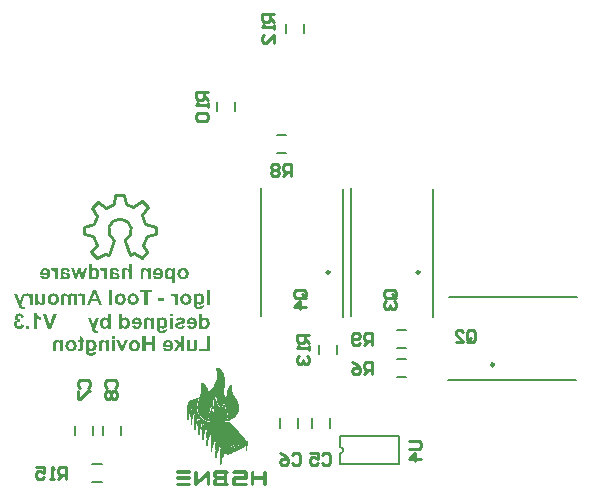
<source format=gbo>
%FSAX44Y44*%
%MOMM*%
G71*
G01*
G75*
G04 Layer_Color=32896*
%ADD10R,1.1000X1.7000*%
%ADD11R,1.7000X1.1000*%
%ADD12R,6.0000X6.5000*%
%ADD13R,1.4000X3.0000*%
%ADD14O,0.5500X1.6500*%
%ADD15O,1.6500X0.5500*%
%ADD16R,1.4000X1.1000*%
%ADD17O,1.9000X0.6000*%
%ADD18C,1.5000*%
%ADD19C,0.5080*%
%ADD20C,1.4000*%
%ADD21C,1.5240*%
%ADD22C,3.0000*%
%ADD23R,3.0000X3.0000*%
%ADD24C,2.0000*%
%ADD25R,2.0000X2.0000*%
%ADD26C,2.0000*%
%ADD27R,2.0000X2.0000*%
%ADD28R,2.0000X2.0000*%
%ADD29C,1.5000*%
%ADD30R,1.5000X1.5000*%
%ADD31R,2.0000X2.0000*%
%ADD32C,1.4000*%
%ADD33C,0.5000*%
%ADD34C,0.8000*%
%ADD35C,3.4500*%
%ADD36O,0.5800X1.3000*%
%ADD37R,0.5800X1.3000*%
%ADD38R,6.5000X6.0000*%
%ADD39R,3.0000X1.4000*%
%ADD40C,1.0000*%
%ADD41R,2.2191X0.9960*%
%ADD42C,0.2540*%
%ADD43C,0.2500*%
%ADD44C,0.6000*%
%ADD45C,0.2000*%
%ADD46C,0.5000*%
%ADD47R,0.8000X2.8000*%
%ADD48R,2.8000X0.8000*%
%ADD49R,1.3032X1.9032*%
%ADD50R,1.9032X1.3032*%
%ADD51R,6.2032X6.7032*%
%ADD52R,1.6032X3.2032*%
%ADD53O,0.7532X1.8532*%
%ADD54O,1.8532X0.7532*%
%ADD55R,1.6032X1.3032*%
%ADD56O,2.1032X0.8032*%
%ADD57C,1.7272*%
%ADD58C,3.2032*%
%ADD59R,3.2032X3.2032*%
%ADD60C,2.2032*%
%ADD61R,2.2032X2.2032*%
%ADD62C,2.2032*%
%ADD63R,2.2032X2.2032*%
%ADD64R,2.2032X2.2032*%
%ADD65C,1.7032*%
%ADD66R,1.7032X1.7032*%
%ADD67R,2.2032X2.2032*%
%ADD68C,1.6032*%
%ADD69C,3.6532*%
%ADD70O,0.7832X1.5032*%
%ADD71R,0.7832X1.5032*%
%ADD72R,6.7032X6.2032*%
%ADD73R,3.2032X1.6032*%
%ADD74C,0.0254*%
G36*
X00279400Y00427990D02*
X00276805D01*
Y00440806D01*
X00279400D01*
Y00427990D01*
D02*
G37*
G36*
X00248462Y00437451D02*
X00248657Y00437431D01*
X00248832Y00437373D01*
X00248988Y00437334D01*
X00249125Y00437275D01*
X00249222Y00437217D01*
X00249281Y00437197D01*
X00249300Y00437178D01*
X00249476Y00437041D01*
X00249671Y00436866D01*
X00249847Y00436671D01*
X00250003Y00436456D01*
X00250139Y00436261D01*
X00250256Y00436105D01*
X00250334Y00435988D01*
X00250354Y00435968D01*
Y00437275D01*
X00252636D01*
Y00427990D01*
X00250178D01*
Y00430838D01*
Y00431267D01*
Y00431657D01*
X00250159Y00432009D01*
X00250139Y00432321D01*
Y00432613D01*
X00250120Y00432867D01*
X00250100Y00433081D01*
X00250081Y00433276D01*
X00250061Y00433433D01*
X00250042Y00433589D01*
X00250022Y00433706D01*
Y00433784D01*
X00250003Y00433862D01*
X00249983Y00433901D01*
Y00433940D01*
X00249905Y00434193D01*
X00249808Y00434408D01*
X00249710Y00434603D01*
X00249613Y00434739D01*
X00249534Y00434837D01*
X00249476Y00434915D01*
X00249437Y00434954D01*
X00249417Y00434974D01*
X00249281Y00435071D01*
X00249125Y00435149D01*
X00248969Y00435188D01*
X00248832Y00435227D01*
X00248715Y00435247D01*
X00248618Y00435266D01*
X00248540D01*
X00248325Y00435247D01*
X00248130Y00435208D01*
X00247935Y00435130D01*
X00247740Y00435071D01*
X00247603Y00434993D01*
X00247467Y00434915D01*
X00247389Y00434876D01*
X00247369Y00434856D01*
X00246608Y00437002D01*
X00246901Y00437158D01*
X00247194Y00437275D01*
X00247486Y00437354D01*
X00247720Y00437412D01*
X00247935Y00437451D01*
X00248111Y00437471D01*
X00248247D01*
X00248462Y00437451D01*
D02*
G37*
G36*
X00172882Y00449580D02*
X00170502D01*
X00168922Y00455549D01*
X00167322Y00449580D01*
X00164962D01*
X00161977Y00458865D01*
X00164396D01*
X00166171Y00452779D01*
X00167712Y00458865D01*
X00170092D01*
X00171692Y00452779D01*
X00173428Y00458865D01*
X00175808D01*
X00172882Y00449580D01*
D02*
G37*
G36*
X00140275Y00431384D02*
X00140255Y00430916D01*
X00140216Y00430506D01*
X00140177Y00430155D01*
X00140119Y00429863D01*
X00140060Y00429629D01*
X00140001Y00429453D01*
X00139982Y00429356D01*
X00139963Y00429316D01*
X00139826Y00429063D01*
X00139650Y00428829D01*
X00139475Y00428634D01*
X00139299Y00428458D01*
X00139143Y00428341D01*
X00139007Y00428244D01*
X00138929Y00428185D01*
X00138890Y00428166D01*
X00138597Y00428029D01*
X00138304Y00427932D01*
X00138031Y00427853D01*
X00137778Y00427814D01*
X00137544Y00427775D01*
X00137368Y00427756D01*
X00137212D01*
X00136880Y00427775D01*
X00136549Y00427814D01*
X00136256Y00427892D01*
X00136003Y00427971D01*
X00135788Y00428049D01*
X00135612Y00428127D01*
X00135515Y00428166D01*
X00135476Y00428185D01*
X00135183Y00428361D01*
X00134910Y00428556D01*
X00134676Y00428751D01*
X00134481Y00428946D01*
X00134325Y00429121D01*
X00134227Y00429258D01*
X00134149Y00429336D01*
X00134130Y00429375D01*
Y00427990D01*
X00131847D01*
Y00437275D01*
X00134305D01*
Y00433335D01*
Y00432984D01*
Y00432652D01*
X00134325Y00432360D01*
X00134345Y00432106D01*
Y00431872D01*
X00134364Y00431657D01*
X00134383Y00431482D01*
X00134403Y00431326D01*
X00134423Y00431209D01*
X00134442Y00431092D01*
X00134461Y00430994D01*
Y00430936D01*
X00134501Y00430838D01*
Y00430818D01*
X00134579Y00430643D01*
X00134676Y00430467D01*
X00134793Y00430331D01*
X00134910Y00430194D01*
X00135008Y00430097D01*
X00135105Y00430019D01*
X00135164Y00429980D01*
X00135183Y00429960D01*
X00135378Y00429843D01*
X00135554Y00429765D01*
X00135749Y00429707D01*
X00135925Y00429668D01*
X00136081Y00429648D01*
X00136198Y00429629D01*
X00136295D01*
X00136490Y00429648D01*
X00136666Y00429668D01*
X00136822Y00429707D01*
X00136958Y00429765D01*
X00137056Y00429804D01*
X00137154Y00429843D01*
X00137192Y00429863D01*
X00137212Y00429882D01*
X00137329Y00429980D01*
X00137427Y00430097D01*
X00137583Y00430311D01*
X00137641Y00430409D01*
X00137680Y00430487D01*
X00137700Y00430545D01*
Y00430565D01*
X00137719Y00430662D01*
X00137739Y00430799D01*
X00137758Y00430955D01*
Y00431131D01*
X00137797Y00431521D01*
Y00431950D01*
X00137817Y00432340D01*
Y00432516D01*
Y00432672D01*
Y00432808D01*
Y00432906D01*
Y00432964D01*
Y00432984D01*
Y00437275D01*
X00140275D01*
Y00431384D01*
D02*
G37*
G36*
X00224303Y00459041D02*
X00224634Y00459002D01*
X00224927Y00458924D01*
X00225220Y00458826D01*
X00225493Y00458690D01*
X00225746Y00458573D01*
X00225961Y00458417D01*
X00226175Y00458280D01*
X00226371Y00458144D01*
X00226527Y00457988D01*
X00226683Y00457871D01*
X00226800Y00457753D01*
X00226897Y00457636D01*
X00226956Y00457558D01*
X00226995Y00457519D01*
X00227014Y00457500D01*
Y00458865D01*
X00229297D01*
Y00449580D01*
X00226839D01*
Y00453774D01*
Y00454047D01*
Y00454320D01*
X00226819Y00454554D01*
Y00454769D01*
X00226800Y00454964D01*
X00226780Y00455140D01*
X00226761Y00455296D01*
X00226741Y00455432D01*
X00226722Y00455647D01*
X00226683Y00455783D01*
X00226663Y00455881D01*
Y00455900D01*
X00226585Y00456115D01*
X00226468Y00456291D01*
X00226351Y00456446D01*
X00226253Y00456583D01*
X00226136Y00456700D01*
X00226058Y00456778D01*
X00226000Y00456817D01*
X00225980Y00456837D01*
X00225785Y00456954D01*
X00225590Y00457032D01*
X00225395Y00457110D01*
X00225220Y00457149D01*
X00225063Y00457168D01*
X00224946Y00457188D01*
X00224829D01*
X00224654Y00457168D01*
X00224498Y00457149D01*
X00224342Y00457110D01*
X00224225Y00457071D01*
X00224127Y00457012D01*
X00224049Y00456973D01*
X00224010Y00456954D01*
X00223991Y00456934D01*
X00223757Y00456720D01*
X00223601Y00456485D01*
X00223542Y00456388D01*
X00223503Y00456310D01*
X00223483Y00456251D01*
Y00456232D01*
X00223444Y00456134D01*
X00223425Y00456017D01*
X00223386Y00455744D01*
X00223347Y00455432D01*
X00223327Y00455101D01*
X00223308Y00454808D01*
Y00454671D01*
Y00454535D01*
Y00454437D01*
Y00454359D01*
Y00454320D01*
Y00454301D01*
Y00449580D01*
X00220850D01*
Y00455335D01*
Y00455705D01*
X00220870Y00456037D01*
X00220889Y00456329D01*
X00220909Y00456564D01*
X00220947Y00456739D01*
X00220967Y00456876D01*
X00220986Y00456954D01*
Y00456973D01*
X00221045Y00457188D01*
X00221123Y00457383D01*
X00221201Y00457558D01*
X00221279Y00457715D01*
X00221357Y00457831D01*
X00221416Y00457929D01*
X00221455Y00457988D01*
X00221474Y00458007D01*
X00221611Y00458183D01*
X00221786Y00458319D01*
X00221942Y00458456D01*
X00222118Y00458573D01*
X00222255Y00458651D01*
X00222372Y00458709D01*
X00222449Y00458748D01*
X00222489Y00458768D01*
X00222742Y00458865D01*
X00222996Y00458943D01*
X00223249Y00458983D01*
X00223483Y00459021D01*
X00223678Y00459041D01*
X00223835Y00459061D01*
X00223971D01*
X00224303Y00459041D01*
D02*
G37*
G36*
X00140597D02*
X00140929Y00459002D01*
X00141222Y00458943D01*
X00141514Y00458846D01*
X00141787Y00458748D01*
X00142041Y00458651D01*
X00142255Y00458514D01*
X00142470Y00458397D01*
X00142665Y00458280D01*
X00142821Y00458163D01*
X00142977Y00458046D01*
X00143094Y00457949D01*
X00143192Y00457851D01*
X00143250Y00457793D01*
X00143289Y00457753D01*
X00143309Y00457734D01*
X00143523Y00457480D01*
X00143699Y00457207D01*
X00143855Y00456915D01*
X00143992Y00456622D01*
X00144109Y00456310D01*
X00144206Y00456017D01*
X00144343Y00455432D01*
X00144401Y00455179D01*
X00144440Y00454925D01*
X00144460Y00454691D01*
X00144479Y00454515D01*
X00144499Y00454340D01*
Y00454223D01*
Y00454145D01*
Y00454125D01*
X00144479Y00453774D01*
X00144460Y00453442D01*
X00144362Y00452818D01*
X00144284Y00452526D01*
X00144206Y00452272D01*
X00144128Y00452018D01*
X00144050Y00451804D01*
X00143972Y00451609D01*
X00143894Y00451433D01*
X00143816Y00451277D01*
X00143738Y00451160D01*
X00143680Y00451063D01*
X00143640Y00450984D01*
X00143601Y00450946D01*
Y00450926D01*
X00143367Y00450653D01*
X00143114Y00450399D01*
X00142841Y00450185D01*
X00142548Y00450009D01*
X00142255Y00449853D01*
X00141943Y00449736D01*
X00141651Y00449619D01*
X00141358Y00449541D01*
X00141085Y00449482D01*
X00140831Y00449424D01*
X00140617Y00449404D01*
X00140402Y00449365D01*
X00140246D01*
X00140110Y00449346D01*
X00140012D01*
X00139466Y00449385D01*
X00138978Y00449463D01*
X00138549Y00449561D01*
X00138178Y00449697D01*
X00137886Y00449834D01*
X00137749Y00449892D01*
X00137652Y00449931D01*
X00137574Y00449990D01*
X00137515Y00450009D01*
X00137496Y00450048D01*
X00137476D01*
X00137125Y00450341D01*
X00136813Y00450672D01*
X00136559Y00451004D01*
X00136345Y00451336D01*
X00136189Y00451628D01*
X00136111Y00451765D01*
X00136072Y00451882D01*
X00136033Y00451960D01*
X00135994Y00452038D01*
X00135974Y00452077D01*
Y00452096D01*
X00138413Y00452506D01*
X00138491Y00452253D01*
X00138588Y00452057D01*
X00138705Y00451882D01*
X00138803Y00451745D01*
X00138881Y00451628D01*
X00138959Y00451550D01*
X00138998Y00451511D01*
X00139017Y00451492D01*
X00139173Y00451394D01*
X00139329Y00451316D01*
X00139505Y00451258D01*
X00139642Y00451219D01*
X00139778Y00451199D01*
X00139895Y00451180D01*
X00139993D01*
X00140285Y00451199D01*
X00140558Y00451277D01*
X00140812Y00451375D01*
X00141007Y00451492D01*
X00141182Y00451589D01*
X00141300Y00451687D01*
X00141378Y00451765D01*
X00141397Y00451784D01*
X00141592Y00452038D01*
X00141729Y00452311D01*
X00141826Y00452584D01*
X00141904Y00452877D01*
X00141943Y00453111D01*
X00141963Y00453325D01*
X00141982Y00453403D01*
Y00453462D01*
Y00453481D01*
Y00453501D01*
X00135838D01*
Y00454008D01*
X00135877Y00454496D01*
X00135935Y00454925D01*
X00135994Y00455335D01*
X00136091Y00455705D01*
X00136189Y00456056D01*
X00136286Y00456368D01*
X00136403Y00456642D01*
X00136501Y00456895D01*
X00136618Y00457090D01*
X00136715Y00457266D01*
X00136793Y00457422D01*
X00136872Y00457539D01*
X00136930Y00457617D01*
X00136969Y00457656D01*
X00136988Y00457676D01*
X00137223Y00457929D01*
X00137476Y00458124D01*
X00137730Y00458319D01*
X00138003Y00458475D01*
X00138276Y00458612D01*
X00138549Y00458729D01*
X00138822Y00458807D01*
X00139076Y00458885D01*
X00139310Y00458943D01*
X00139544Y00458983D01*
X00139739Y00459021D01*
X00139915Y00459041D01*
X00140071Y00459061D01*
X00140266D01*
X00140597Y00459041D01*
D02*
G37*
G36*
X00236027D02*
X00236358Y00459002D01*
X00236651Y00458943D01*
X00236943Y00458846D01*
X00237216Y00458748D01*
X00237470Y00458651D01*
X00237685Y00458514D01*
X00237899Y00458397D01*
X00238094Y00458280D01*
X00238250Y00458163D01*
X00238406Y00458046D01*
X00238524Y00457949D01*
X00238621Y00457851D01*
X00238680Y00457793D01*
X00238718Y00457753D01*
X00238738Y00457734D01*
X00238953Y00457480D01*
X00239128Y00457207D01*
X00239284Y00456915D01*
X00239421Y00456622D01*
X00239538Y00456310D01*
X00239635Y00456017D01*
X00239772Y00455432D01*
X00239830Y00455179D01*
X00239869Y00454925D01*
X00239889Y00454691D01*
X00239909Y00454515D01*
X00239928Y00454340D01*
Y00454223D01*
Y00454145D01*
Y00454125D01*
X00239909Y00453774D01*
X00239889Y00453442D01*
X00239791Y00452818D01*
X00239713Y00452526D01*
X00239635Y00452272D01*
X00239557Y00452018D01*
X00239479Y00451804D01*
X00239401Y00451609D01*
X00239323Y00451433D01*
X00239245Y00451277D01*
X00239167Y00451160D01*
X00239109Y00451063D01*
X00239070Y00450984D01*
X00239031Y00450946D01*
Y00450926D01*
X00238797Y00450653D01*
X00238543Y00450399D01*
X00238270Y00450185D01*
X00237977Y00450009D01*
X00237685Y00449853D01*
X00237373Y00449736D01*
X00237080Y00449619D01*
X00236787Y00449541D01*
X00236514Y00449482D01*
X00236261Y00449424D01*
X00236046Y00449404D01*
X00235832Y00449365D01*
X00235675D01*
X00235539Y00449346D01*
X00235441D01*
X00234895Y00449385D01*
X00234408Y00449463D01*
X00233978Y00449561D01*
X00233608Y00449697D01*
X00233315Y00449834D01*
X00233179Y00449892D01*
X00233081Y00449931D01*
X00233003Y00449990D01*
X00232944Y00450009D01*
X00232925Y00450048D01*
X00232905D01*
X00232554Y00450341D01*
X00232242Y00450672D01*
X00231989Y00451004D01*
X00231774Y00451336D01*
X00231618Y00451628D01*
X00231540Y00451765D01*
X00231501Y00451882D01*
X00231462Y00451960D01*
X00231423Y00452038D01*
X00231403Y00452077D01*
Y00452096D01*
X00233842Y00452506D01*
X00233920Y00452253D01*
X00234017Y00452057D01*
X00234134Y00451882D01*
X00234232Y00451745D01*
X00234310Y00451628D01*
X00234388Y00451550D01*
X00234427Y00451511D01*
X00234447Y00451492D01*
X00234603Y00451394D01*
X00234759Y00451316D01*
X00234934Y00451258D01*
X00235071Y00451219D01*
X00235207Y00451199D01*
X00235324Y00451180D01*
X00235422D01*
X00235714Y00451199D01*
X00235987Y00451277D01*
X00236241Y00451375D01*
X00236436Y00451492D01*
X00236612Y00451589D01*
X00236729Y00451687D01*
X00236807Y00451765D01*
X00236826Y00451784D01*
X00237021Y00452038D01*
X00237158Y00452311D01*
X00237255Y00452584D01*
X00237334Y00452877D01*
X00237373Y00453111D01*
X00237392Y00453325D01*
X00237412Y00453403D01*
Y00453462D01*
Y00453481D01*
Y00453501D01*
X00231267D01*
Y00454008D01*
X00231306Y00454496D01*
X00231364Y00454925D01*
X00231423Y00455335D01*
X00231520Y00455705D01*
X00231618Y00456056D01*
X00231716Y00456368D01*
X00231833Y00456642D01*
X00231930Y00456895D01*
X00232047Y00457090D01*
X00232145Y00457266D01*
X00232223Y00457422D01*
X00232301Y00457539D01*
X00232359Y00457617D01*
X00232398Y00457656D01*
X00232418Y00457676D01*
X00232652Y00457929D01*
X00232905Y00458124D01*
X00233159Y00458319D01*
X00233432Y00458475D01*
X00233705Y00458612D01*
X00233978Y00458729D01*
X00234251Y00458807D01*
X00234505Y00458885D01*
X00234739Y00458943D01*
X00234973Y00458983D01*
X00235168Y00459021D01*
X00235344Y00459041D01*
X00235500Y00459061D01*
X00235695D01*
X00236027Y00459041D01*
D02*
G37*
G36*
X00230534Y00438641D02*
X00226770D01*
Y00427990D01*
X00224175D01*
Y00438641D01*
X00220410D01*
Y00440806D01*
X00230534D01*
Y00438641D01*
D02*
G37*
G36*
X00205214Y00415844D02*
X00205429Y00416078D01*
X00205663Y00416273D01*
X00205897Y00416448D01*
X00206111Y00416604D01*
X00206346Y00416721D01*
X00206580Y00416838D01*
X00206989Y00416994D01*
X00207360Y00417072D01*
X00207516Y00417112D01*
X00207652Y00417131D01*
X00207750Y00417150D01*
X00207906D01*
X00208218Y00417131D01*
X00208511Y00417092D01*
X00208803Y00417034D01*
X00209057Y00416955D01*
X00209545Y00416760D01*
X00209759Y00416643D01*
X00209954Y00416526D01*
X00210110Y00416409D01*
X00210266Y00416292D01*
X00210403Y00416195D01*
X00210520Y00416097D01*
X00210598Y00416019D01*
X00210657Y00415961D01*
X00210696Y00415922D01*
X00210715Y00415902D01*
X00210910Y00415668D01*
X00211066Y00415395D01*
X00211222Y00415122D01*
X00211339Y00414829D01*
X00211535Y00414224D01*
X00211671Y00413639D01*
X00211710Y00413386D01*
X00211749Y00413132D01*
X00211768Y00412898D01*
X00211788Y00412703D01*
X00211808Y00412547D01*
Y00412410D01*
Y00412332D01*
Y00412313D01*
X00211788Y00411903D01*
X00211749Y00411493D01*
X00211710Y00411123D01*
X00211632Y00410791D01*
X00211554Y00410460D01*
X00211456Y00410167D01*
X00211339Y00409894D01*
X00211242Y00409660D01*
X00211144Y00409445D01*
X00211027Y00409250D01*
X00210930Y00409094D01*
X00210852Y00408957D01*
X00210774Y00408860D01*
X00210715Y00408782D01*
X00210696Y00408743D01*
X00210676Y00408723D01*
X00210462Y00408489D01*
X00210228Y00408294D01*
X00210013Y00408119D01*
X00209779Y00407982D01*
X00209545Y00407846D01*
X00209311Y00407748D01*
X00208881Y00407592D01*
X00208511Y00407514D01*
X00208355Y00407475D01*
X00208218Y00407455D01*
X00208101Y00407436D01*
X00207945D01*
X00207652Y00407455D01*
X00207379Y00407494D01*
X00207106Y00407553D01*
X00206872Y00407631D01*
X00206677Y00407709D01*
X00206541Y00407767D01*
X00206443Y00407807D01*
X00206404Y00407826D01*
X00206111Y00408002D01*
X00205858Y00408177D01*
X00205624Y00408392D01*
X00205429Y00408567D01*
X00205273Y00408743D01*
X00205136Y00408879D01*
X00205058Y00408977D01*
X00205039Y00409016D01*
Y00407670D01*
X00202756D01*
Y00420486D01*
X00205214D01*
Y00415844D01*
D02*
G37*
G36*
X00255328Y00417112D02*
X00255640Y00417072D01*
X00255933Y00417014D01*
X00256206Y00416955D01*
X00256440Y00416877D01*
X00256674Y00416819D01*
X00256869Y00416741D01*
X00257025Y00416663D01*
X00257181Y00416585D01*
X00257298Y00416507D01*
X00257415Y00416448D01*
X00257493Y00416390D01*
X00257552Y00416351D01*
X00257571Y00416331D01*
X00257591Y00416312D01*
X00257747Y00416156D01*
X00257903Y00416000D01*
X00258137Y00415648D01*
X00258293Y00415317D01*
X00258410Y00414985D01*
X00258469Y00414712D01*
X00258508Y00414478D01*
X00258527Y00414400D01*
Y00414342D01*
Y00414302D01*
Y00414283D01*
X00258508Y00414049D01*
X00258488Y00413815D01*
X00258352Y00413405D01*
X00258176Y00413035D01*
X00257981Y00412742D01*
X00257786Y00412508D01*
X00257610Y00412332D01*
X00257474Y00412235D01*
X00257454Y00412196D01*
X00257435D01*
X00257259Y00412098D01*
X00257045Y00411981D01*
X00256791Y00411884D01*
X00256518Y00411786D01*
X00256206Y00411669D01*
X00255894Y00411571D01*
X00255250Y00411396D01*
X00254938Y00411318D01*
X00254645Y00411240D01*
X00254372Y00411181D01*
X00254138Y00411123D01*
X00253943Y00411064D01*
X00253807Y00411045D01*
X00253709Y00411006D01*
X00253670D01*
X00253455Y00410947D01*
X00253260Y00410889D01*
X00253124Y00410830D01*
X00253007Y00410791D01*
X00252929Y00410733D01*
X00252870Y00410713D01*
X00252831Y00410674D01*
X00252734Y00410518D01*
X00252675Y00410382D01*
X00252656Y00410265D01*
Y00410225D01*
Y00410206D01*
X00252675Y00410069D01*
X00252714Y00409933D01*
X00252812Y00409718D01*
X00252890Y00409640D01*
X00252929Y00409582D01*
X00252968Y00409562D01*
X00252987Y00409543D01*
X00253182Y00409426D01*
X00253416Y00409348D01*
X00253650Y00409289D01*
X00253885Y00409250D01*
X00254080Y00409231D01*
X00254255Y00409211D01*
X00254411D01*
X00254723Y00409231D01*
X00254977Y00409270D01*
X00255211Y00409328D01*
X00255406Y00409387D01*
X00255562Y00409445D01*
X00255660Y00409504D01*
X00255738Y00409543D01*
X00255757Y00409562D01*
X00255913Y00409718D01*
X00256050Y00409894D01*
X00256167Y00410069D01*
X00256245Y00410245D01*
X00256304Y00410401D01*
X00256343Y00410538D01*
X00256381Y00410616D01*
Y00410655D01*
X00258839Y00410284D01*
X00258683Y00409816D01*
X00258469Y00409406D01*
X00258235Y00409035D01*
X00258001Y00408743D01*
X00257786Y00408509D01*
X00257591Y00408333D01*
X00257513Y00408275D01*
X00257454Y00408236D01*
X00257435Y00408197D01*
X00257415D01*
X00256967Y00407943D01*
X00256479Y00407748D01*
X00255972Y00407631D01*
X00255504Y00407533D01*
X00255270Y00407494D01*
X00255075Y00407475D01*
X00254879Y00407455D01*
X00254723D01*
X00254587Y00407436D01*
X00254411D01*
X00254041Y00407455D01*
X00253670Y00407475D01*
X00253338Y00407514D01*
X00253046Y00407573D01*
X00252753Y00407650D01*
X00252500Y00407729D01*
X00252265Y00407807D01*
X00252051Y00407904D01*
X00251875Y00407982D01*
X00251719Y00408060D01*
X00251583Y00408138D01*
X00251466Y00408216D01*
X00251388Y00408275D01*
X00251310Y00408314D01*
X00251290Y00408353D01*
X00251271D01*
X00251075Y00408528D01*
X00250919Y00408704D01*
X00250763Y00408899D01*
X00250646Y00409075D01*
X00250451Y00409445D01*
X00250334Y00409796D01*
X00250256Y00410089D01*
X00250237Y00410225D01*
X00250217Y00410323D01*
X00250198Y00410420D01*
Y00410479D01*
Y00410518D01*
Y00410538D01*
X00250237Y00410967D01*
X00250315Y00411318D01*
X00250451Y00411650D01*
X00250588Y00411903D01*
X00250724Y00412098D01*
X00250861Y00412254D01*
X00250939Y00412332D01*
X00250978Y00412371D01*
X00251134Y00412488D01*
X00251329Y00412605D01*
X00251739Y00412820D01*
X00252188Y00413015D01*
X00252636Y00413171D01*
X00253065Y00413288D01*
X00253241Y00413347D01*
X00253416Y00413386D01*
X00253533Y00413425D01*
X00253650Y00413444D01*
X00253709Y00413464D01*
X00253729D01*
X00254080Y00413542D01*
X00254392Y00413620D01*
X00254665Y00413698D01*
X00254899Y00413756D01*
X00255114Y00413834D01*
X00255309Y00413893D01*
X00255465Y00413932D01*
X00255601Y00413990D01*
X00255718Y00414029D01*
X00255796Y00414068D01*
X00255933Y00414127D01*
X00255991Y00414146D01*
X00256011Y00414166D01*
X00256089Y00414244D01*
X00256147Y00414302D01*
X00256206Y00414459D01*
X00256245Y00414576D01*
Y00414595D01*
Y00414615D01*
X00256225Y00414732D01*
X00256206Y00414829D01*
X00256108Y00414985D01*
X00256011Y00415083D01*
X00255991Y00415122D01*
X00255972D01*
X00255796Y00415219D01*
X00255582Y00415278D01*
X00255133Y00415356D01*
X00254918Y00415375D01*
X00254743Y00415395D01*
X00254587D01*
X00254314Y00415375D01*
X00254080Y00415356D01*
X00253885Y00415297D01*
X00253709Y00415258D01*
X00253592Y00415200D01*
X00253494Y00415141D01*
X00253436Y00415122D01*
X00253416Y00415102D01*
X00253260Y00414985D01*
X00253143Y00414849D01*
X00253046Y00414712D01*
X00252968Y00414576D01*
X00252909Y00414459D01*
X00252870Y00414361D01*
X00252831Y00414302D01*
Y00414283D01*
X00250510Y00414712D01*
X00250666Y00415141D01*
X00250861Y00415492D01*
X00251075Y00415804D01*
X00251290Y00416058D01*
X00251485Y00416273D01*
X00251641Y00416409D01*
X00251758Y00416507D01*
X00251778Y00416526D01*
X00251797D01*
X00251973Y00416643D01*
X00252188Y00416741D01*
X00252617Y00416897D01*
X00253104Y00416994D01*
X00253553Y00417072D01*
X00253963Y00417112D01*
X00254158Y00417131D01*
X00254314Y00417150D01*
X00254996D01*
X00255328Y00417112D01*
D02*
G37*
G36*
X00272807Y00415844D02*
X00273021Y00416078D01*
X00273255Y00416273D01*
X00273489Y00416448D01*
X00273704Y00416604D01*
X00273938Y00416721D01*
X00274172Y00416838D01*
X00274582Y00416994D01*
X00274952Y00417072D01*
X00275108Y00417112D01*
X00275245Y00417131D01*
X00275343Y00417150D01*
X00275499D01*
X00275811Y00417131D01*
X00276103Y00417092D01*
X00276396Y00417034D01*
X00276649Y00416955D01*
X00277137Y00416760D01*
X00277352Y00416643D01*
X00277547Y00416526D01*
X00277703Y00416409D01*
X00277859Y00416292D01*
X00277995Y00416195D01*
X00278113Y00416097D01*
X00278191Y00416019D01*
X00278249Y00415961D01*
X00278288Y00415922D01*
X00278308Y00415902D01*
X00278503Y00415668D01*
X00278659Y00415395D01*
X00278815Y00415122D01*
X00278932Y00414829D01*
X00279127Y00414224D01*
X00279263Y00413639D01*
X00279303Y00413386D01*
X00279342Y00413132D01*
X00279361Y00412898D01*
X00279380Y00412703D01*
X00279400Y00412547D01*
Y00412410D01*
Y00412332D01*
Y00412313D01*
X00279380Y00411903D01*
X00279342Y00411493D01*
X00279303Y00411123D01*
X00279224Y00410791D01*
X00279146Y00410460D01*
X00279049Y00410167D01*
X00278932Y00409894D01*
X00278834Y00409660D01*
X00278737Y00409445D01*
X00278620Y00409250D01*
X00278522Y00409094D01*
X00278444Y00408957D01*
X00278366Y00408860D01*
X00278308Y00408782D01*
X00278288Y00408743D01*
X00278269Y00408723D01*
X00278054Y00408489D01*
X00277820Y00408294D01*
X00277605Y00408119D01*
X00277371Y00407982D01*
X00277137Y00407846D01*
X00276903Y00407748D01*
X00276474Y00407592D01*
X00276103Y00407514D01*
X00275947Y00407475D01*
X00275811Y00407455D01*
X00275694Y00407436D01*
X00275538D01*
X00275245Y00407455D01*
X00274972Y00407494D01*
X00274699Y00407553D01*
X00274465Y00407631D01*
X00274270Y00407709D01*
X00274133Y00407767D01*
X00274035Y00407807D01*
X00273997Y00407826D01*
X00273704Y00408002D01*
X00273450Y00408177D01*
X00273216Y00408392D01*
X00273021Y00408567D01*
X00272865Y00408743D01*
X00272729Y00408879D01*
X00272651Y00408977D01*
X00272631Y00409016D01*
Y00407670D01*
X00270349D01*
Y00420486D01*
X00272807D01*
Y00415844D01*
D02*
G37*
G36*
X00213379Y00449580D02*
X00210921D01*
Y00454223D01*
X00210901Y00454632D01*
X00210882Y00454983D01*
X00210843Y00455296D01*
X00210804Y00455549D01*
X00210765Y00455725D01*
X00210745Y00455861D01*
X00210706Y00455959D01*
Y00455978D01*
X00210609Y00456193D01*
X00210511Y00456368D01*
X00210394Y00456525D01*
X00210277Y00456661D01*
X00210180Y00456759D01*
X00210102Y00456817D01*
X00210043Y00456856D01*
X00210023Y00456876D01*
X00209828Y00456973D01*
X00209653Y00457051D01*
X00209458Y00457110D01*
X00209302Y00457149D01*
X00209146Y00457168D01*
X00209029Y00457188D01*
X00208736D01*
X00208580Y00457149D01*
X00208424Y00457110D01*
X00208287Y00457071D01*
X00208190Y00457032D01*
X00208112Y00456993D01*
X00208073Y00456973D01*
X00208053Y00456954D01*
X00207936Y00456856D01*
X00207819Y00456759D01*
X00207683Y00456544D01*
X00207624Y00456446D01*
X00207585Y00456388D01*
X00207565Y00456329D01*
Y00456310D01*
X00207546Y00456232D01*
X00207507Y00456115D01*
X00207468Y00455861D01*
X00207449Y00455569D01*
X00207429Y00455257D01*
X00207409Y00454964D01*
Y00454710D01*
Y00454613D01*
Y00454535D01*
Y00454496D01*
Y00454476D01*
Y00449580D01*
X00204952D01*
Y00455003D01*
Y00455432D01*
X00204971Y00455822D01*
X00204991Y00456134D01*
X00205010Y00456388D01*
X00205049Y00456583D01*
X00205069Y00456720D01*
X00205088Y00456817D01*
Y00456837D01*
X00205147Y00457051D01*
X00205205Y00457266D01*
X00205283Y00457441D01*
X00205361Y00457617D01*
X00205439Y00457734D01*
X00205498Y00457851D01*
X00205537Y00457910D01*
X00205556Y00457929D01*
X00205693Y00458105D01*
X00205868Y00458261D01*
X00206044Y00458397D01*
X00206200Y00458514D01*
X00206356Y00458612D01*
X00206473Y00458670D01*
X00206551Y00458709D01*
X00206590Y00458729D01*
X00206844Y00458846D01*
X00207097Y00458924D01*
X00207370Y00458983D01*
X00207605Y00459021D01*
X00207800Y00459041D01*
X00207975Y00459061D01*
X00208112D01*
X00208404Y00459041D01*
X00208697Y00459002D01*
X00208970Y00458924D01*
X00209243Y00458846D01*
X00209711Y00458612D01*
X00210121Y00458358D01*
X00210316Y00458222D01*
X00210472Y00458105D01*
X00210589Y00457988D01*
X00210706Y00457871D01*
X00210804Y00457793D01*
X00210862Y00457715D01*
X00210901Y00457676D01*
X00210921Y00457656D01*
Y00462396D01*
X00213379D01*
Y00449580D01*
D02*
G37*
G36*
X00196884Y00427990D02*
X00194427D01*
Y00440806D01*
X00196884D01*
Y00427990D01*
D02*
G37*
G36*
X00157705Y00459041D02*
X00157998Y00459002D01*
X00158251Y00458963D01*
X00158505Y00458904D01*
X00158720Y00458846D01*
X00158934Y00458787D01*
X00159110Y00458729D01*
X00159266Y00458670D01*
X00159402Y00458612D01*
X00159519Y00458553D01*
X00159617Y00458495D01*
X00159695Y00458456D01*
X00159753Y00458417D01*
X00159773Y00458397D01*
X00159792D01*
X00160105Y00458124D01*
X00160378Y00457812D01*
X00160612Y00457500D01*
X00160787Y00457168D01*
X00160904Y00456876D01*
X00161002Y00456642D01*
X00161041Y00456564D01*
X00161060Y00456485D01*
X00161080Y00456446D01*
Y00456427D01*
X00158876Y00456017D01*
X00158798Y00456232D01*
X00158700Y00456427D01*
X00158603Y00456583D01*
X00158505Y00456700D01*
X00158427Y00456798D01*
X00158349Y00456856D01*
X00158310Y00456895D01*
X00158290Y00456915D01*
X00158134Y00457012D01*
X00157978Y00457071D01*
X00157627Y00457149D01*
X00157491Y00457168D01*
X00157374Y00457188D01*
X00157256D01*
X00156925Y00457168D01*
X00156632Y00457149D01*
X00156398Y00457090D01*
X00156223Y00457032D01*
X00156086Y00456973D01*
X00156008Y00456934D01*
X00155949Y00456895D01*
X00155930Y00456876D01*
X00155813Y00456739D01*
X00155735Y00456583D01*
X00155657Y00456427D01*
X00155618Y00456251D01*
X00155598Y00456095D01*
X00155579Y00455978D01*
Y00455900D01*
Y00455861D01*
Y00455627D01*
X00155715Y00455569D01*
X00155871Y00455510D01*
X00156242Y00455413D01*
X00156632Y00455315D01*
X00157022Y00455218D01*
X00157393Y00455140D01*
X00157549Y00455101D01*
X00157705Y00455081D01*
X00157822Y00455061D01*
X00157900Y00455042D01*
X00157959Y00455023D01*
X00157978D01*
X00158427Y00454925D01*
X00158817Y00454827D01*
X00159149Y00454730D01*
X00159422Y00454632D01*
X00159636Y00454554D01*
X00159792Y00454496D01*
X00159890Y00454457D01*
X00159929Y00454437D01*
X00160163Y00454301D01*
X00160378Y00454145D01*
X00160553Y00453989D01*
X00160690Y00453833D01*
X00160807Y00453696D01*
X00160885Y00453579D01*
X00160943Y00453501D01*
X00160963Y00453481D01*
X00161080Y00453247D01*
X00161177Y00453013D01*
X00161236Y00452779D01*
X00161294Y00452565D01*
X00161314Y00452369D01*
X00161334Y00452233D01*
Y00452135D01*
Y00452096D01*
X00161294Y00451667D01*
X00161197Y00451277D01*
X00161080Y00450946D01*
X00160924Y00450653D01*
X00160768Y00450419D01*
X00160651Y00450243D01*
X00160553Y00450146D01*
X00160514Y00450107D01*
X00160183Y00449853D01*
X00159812Y00449658D01*
X00159441Y00449541D01*
X00159071Y00449443D01*
X00158758Y00449385D01*
X00158603Y00449365D01*
X00158485D01*
X00158388Y00449346D01*
X00158251D01*
X00157959Y00449365D01*
X00157666Y00449385D01*
X00157413Y00449443D01*
X00157198Y00449502D01*
X00157003Y00449541D01*
X00156847Y00449599D01*
X00156769Y00449619D01*
X00156730Y00449638D01*
X00156457Y00449775D01*
X00156223Y00449912D01*
X00155989Y00450068D01*
X00155793Y00450224D01*
X00155618Y00450360D01*
X00155501Y00450477D01*
X00155403Y00450555D01*
X00155384Y00450575D01*
X00155364Y00450497D01*
X00155345Y00450399D01*
X00155306Y00450321D01*
Y00450302D01*
Y00450282D01*
X00155247Y00450126D01*
X00155208Y00449970D01*
X00155150Y00449853D01*
X00155111Y00449756D01*
X00155091Y00449678D01*
X00155072Y00449619D01*
X00155052Y00449599D01*
Y00449580D01*
X00152633D01*
X00152750Y00449834D01*
X00152848Y00450048D01*
X00152926Y00450263D01*
X00152984Y00450438D01*
X00153023Y00450594D01*
X00153062Y00450711D01*
X00153082Y00450789D01*
Y00450809D01*
X00153121Y00451063D01*
X00153140Y00451336D01*
X00153180Y00451648D01*
Y00451940D01*
X00153199Y00452214D01*
Y00452428D01*
Y00452506D01*
Y00452565D01*
Y00452604D01*
Y00452623D01*
X00153160Y00455471D01*
Y00455764D01*
X00153180Y00456017D01*
X00153199Y00456271D01*
X00153218Y00456485D01*
X00153238Y00456700D01*
X00153258Y00456876D01*
X00153296Y00457032D01*
X00153316Y00457168D01*
X00153394Y00457402D01*
X00153433Y00457558D01*
X00153472Y00457656D01*
X00153492Y00457676D01*
X00153628Y00457890D01*
X00153804Y00458085D01*
X00153999Y00458261D01*
X00154174Y00458397D01*
X00154350Y00458514D01*
X00154487Y00458592D01*
X00154584Y00458651D01*
X00154623Y00458670D01*
X00154779Y00458748D01*
X00154955Y00458807D01*
X00155345Y00458904D01*
X00155754Y00458963D01*
X00156145Y00459021D01*
X00156515Y00459041D01*
X00156671D01*
X00156808Y00459061D01*
X00157413D01*
X00157705Y00459041D01*
D02*
G37*
G36*
X00199451D02*
X00199743Y00459002D01*
X00199997Y00458963D01*
X00200250Y00458904D01*
X00200465Y00458846D01*
X00200679Y00458787D01*
X00200855Y00458729D01*
X00201011Y00458670D01*
X00201148Y00458612D01*
X00201265Y00458553D01*
X00201362Y00458495D01*
X00201440Y00458456D01*
X00201499Y00458417D01*
X00201518Y00458397D01*
X00201538D01*
X00201850Y00458124D01*
X00202123Y00457812D01*
X00202357Y00457500D01*
X00202533Y00457168D01*
X00202650Y00456876D01*
X00202747Y00456642D01*
X00202786Y00456564D01*
X00202806Y00456485D01*
X00202825Y00456446D01*
Y00456427D01*
X00200621Y00456017D01*
X00200543Y00456232D01*
X00200445Y00456427D01*
X00200348Y00456583D01*
X00200250Y00456700D01*
X00200172Y00456798D01*
X00200094Y00456856D01*
X00200055Y00456895D01*
X00200036Y00456915D01*
X00199880Y00457012D01*
X00199724Y00457071D01*
X00199373Y00457149D01*
X00199236Y00457168D01*
X00199119Y00457188D01*
X00199002D01*
X00198670Y00457168D01*
X00198378Y00457149D01*
X00198144Y00457090D01*
X00197968Y00457032D01*
X00197831Y00456973D01*
X00197753Y00456934D01*
X00197695Y00456895D01*
X00197675Y00456876D01*
X00197558Y00456739D01*
X00197480Y00456583D01*
X00197402Y00456427D01*
X00197363Y00456251D01*
X00197344Y00456095D01*
X00197324Y00455978D01*
Y00455900D01*
Y00455861D01*
Y00455627D01*
X00197461Y00455569D01*
X00197617Y00455510D01*
X00197987Y00455413D01*
X00198378Y00455315D01*
X00198768Y00455218D01*
X00199138Y00455140D01*
X00199294Y00455101D01*
X00199451Y00455081D01*
X00199568Y00455061D01*
X00199646Y00455042D01*
X00199704Y00455023D01*
X00199724D01*
X00200172Y00454925D01*
X00200562Y00454827D01*
X00200894Y00454730D01*
X00201167Y00454632D01*
X00201382Y00454554D01*
X00201538Y00454496D01*
X00201635Y00454457D01*
X00201674Y00454437D01*
X00201908Y00454301D01*
X00202123Y00454145D01*
X00202299Y00453989D01*
X00202435Y00453833D01*
X00202552Y00453696D01*
X00202630Y00453579D01*
X00202689Y00453501D01*
X00202708Y00453481D01*
X00202825Y00453247D01*
X00202923Y00453013D01*
X00202981Y00452779D01*
X00203040Y00452565D01*
X00203059Y00452369D01*
X00203079Y00452233D01*
Y00452135D01*
Y00452096D01*
X00203040Y00451667D01*
X00202942Y00451277D01*
X00202825Y00450946D01*
X00202669Y00450653D01*
X00202513Y00450419D01*
X00202396Y00450243D01*
X00202299Y00450146D01*
X00202260Y00450107D01*
X00201928Y00449853D01*
X00201557Y00449658D01*
X00201187Y00449541D01*
X00200816Y00449443D01*
X00200504Y00449385D01*
X00200348Y00449365D01*
X00200231D01*
X00200133Y00449346D01*
X00199997D01*
X00199704Y00449365D01*
X00199412Y00449385D01*
X00199158Y00449443D01*
X00198943Y00449502D01*
X00198748Y00449541D01*
X00198592Y00449599D01*
X00198514Y00449619D01*
X00198475Y00449638D01*
X00198202Y00449775D01*
X00197968Y00449912D01*
X00197734Y00450068D01*
X00197539Y00450224D01*
X00197363Y00450360D01*
X00197246Y00450477D01*
X00197149Y00450555D01*
X00197129Y00450575D01*
X00197110Y00450497D01*
X00197090Y00450399D01*
X00197051Y00450321D01*
Y00450302D01*
Y00450282D01*
X00196993Y00450126D01*
X00196954Y00449970D01*
X00196895Y00449853D01*
X00196856Y00449756D01*
X00196837Y00449678D01*
X00196817Y00449619D01*
X00196798Y00449599D01*
Y00449580D01*
X00194379D01*
X00194496Y00449834D01*
X00194593Y00450048D01*
X00194671Y00450263D01*
X00194730Y00450438D01*
X00194769Y00450594D01*
X00194808Y00450711D01*
X00194827Y00450789D01*
Y00450809D01*
X00194866Y00451063D01*
X00194886Y00451336D01*
X00194925Y00451648D01*
Y00451940D01*
X00194944Y00452214D01*
Y00452428D01*
Y00452506D01*
Y00452565D01*
Y00452604D01*
Y00452623D01*
X00194905Y00455471D01*
Y00455764D01*
X00194925Y00456017D01*
X00194944Y00456271D01*
X00194964Y00456485D01*
X00194983Y00456700D01*
X00195003Y00456876D01*
X00195042Y00457032D01*
X00195061Y00457168D01*
X00195140Y00457402D01*
X00195179Y00457558D01*
X00195217Y00457656D01*
X00195237Y00457676D01*
X00195373Y00457890D01*
X00195549Y00458085D01*
X00195744Y00458261D01*
X00195920Y00458397D01*
X00196095Y00458514D01*
X00196232Y00458592D01*
X00196329Y00458651D01*
X00196368Y00458670D01*
X00196525Y00458748D01*
X00196700Y00458807D01*
X00197090Y00458904D01*
X00197500Y00458963D01*
X00197890Y00459021D01*
X00198261Y00459041D01*
X00198417D01*
X00198553Y00459061D01*
X00199158D01*
X00199451Y00459041D01*
D02*
G37*
G36*
X00188429D02*
X00188624Y00459021D01*
X00188800Y00458963D01*
X00188956Y00458924D01*
X00189092Y00458865D01*
X00189190Y00458807D01*
X00189248Y00458787D01*
X00189268Y00458768D01*
X00189443Y00458631D01*
X00189638Y00458456D01*
X00189814Y00458261D01*
X00189970Y00458046D01*
X00190107Y00457851D01*
X00190224Y00457695D01*
X00190302Y00457578D01*
X00190321Y00457558D01*
Y00458865D01*
X00192603D01*
Y00449580D01*
X00190146D01*
Y00452428D01*
Y00452857D01*
Y00453247D01*
X00190126Y00453599D01*
X00190107Y00453911D01*
Y00454203D01*
X00190087Y00454457D01*
X00190068Y00454671D01*
X00190048Y00454866D01*
X00190029Y00455023D01*
X00190009Y00455179D01*
X00189990Y00455296D01*
Y00455374D01*
X00189970Y00455452D01*
X00189951Y00455491D01*
Y00455530D01*
X00189872Y00455783D01*
X00189775Y00455998D01*
X00189677Y00456193D01*
X00189580Y00456329D01*
X00189502Y00456427D01*
X00189443Y00456505D01*
X00189404Y00456544D01*
X00189385Y00456564D01*
X00189248Y00456661D01*
X00189092Y00456739D01*
X00188936Y00456778D01*
X00188800Y00456817D01*
X00188683Y00456837D01*
X00188585Y00456856D01*
X00188507D01*
X00188292Y00456837D01*
X00188097Y00456798D01*
X00187902Y00456720D01*
X00187707Y00456661D01*
X00187571Y00456583D01*
X00187434Y00456505D01*
X00187356Y00456466D01*
X00187337Y00456446D01*
X00186576Y00458592D01*
X00186868Y00458748D01*
X00187161Y00458865D01*
X00187454Y00458943D01*
X00187688Y00459002D01*
X00187902Y00459041D01*
X00188078Y00459061D01*
X00188214D01*
X00188429Y00459041D01*
D02*
G37*
G36*
X00263988Y00275842D02*
X00262467Y00274320D01*
X00252089D01*
X00250567Y00275842D01*
X00252089Y00277363D01*
X00262467D01*
X00263988Y00275842D01*
D02*
G37*
G36*
X00295824Y00286200D02*
X00294303Y00284678D01*
Y00277363D01*
X00295824Y00275842D01*
X00294303Y00274320D01*
X00283944D01*
X00282403Y00275842D01*
Y00279489D01*
X00283944Y00281031D01*
X00282403Y00282552D01*
Y00286200D01*
X00283944Y00287741D01*
X00294303D01*
X00295824Y00286200D01*
D02*
G37*
G36*
X00311742D02*
Y00281031D01*
X00310221Y00279509D01*
X00301364D01*
Y00277383D01*
X00310221D01*
X00311742Y00275842D01*
X00310221Y00274320D01*
X00299862D01*
X00298321Y00275842D01*
Y00281011D01*
X00299862Y00282552D01*
X00308699D01*
Y00284698D01*
X00299862D01*
X00298321Y00286219D01*
X00299862Y00287741D01*
X00310221D01*
X00311742Y00286200D01*
D02*
G37*
G36*
X00125254Y00437451D02*
X00125449Y00437431D01*
X00125625Y00437373D01*
X00125781Y00437334D01*
X00125917Y00437275D01*
X00126015Y00437217D01*
X00126073Y00437197D01*
X00126093Y00437178D01*
X00126269Y00437041D01*
X00126464Y00436866D01*
X00126639Y00436671D01*
X00126795Y00436456D01*
X00126932Y00436261D01*
X00127049Y00436105D01*
X00127127Y00435988D01*
X00127146Y00435968D01*
Y00437275D01*
X00129429D01*
Y00427990D01*
X00126971D01*
Y00430838D01*
Y00431267D01*
Y00431657D01*
X00126951Y00432009D01*
X00126932Y00432321D01*
Y00432613D01*
X00126912Y00432867D01*
X00126893Y00433081D01*
X00126873Y00433276D01*
X00126854Y00433433D01*
X00126834Y00433589D01*
X00126815Y00433706D01*
Y00433784D01*
X00126795Y00433862D01*
X00126776Y00433901D01*
Y00433940D01*
X00126698Y00434193D01*
X00126600Y00434408D01*
X00126503Y00434603D01*
X00126405Y00434739D01*
X00126327Y00434837D01*
X00126269Y00434915D01*
X00126229Y00434954D01*
X00126210Y00434974D01*
X00126073Y00435071D01*
X00125917Y00435149D01*
X00125761Y00435188D01*
X00125625Y00435227D01*
X00125508Y00435247D01*
X00125410Y00435266D01*
X00125332D01*
X00125118Y00435247D01*
X00124923Y00435208D01*
X00124727Y00435130D01*
X00124532Y00435071D01*
X00124396Y00434993D01*
X00124259Y00434915D01*
X00124181Y00434876D01*
X00124162Y00434856D01*
X00123417Y00436957D01*
X00120026Y00427971D01*
X00120124Y00427697D01*
X00120221Y00427444D01*
X00120319Y00427229D01*
X00120416Y00427034D01*
X00120514Y00426878D01*
X00120592Y00426781D01*
X00120631Y00426702D01*
X00120650Y00426683D01*
X00120826Y00426507D01*
X00121021Y00426371D01*
X00121236Y00426293D01*
X00121431Y00426215D01*
X00121626Y00426176D01*
X00121782Y00426156D01*
X00121918D01*
X00122269Y00426176D01*
X00122445Y00426195D01*
X00122601Y00426215D01*
X00122757Y00426234D01*
X00122855Y00426254D01*
X00122933Y00426273D01*
X00122952D01*
X00122738Y00424362D01*
X00122231Y00424264D01*
X00121996Y00424245D01*
X00121782Y00424225D01*
X00121606Y00424206D01*
X00121099D01*
X00120865Y00424225D01*
X00120650Y00424264D01*
X00120455Y00424284D01*
X00120319Y00424323D01*
X00120202Y00424342D01*
X00120124Y00424362D01*
X00120104D01*
X00119909Y00424420D01*
X00119714Y00424498D01*
X00119558Y00424576D01*
X00119422Y00424635D01*
X00119324Y00424693D01*
X00119226Y00424752D01*
X00119187Y00424771D01*
X00119168Y00424791D01*
X00118895Y00425005D01*
X00118680Y00425220D01*
X00118602Y00425317D01*
X00118544Y00425396D01*
X00118505Y00425454D01*
X00118485Y00425474D01*
X00118368Y00425649D01*
X00118271Y00425844D01*
X00118173Y00426059D01*
X00118076Y00426254D01*
X00117997Y00426449D01*
X00117939Y00426586D01*
X00117900Y00426683D01*
X00117880Y00426722D01*
X00117276Y00428341D01*
X00113998Y00437275D01*
X00116534D01*
X00118719Y00430682D01*
X00120924Y00437275D01*
X00123538D01*
X00123443Y00437025D01*
X00123694Y00437158D01*
X00123986Y00437275D01*
X00124279Y00437354D01*
X00124513Y00437412D01*
X00124727Y00437451D01*
X00124903Y00437471D01*
X00125040D01*
X00125254Y00437451D01*
D02*
G37*
G36*
X00240854Y00431404D02*
X00236055D01*
Y00433862D01*
X00240854D01*
Y00431404D01*
D02*
G37*
G36*
X00271324Y00437451D02*
X00271617Y00437412D01*
X00271890Y00437354D01*
X00272163Y00437275D01*
X00272631Y00437080D01*
X00272846Y00436963D01*
X00273041Y00436846D01*
X00273216Y00436729D01*
X00273353Y00436612D01*
X00273489Y00436515D01*
X00273606Y00436417D01*
X00273684Y00436339D01*
X00273743Y00436281D01*
X00273782Y00436241D01*
X00273801Y00436222D01*
X00273997Y00435988D01*
X00274172Y00435715D01*
X00274309Y00435442D01*
X00274445Y00435149D01*
X00274543Y00434856D01*
X00274640Y00434564D01*
X00274777Y00433979D01*
X00274816Y00433725D01*
X00274855Y00433471D01*
X00274874Y00433257D01*
X00274894Y00433062D01*
X00274913Y00432886D01*
Y00432769D01*
Y00432691D01*
Y00432672D01*
X00274894Y00432340D01*
X00274874Y00432009D01*
X00274777Y00431404D01*
X00274718Y00431131D01*
X00274640Y00430877D01*
X00274562Y00430643D01*
X00274484Y00430428D01*
X00274406Y00430233D01*
X00274348Y00430058D01*
X00274270Y00429921D01*
X00274211Y00429804D01*
X00274153Y00429707D01*
X00274114Y00429629D01*
X00274074Y00429590D01*
Y00429570D01*
X00273860Y00429297D01*
X00273626Y00429043D01*
X00273392Y00428829D01*
X00273158Y00428653D01*
X00272904Y00428497D01*
X00272651Y00428380D01*
X00272416Y00428263D01*
X00272182Y00428185D01*
X00271968Y00428127D01*
X00271753Y00428068D01*
X00271578Y00428049D01*
X00271422Y00428009D01*
X00271285D01*
X00271187Y00427990D01*
X00271109D01*
X00270797Y00428009D01*
X00270505Y00428049D01*
X00270232Y00428127D01*
X00269978Y00428224D01*
X00269510Y00428478D01*
X00269100Y00428751D01*
X00268925Y00428887D01*
X00268769Y00429024D01*
X00268652Y00429160D01*
X00268535Y00429277D01*
X00268456Y00429375D01*
X00268398Y00429453D01*
X00268359Y00429492D01*
X00268339Y00429512D01*
Y00428127D01*
Y00427853D01*
X00268359Y00427619D01*
X00268378Y00427424D01*
X00268398Y00427268D01*
X00268417Y00427151D01*
X00268437Y00427073D01*
X00268456Y00427034D01*
Y00427015D01*
X00268535Y00426859D01*
X00268612Y00426722D01*
X00268690Y00426605D01*
X00268769Y00426527D01*
X00268827Y00426449D01*
X00268886Y00426410D01*
X00268925Y00426390D01*
X00268944Y00426371D01*
X00269139Y00426273D01*
X00269373Y00426195D01*
X00269607Y00426156D01*
X00269841Y00426117D01*
X00270056Y00426098D01*
X00270232Y00426078D01*
X00270388D01*
X00270641Y00426098D01*
X00270875Y00426117D01*
X00271051Y00426156D01*
X00271207Y00426215D01*
X00271324Y00426273D01*
X00271422Y00426312D01*
X00271461Y00426332D01*
X00271480Y00426351D01*
X00271558Y00426429D01*
X00271636Y00426547D01*
X00271734Y00426761D01*
X00271753Y00426878D01*
X00271773Y00426956D01*
X00271792Y00427015D01*
Y00427034D01*
X00274601Y00427366D01*
X00274621Y00427249D01*
Y00427171D01*
Y00427093D01*
Y00427073D01*
X00274601Y00426839D01*
X00274582Y00426624D01*
X00274465Y00426234D01*
X00274309Y00425883D01*
X00274133Y00425591D01*
X00273958Y00425356D01*
X00273801Y00425181D01*
X00273684Y00425064D01*
X00273665Y00425044D01*
X00273645Y00425025D01*
X00273450Y00424888D01*
X00273216Y00424752D01*
X00272963Y00424654D01*
X00272709Y00424557D01*
X00272143Y00424401D01*
X00271597Y00424303D01*
X00271324Y00424284D01*
X00271090Y00424245D01*
X00270875Y00424225D01*
X00270680D01*
X00270505Y00424206D01*
X00270290D01*
X00269841Y00424225D01*
X00269432Y00424245D01*
X00269081Y00424284D01*
X00268788Y00424342D01*
X00268554Y00424401D01*
X00268378Y00424440D01*
X00268261Y00424459D01*
X00268222Y00424479D01*
X00267930Y00424576D01*
X00267676Y00424693D01*
X00267442Y00424810D01*
X00267267Y00424927D01*
X00267111Y00425044D01*
X00267013Y00425122D01*
X00266935Y00425181D01*
X00266915Y00425201D01*
X00266740Y00425396D01*
X00266584Y00425591D01*
X00266467Y00425805D01*
X00266350Y00426020D01*
X00266272Y00426195D01*
X00266213Y00426351D01*
X00266174Y00426449D01*
X00266155Y00426488D01*
X00266116Y00426644D01*
X00266057Y00426820D01*
X00265999Y00427210D01*
X00265940Y00427619D01*
X00265921Y00428009D01*
X00265901Y00428361D01*
X00265882Y00428517D01*
Y00428653D01*
Y00428770D01*
Y00428848D01*
Y00428907D01*
Y00428926D01*
Y00437275D01*
X00268183D01*
Y00435949D01*
X00268398Y00436222D01*
X00268632Y00436456D01*
X00268866Y00436651D01*
X00269100Y00436827D01*
X00269334Y00436983D01*
X00269568Y00437100D01*
X00269802Y00437197D01*
X00270017Y00437275D01*
X00270212Y00437334D01*
X00270407Y00437393D01*
X00270583Y00437431D01*
X00270719Y00437451D01*
X00270836Y00437471D01*
X00271012D01*
X00271324Y00437451D01*
D02*
G37*
G36*
X00162415D02*
X00162708Y00437412D01*
X00163001Y00437334D01*
X00163254Y00437236D01*
X00163761Y00437002D01*
X00163976Y00436885D01*
X00164171Y00436749D01*
X00164366Y00436612D01*
X00164522Y00436476D01*
X00164659Y00436339D01*
X00164776Y00436241D01*
X00164873Y00436144D01*
X00164932Y00436066D01*
X00164971Y00436027D01*
X00164990Y00436007D01*
Y00437275D01*
X00167253D01*
Y00427990D01*
X00164795D01*
Y00432496D01*
Y00432964D01*
X00164756Y00433354D01*
X00164737Y00433686D01*
X00164698Y00433940D01*
X00164659Y00434135D01*
X00164639Y00434271D01*
X00164600Y00434369D01*
Y00434388D01*
X00164522Y00434603D01*
X00164425Y00434779D01*
X00164307Y00434935D01*
X00164210Y00435052D01*
X00164112Y00435149D01*
X00164034Y00435227D01*
X00163976Y00435266D01*
X00163956Y00435286D01*
X00163781Y00435383D01*
X00163605Y00435461D01*
X00163430Y00435520D01*
X00163274Y00435559D01*
X00163137Y00435578D01*
X00163020Y00435598D01*
X00162747D01*
X00162610Y00435559D01*
X00162474Y00435539D01*
X00162376Y00435500D01*
X00162298Y00435461D01*
X00162240Y00435442D01*
X00162201Y00435403D01*
X00162181D01*
X00162006Y00435227D01*
X00161869Y00435032D01*
X00161830Y00434954D01*
X00161791Y00434876D01*
X00161772Y00434837D01*
Y00434818D01*
X00161752Y00434739D01*
X00161733Y00434622D01*
X00161694Y00434388D01*
X00161674Y00434096D01*
X00161654Y00433803D01*
X00161635Y00433511D01*
Y00433276D01*
Y00433198D01*
Y00433120D01*
Y00433081D01*
Y00433062D01*
Y00427990D01*
X00159177D01*
Y00432438D01*
Y00432886D01*
X00159138Y00433296D01*
X00159119Y00433608D01*
X00159080Y00433881D01*
X00159041Y00434096D01*
X00159021Y00434232D01*
X00158982Y00434330D01*
Y00434349D01*
X00158904Y00434564D01*
X00158806Y00434739D01*
X00158689Y00434915D01*
X00158592Y00435032D01*
X00158494Y00435130D01*
X00158416Y00435208D01*
X00158358Y00435247D01*
X00158338Y00435266D01*
X00158163Y00435383D01*
X00157987Y00435461D01*
X00157831Y00435520D01*
X00157675Y00435559D01*
X00157538Y00435578D01*
X00157441Y00435598D01*
X00157363D01*
X00157109Y00435578D01*
X00156895Y00435520D01*
X00156719Y00435422D01*
X00156563Y00435344D01*
X00156466Y00435247D01*
X00156368Y00435149D01*
X00156329Y00435091D01*
X00156310Y00435071D01*
X00156271Y00434993D01*
X00156231Y00434876D01*
X00156153Y00434622D01*
X00156115Y00434330D01*
X00156095Y00434018D01*
X00156075Y00433745D01*
X00156056Y00433491D01*
Y00433413D01*
Y00433335D01*
Y00433296D01*
Y00433276D01*
Y00427990D01*
X00153598D01*
Y00433901D01*
X00153618Y00434369D01*
X00153637Y00434759D01*
X00153676Y00435091D01*
X00153715Y00435364D01*
X00153774Y00435578D01*
X00153813Y00435715D01*
X00153832Y00435812D01*
X00153852Y00435832D01*
X00153988Y00436105D01*
X00154164Y00436359D01*
X00154339Y00436573D01*
X00154515Y00436729D01*
X00154671Y00436866D01*
X00154808Y00436963D01*
X00154886Y00437022D01*
X00154925Y00437041D01*
X00155198Y00437178D01*
X00155490Y00437295D01*
X00155783Y00437373D01*
X00156037Y00437412D01*
X00156290Y00437451D01*
X00156466Y00437471D01*
X00156641D01*
X00156934Y00437451D01*
X00157207Y00437412D01*
X00157480Y00437354D01*
X00157695Y00437295D01*
X00157890Y00437217D01*
X00158046Y00437158D01*
X00158124Y00437119D01*
X00158163Y00437100D01*
X00158416Y00436944D01*
X00158670Y00436768D01*
X00158884Y00436593D01*
X00159080Y00436398D01*
X00159236Y00436241D01*
X00159372Y00436105D01*
X00159450Y00436027D01*
X00159470Y00435988D01*
X00159645Y00436241D01*
X00159821Y00436476D01*
X00159996Y00436671D01*
X00160172Y00436827D01*
X00160328Y00436944D01*
X00160445Y00437022D01*
X00160523Y00437080D01*
X00160562Y00437100D01*
X00160816Y00437217D01*
X00161069Y00437314D01*
X00161323Y00437373D01*
X00161576Y00437431D01*
X00161791Y00437451D01*
X00161947Y00437471D01*
X00162103D01*
X00162415Y00437451D01*
D02*
G37*
G36*
X00263988Y00281031D02*
X00262467Y00279509D01*
X00252089D01*
X00250567Y00281031D01*
X00252089Y00282552D01*
X00262467D01*
X00263988Y00281031D01*
D02*
G37*
G36*
X00179475Y00457753D02*
X00179690Y00457988D01*
X00179924Y00458183D01*
X00180158Y00458358D01*
X00180373Y00458514D01*
X00180607Y00458631D01*
X00180841Y00458748D01*
X00181250Y00458904D01*
X00181621Y00458983D01*
X00181777Y00459021D01*
X00181914Y00459041D01*
X00182011Y00459061D01*
X00182167D01*
X00182479Y00459041D01*
X00182772Y00459002D01*
X00183064Y00458943D01*
X00183318Y00458865D01*
X00183806Y00458670D01*
X00184020Y00458553D01*
X00184215Y00458436D01*
X00184371Y00458319D01*
X00184527Y00458202D01*
X00184664Y00458105D01*
X00184781Y00458007D01*
X00184859Y00457929D01*
X00184918Y00457871D01*
X00184957Y00457831D01*
X00184976Y00457812D01*
X00185171Y00457578D01*
X00185327Y00457305D01*
X00185483Y00457032D01*
X00185600Y00456739D01*
X00185795Y00456134D01*
X00185932Y00455549D01*
X00185971Y00455296D01*
X00186010Y00455042D01*
X00186030Y00454808D01*
X00186049Y00454613D01*
X00186069Y00454457D01*
Y00454320D01*
Y00454242D01*
Y00454223D01*
X00186049Y00453813D01*
X00186010Y00453403D01*
X00185971Y00453033D01*
X00185893Y00452701D01*
X00185815Y00452369D01*
X00185718Y00452077D01*
X00185600Y00451804D01*
X00185503Y00451570D01*
X00185405Y00451355D01*
X00185288Y00451160D01*
X00185191Y00451004D01*
X00185113Y00450868D01*
X00185035Y00450770D01*
X00184976Y00450692D01*
X00184957Y00450653D01*
X00184937Y00450633D01*
X00184723Y00450399D01*
X00184489Y00450204D01*
X00184274Y00450029D01*
X00184040Y00449892D01*
X00183806Y00449756D01*
X00183572Y00449658D01*
X00183143Y00449502D01*
X00182772Y00449424D01*
X00182616Y00449385D01*
X00182479Y00449365D01*
X00182362Y00449346D01*
X00182206D01*
X00181914Y00449365D01*
X00181640Y00449404D01*
X00181367Y00449463D01*
X00181133Y00449541D01*
X00180938Y00449619D01*
X00180802Y00449678D01*
X00180704Y00449717D01*
X00180665Y00449736D01*
X00180373Y00449912D01*
X00180119Y00450087D01*
X00179885Y00450302D01*
X00179690Y00450477D01*
X00179534Y00450653D01*
X00179397Y00450789D01*
X00179319Y00450887D01*
X00179300Y00450926D01*
Y00449580D01*
X00177017D01*
Y00462396D01*
X00179475D01*
Y00457753D01*
D02*
G37*
G36*
X00257367Y00459041D02*
X00257816Y00458963D01*
X00258245Y00458865D01*
X00258616Y00458768D01*
X00258909Y00458651D01*
X00259045Y00458592D01*
X00259143Y00458553D01*
X00259221Y00458514D01*
X00259279Y00458475D01*
X00259318Y00458456D01*
X00259338D01*
X00259728Y00458202D01*
X00260059Y00457929D01*
X00260352Y00457636D01*
X00260586Y00457344D01*
X00260781Y00457090D01*
X00260918Y00456895D01*
X00260976Y00456817D01*
X00261015Y00456759D01*
X00261035Y00456720D01*
Y00456700D01*
X00261230Y00456271D01*
X00261366Y00455842D01*
X00261483Y00455452D01*
X00261542Y00455081D01*
X00261581Y00454769D01*
X00261600Y00454632D01*
Y00454535D01*
X00261620Y00454437D01*
Y00454379D01*
Y00454340D01*
Y00454320D01*
X00261600Y00453755D01*
X00261523Y00453228D01*
X00261425Y00452760D01*
X00261327Y00452369D01*
X00261269Y00452194D01*
X00261210Y00452038D01*
X00261171Y00451921D01*
X00261132Y00451804D01*
X00261093Y00451726D01*
X00261054Y00451667D01*
X00261035Y00451628D01*
Y00451609D01*
X00260781Y00451219D01*
X00260508Y00450868D01*
X00260215Y00450575D01*
X00259923Y00450341D01*
X00259669Y00450165D01*
X00259474Y00450029D01*
X00259396Y00449970D01*
X00259338Y00449931D01*
X00259299Y00449912D01*
X00259279D01*
X00258850Y00449717D01*
X00258421Y00449580D01*
X00258011Y00449482D01*
X00257640Y00449424D01*
X00257328Y00449385D01*
X00257192Y00449365D01*
X00257075Y00449346D01*
X00256860D01*
X00256490Y00449365D01*
X00256119Y00449404D01*
X00255768Y00449482D01*
X00255456Y00449561D01*
X00255144Y00449658D01*
X00254870Y00449775D01*
X00254617Y00449912D01*
X00254383Y00450048D01*
X00254168Y00450165D01*
X00253973Y00450302D01*
X00253817Y00450419D01*
X00253681Y00450516D01*
X00253583Y00450594D01*
X00253505Y00450672D01*
X00253466Y00450711D01*
X00253447Y00450731D01*
X00253212Y00451004D01*
X00252998Y00451277D01*
X00252822Y00451570D01*
X00252647Y00451862D01*
X00252530Y00452155D01*
X00252413Y00452448D01*
X00252315Y00452721D01*
X00252257Y00452994D01*
X00252198Y00453247D01*
X00252159Y00453481D01*
X00252120Y00453696D01*
X00252101Y00453872D01*
X00252081Y00454028D01*
Y00454125D01*
Y00454203D01*
Y00454223D01*
X00252101Y00454613D01*
X00252139Y00454964D01*
X00252198Y00455315D01*
X00252296Y00455647D01*
X00252393Y00455939D01*
X00252510Y00456232D01*
X00252627Y00456485D01*
X00252744Y00456739D01*
X00252881Y00456954D01*
X00252998Y00457129D01*
X00253115Y00457305D01*
X00253212Y00457422D01*
X00253310Y00457539D01*
X00253368Y00457617D01*
X00253407Y00457656D01*
X00253427Y00457676D01*
X00253681Y00457929D01*
X00253954Y00458124D01*
X00254246Y00458319D01*
X00254539Y00458475D01*
X00254812Y00458612D01*
X00255105Y00458729D01*
X00255378Y00458807D01*
X00255651Y00458885D01*
X00255904Y00458943D01*
X00256119Y00458983D01*
X00256334Y00459021D01*
X00256509Y00459041D01*
X00256665Y00459061D01*
X00256860D01*
X00257367Y00459041D01*
D02*
G37*
G36*
X00146684D02*
X00146879Y00459021D01*
X00147054Y00458963D01*
X00147210Y00458924D01*
X00147347Y00458865D01*
X00147444Y00458807D01*
X00147503Y00458787D01*
X00147522Y00458768D01*
X00147698Y00458631D01*
X00147893Y00458456D01*
X00148069Y00458261D01*
X00148225Y00458046D01*
X00148361Y00457851D01*
X00148478Y00457695D01*
X00148556Y00457578D01*
X00148576Y00457558D01*
Y00458865D01*
X00150858D01*
Y00449580D01*
X00148400D01*
Y00452428D01*
Y00452857D01*
Y00453247D01*
X00148381Y00453599D01*
X00148361Y00453911D01*
Y00454203D01*
X00148342Y00454457D01*
X00148322Y00454671D01*
X00148303Y00454866D01*
X00148283Y00455023D01*
X00148264Y00455179D01*
X00148244Y00455296D01*
Y00455374D01*
X00148225Y00455452D01*
X00148205Y00455491D01*
Y00455530D01*
X00148127Y00455783D01*
X00148030Y00455998D01*
X00147932Y00456193D01*
X00147835Y00456329D01*
X00147757Y00456427D01*
X00147698Y00456505D01*
X00147659Y00456544D01*
X00147639Y00456564D01*
X00147503Y00456661D01*
X00147347Y00456739D01*
X00147191Y00456778D01*
X00147054Y00456817D01*
X00146937Y00456837D01*
X00146840Y00456856D01*
X00146762D01*
X00146547Y00456837D01*
X00146352Y00456798D01*
X00146157Y00456720D01*
X00145962Y00456661D01*
X00145825Y00456583D01*
X00145689Y00456505D01*
X00145611Y00456466D01*
X00145591Y00456446D01*
X00144830Y00458592D01*
X00145123Y00458748D01*
X00145416Y00458865D01*
X00145708Y00458943D01*
X00145942Y00459002D01*
X00146157Y00459041D01*
X00146332Y00459061D01*
X00146469D01*
X00146684Y00459041D01*
D02*
G37*
G36*
X00245371D02*
X00245702Y00458983D01*
X00245995Y00458924D01*
X00246229Y00458846D01*
X00246443Y00458748D01*
X00246600Y00458690D01*
X00246697Y00458631D01*
X00246736Y00458612D01*
X00247009Y00458436D01*
X00247243Y00458261D01*
X00247438Y00458066D01*
X00247614Y00457890D01*
X00247750Y00457734D01*
X00247848Y00457617D01*
X00247906Y00457539D01*
X00247926Y00457500D01*
Y00458865D01*
X00250208D01*
Y00446030D01*
X00247750D01*
Y00450692D01*
X00247497Y00450438D01*
X00247263Y00450224D01*
X00247029Y00450029D01*
X00246833Y00449892D01*
X00246677Y00449775D01*
X00246560Y00449697D01*
X00246463Y00449658D01*
X00246443Y00449638D01*
X00246209Y00449541D01*
X00245956Y00449463D01*
X00245722Y00449424D01*
X00245507Y00449385D01*
X00245331Y00449365D01*
X00245195Y00449346D01*
X00245058D01*
X00244766Y00449365D01*
X00244473Y00449404D01*
X00244200Y00449463D01*
X00243946Y00449541D01*
X00243478Y00449756D01*
X00243069Y00449990D01*
X00242913Y00450107D01*
X00242757Y00450224D01*
X00242620Y00450341D01*
X00242503Y00450438D01*
X00242425Y00450516D01*
X00242366Y00450575D01*
X00242327Y00450614D01*
X00242308Y00450633D01*
X00242113Y00450887D01*
X00241918Y00451160D01*
X00241781Y00451453D01*
X00241645Y00451745D01*
X00241528Y00452038D01*
X00241430Y00452350D01*
X00241294Y00452916D01*
X00241255Y00453189D01*
X00241215Y00453442D01*
X00241196Y00453657D01*
X00241176Y00453852D01*
X00241157Y00454028D01*
Y00454145D01*
Y00454223D01*
Y00454242D01*
X00241176Y00454652D01*
X00241196Y00455042D01*
X00241255Y00455413D01*
X00241332Y00455744D01*
X00241411Y00456056D01*
X00241508Y00456349D01*
X00241625Y00456622D01*
X00241723Y00456856D01*
X00241820Y00457071D01*
X00241937Y00457246D01*
X00242035Y00457402D01*
X00242113Y00457539D01*
X00242191Y00457636D01*
X00242230Y00457715D01*
X00242269Y00457753D01*
X00242288Y00457773D01*
X00242503Y00458007D01*
X00242737Y00458202D01*
X00242971Y00458378D01*
X00243186Y00458514D01*
X00243420Y00458651D01*
X00243654Y00458748D01*
X00244083Y00458904D01*
X00244473Y00459002D01*
X00244629Y00459021D01*
X00244766Y00459041D01*
X00244883Y00459061D01*
X00245039D01*
X00245371Y00459041D01*
D02*
G37*
G36*
X00279906Y00286200D02*
Y00275842D01*
X00278385Y00274320D01*
X00276863Y00275842D01*
Y00282181D01*
X00268027Y00274320D01*
X00266485Y00275842D01*
Y00286200D01*
X00268007Y00287741D01*
X00269529Y00286200D01*
Y00279860D01*
X00278385Y00287741D01*
X00279906Y00286200D01*
D02*
G37*
G36*
X00327660D02*
Y00275842D01*
X00326138Y00274320D01*
X00324617Y00275842D01*
Y00279509D01*
X00317282D01*
Y00275842D01*
X00315761Y00274320D01*
X00314239Y00275842D01*
Y00286200D01*
X00315761Y00287741D01*
X00317282Y00286200D01*
Y00282552D01*
X00324617D01*
Y00286200D01*
X00326138Y00287741D01*
X00327660Y00286200D01*
D02*
G37*
G36*
X00263988Y00286219D02*
X00262467Y00284698D01*
X00252089D01*
X00250567Y00286219D01*
X00252089Y00287741D01*
X00262467D01*
X00263988Y00286219D01*
D02*
G37*
G36*
X00227179Y00417131D02*
X00227511Y00417092D01*
X00227803Y00417014D01*
X00228096Y00416916D01*
X00228369Y00416780D01*
X00228623Y00416663D01*
X00228837Y00416507D01*
X00229052Y00416370D01*
X00229247Y00416234D01*
X00229403Y00416078D01*
X00229559Y00415961D01*
X00229676Y00415844D01*
X00229774Y00415727D01*
X00229832Y00415648D01*
X00229871Y00415609D01*
X00229891Y00415590D01*
Y00416955D01*
X00232173D01*
Y00407670D01*
X00229715D01*
Y00411864D01*
Y00412137D01*
Y00412410D01*
X00229696Y00412644D01*
Y00412859D01*
X00229676Y00413054D01*
X00229657Y00413230D01*
X00229637Y00413386D01*
X00229618Y00413522D01*
X00229598Y00413737D01*
X00229559Y00413873D01*
X00229540Y00413971D01*
Y00413990D01*
X00229462Y00414205D01*
X00229345Y00414380D01*
X00229228Y00414537D01*
X00229130Y00414673D01*
X00229013Y00414790D01*
X00228935Y00414868D01*
X00228876Y00414907D01*
X00228857Y00414927D01*
X00228662Y00415044D01*
X00228467Y00415122D01*
X00228272Y00415200D01*
X00228096Y00415239D01*
X00227940Y00415258D01*
X00227823Y00415278D01*
X00227706D01*
X00227530Y00415258D01*
X00227374Y00415239D01*
X00227218Y00415200D01*
X00227101Y00415161D01*
X00227004Y00415102D01*
X00226926Y00415063D01*
X00226887Y00415044D01*
X00226867Y00415024D01*
X00226633Y00414810D01*
X00226477Y00414576D01*
X00226418Y00414478D01*
X00226379Y00414400D01*
X00226360Y00414342D01*
Y00414322D01*
X00226321Y00414224D01*
X00226301Y00414107D01*
X00226262Y00413834D01*
X00226223Y00413522D01*
X00226204Y00413190D01*
X00226184Y00412898D01*
Y00412761D01*
Y00412625D01*
Y00412527D01*
Y00412449D01*
Y00412410D01*
Y00412391D01*
Y00407670D01*
X00223727D01*
Y00413425D01*
Y00413795D01*
X00223746Y00414127D01*
X00223766Y00414420D01*
X00223785Y00414654D01*
X00223824Y00414829D01*
X00223843Y00414966D01*
X00223863Y00415044D01*
Y00415063D01*
X00223922Y00415278D01*
X00224000Y00415473D01*
X00224078Y00415648D01*
X00224156Y00415804D01*
X00224234Y00415922D01*
X00224292Y00416019D01*
X00224331Y00416078D01*
X00224351Y00416097D01*
X00224487Y00416273D01*
X00224663Y00416409D01*
X00224819Y00416546D01*
X00224994Y00416663D01*
X00225131Y00416741D01*
X00225248Y00416799D01*
X00225326Y00416838D01*
X00225365Y00416858D01*
X00225619Y00416955D01*
X00225872Y00417034D01*
X00226126Y00417072D01*
X00226360Y00417112D01*
X00226555Y00417131D01*
X00226711Y00417150D01*
X00226848D01*
X00227179Y00417131D01*
D02*
G37*
G36*
X00268593Y00392014D02*
X00268573Y00391546D01*
X00268535Y00391136D01*
X00268496Y00390785D01*
X00268437Y00390493D01*
X00268378Y00390259D01*
X00268320Y00390083D01*
X00268300Y00389986D01*
X00268281Y00389947D01*
X00268144Y00389693D01*
X00267969Y00389459D01*
X00267793Y00389264D01*
X00267618Y00389088D01*
X00267462Y00388971D01*
X00267325Y00388874D01*
X00267247Y00388815D01*
X00267208Y00388796D01*
X00266915Y00388659D01*
X00266623Y00388562D01*
X00266350Y00388483D01*
X00266096Y00388444D01*
X00265862Y00388405D01*
X00265686Y00388386D01*
X00265530D01*
X00265199Y00388405D01*
X00264867Y00388444D01*
X00264575Y00388522D01*
X00264321Y00388601D01*
X00264106Y00388679D01*
X00263931Y00388757D01*
X00263833Y00388796D01*
X00263794Y00388815D01*
X00263502Y00388991D01*
X00263228Y00389186D01*
X00262994Y00389381D01*
X00262799Y00389576D01*
X00262643Y00389751D01*
X00262546Y00389888D01*
X00262468Y00389966D01*
X00262448Y00390005D01*
Y00388620D01*
X00260166D01*
Y00397905D01*
X00262624D01*
Y00393965D01*
Y00393614D01*
Y00393282D01*
X00262643Y00392990D01*
X00262663Y00392736D01*
Y00392502D01*
X00262682Y00392287D01*
X00262702Y00392112D01*
X00262721Y00391956D01*
X00262741Y00391839D01*
X00262760Y00391722D01*
X00262780Y00391624D01*
Y00391566D01*
X00262819Y00391468D01*
Y00391449D01*
X00262897Y00391273D01*
X00262994Y00391097D01*
X00263111Y00390961D01*
X00263228Y00390824D01*
X00263326Y00390727D01*
X00263424Y00390649D01*
X00263482Y00390610D01*
X00263502Y00390590D01*
X00263697Y00390473D01*
X00263872Y00390395D01*
X00264067Y00390337D01*
X00264243Y00390298D01*
X00264399Y00390278D01*
X00264516Y00390259D01*
X00264613D01*
X00264809Y00390278D01*
X00264984Y00390298D01*
X00265140Y00390337D01*
X00265277Y00390395D01*
X00265374Y00390434D01*
X00265472Y00390473D01*
X00265511Y00390493D01*
X00265530Y00390512D01*
X00265647Y00390610D01*
X00265745Y00390727D01*
X00265901Y00390941D01*
X00265959Y00391039D01*
X00265999Y00391117D01*
X00266018Y00391175D01*
Y00391195D01*
X00266038Y00391292D01*
X00266057Y00391429D01*
X00266077Y00391585D01*
Y00391761D01*
X00266116Y00392151D01*
Y00392580D01*
X00266135Y00392970D01*
Y00393146D01*
Y00393302D01*
Y00393438D01*
Y00393536D01*
Y00393594D01*
Y00393614D01*
Y00397905D01*
X00268593D01*
Y00392014D01*
D02*
G37*
G36*
X00244502Y00398081D02*
X00244833Y00398042D01*
X00245126Y00397984D01*
X00245418Y00397886D01*
X00245692Y00397788D01*
X00245945Y00397691D01*
X00246160Y00397554D01*
X00246374Y00397437D01*
X00246569Y00397320D01*
X00246725Y00397203D01*
X00246882Y00397086D01*
X00246999Y00396989D01*
X00247096Y00396891D01*
X00247155Y00396833D01*
X00247194Y00396794D01*
X00247213Y00396774D01*
X00247428Y00396520D01*
X00247603Y00396247D01*
X00247759Y00395955D01*
X00247896Y00395662D01*
X00248013Y00395350D01*
X00248111Y00395057D01*
X00248247Y00394472D01*
X00248305Y00394219D01*
X00248344Y00393965D01*
X00248364Y00393731D01*
X00248384Y00393555D01*
X00248403Y00393380D01*
Y00393263D01*
Y00393185D01*
Y00393165D01*
X00248384Y00392814D01*
X00248364Y00392482D01*
X00248267Y00391858D01*
X00248188Y00391566D01*
X00248111Y00391312D01*
X00248032Y00391058D01*
X00247954Y00390844D01*
X00247876Y00390649D01*
X00247798Y00390473D01*
X00247720Y00390317D01*
X00247642Y00390200D01*
X00247584Y00390103D01*
X00247545Y00390024D01*
X00247506Y00389986D01*
Y00389966D01*
X00247272Y00389693D01*
X00247018Y00389439D01*
X00246745Y00389225D01*
X00246452Y00389049D01*
X00246160Y00388893D01*
X00245848Y00388776D01*
X00245555Y00388659D01*
X00245262Y00388581D01*
X00244989Y00388522D01*
X00244736Y00388464D01*
X00244521Y00388444D01*
X00244307Y00388405D01*
X00244151D01*
X00244014Y00388386D01*
X00243916D01*
X00243370Y00388425D01*
X00242882Y00388503D01*
X00242453Y00388601D01*
X00242083Y00388737D01*
X00241790Y00388874D01*
X00241654Y00388932D01*
X00241556Y00388971D01*
X00241478Y00389030D01*
X00241420Y00389049D01*
X00241400Y00389088D01*
X00241381D01*
X00241029Y00389381D01*
X00240717Y00389712D01*
X00240464Y00390044D01*
X00240249Y00390376D01*
X00240093Y00390668D01*
X00240015Y00390805D01*
X00239976Y00390922D01*
X00239937Y00391000D01*
X00239898Y00391078D01*
X00239878Y00391117D01*
Y00391136D01*
X00242317Y00391546D01*
X00242395Y00391292D01*
X00242492Y00391097D01*
X00242609Y00390922D01*
X00242707Y00390785D01*
X00242785Y00390668D01*
X00242863Y00390590D01*
X00242902Y00390551D01*
X00242922Y00390532D01*
X00243078Y00390434D01*
X00243234Y00390356D01*
X00243409Y00390298D01*
X00243546Y00390259D01*
X00243682Y00390239D01*
X00243799Y00390220D01*
X00243897D01*
X00244189Y00390239D01*
X00244463Y00390317D01*
X00244716Y00390415D01*
X00244911Y00390532D01*
X00245087Y00390629D01*
X00245204Y00390727D01*
X00245282Y00390805D01*
X00245301Y00390824D01*
X00245497Y00391078D01*
X00245633Y00391351D01*
X00245731Y00391624D01*
X00245809Y00391917D01*
X00245848Y00392151D01*
X00245867Y00392365D01*
X00245887Y00392443D01*
Y00392502D01*
Y00392521D01*
Y00392541D01*
X00239742D01*
Y00393048D01*
X00239781Y00393536D01*
X00239839Y00393965D01*
X00239898Y00394375D01*
X00239995Y00394745D01*
X00240093Y00395096D01*
X00240191Y00395409D01*
X00240308Y00395682D01*
X00240405Y00395935D01*
X00240522Y00396130D01*
X00240620Y00396306D01*
X00240698Y00396462D01*
X00240776Y00396579D01*
X00240834Y00396657D01*
X00240873Y00396696D01*
X00240893Y00396716D01*
X00241127Y00396969D01*
X00241381Y00397164D01*
X00241634Y00397359D01*
X00241907Y00397515D01*
X00242180Y00397652D01*
X00242453Y00397769D01*
X00242726Y00397847D01*
X00242980Y00397925D01*
X00243214Y00397984D01*
X00243448Y00398022D01*
X00243643Y00398061D01*
X00243819Y00398081D01*
X00243975Y00398101D01*
X00244170D01*
X00244502Y00398081D01*
D02*
G37*
G36*
X00133045Y00420096D02*
X00133279Y00419706D01*
X00133532Y00419355D01*
X00133786Y00419062D01*
X00134040Y00418809D01*
X00134235Y00418633D01*
X00134293Y00418574D01*
X00134352Y00418516D01*
X00134391Y00418497D01*
X00134410Y00418477D01*
X00134820Y00418165D01*
X00135210Y00417931D01*
X00135561Y00417716D01*
X00135873Y00417560D01*
X00136127Y00417424D01*
X00136322Y00417346D01*
X00136400Y00417326D01*
X00136459Y00417307D01*
X00136478Y00417287D01*
X00136498D01*
Y00415063D01*
X00135834Y00415317D01*
X00135230Y00415609D01*
X00134703Y00415902D01*
X00134449Y00416058D01*
X00134235Y00416214D01*
X00134020Y00416351D01*
X00133845Y00416487D01*
X00133688Y00416604D01*
X00133552Y00416702D01*
X00133454Y00416799D01*
X00133376Y00416858D01*
X00133337Y00416897D01*
X00133318Y00416916D01*
Y00407670D01*
X00130860D01*
Y00420525D01*
X00132869D01*
X00133045Y00420096D01*
D02*
G37*
G36*
X00118590Y00420506D02*
X00118961Y00420467D01*
X00119273Y00420389D01*
X00119565Y00420330D01*
X00119799Y00420252D01*
X00119975Y00420174D01*
X00120092Y00420135D01*
X00120112Y00420116D01*
X00120131D01*
X00120424Y00419959D01*
X00120697Y00419784D01*
X00120911Y00419608D01*
X00121106Y00419433D01*
X00121262Y00419257D01*
X00121360Y00419140D01*
X00121438Y00419062D01*
X00121458Y00419023D01*
X00121614Y00418750D01*
X00121770Y00418438D01*
X00121887Y00418126D01*
X00121984Y00417833D01*
X00122062Y00417560D01*
X00122121Y00417346D01*
X00122140Y00417267D01*
Y00417209D01*
X00122160Y00417170D01*
Y00417150D01*
X00119897Y00416780D01*
X00119858Y00417072D01*
X00119780Y00417326D01*
X00119702Y00417541D01*
X00119604Y00417736D01*
X00119507Y00417872D01*
X00119448Y00417970D01*
X00119390Y00418028D01*
X00119370Y00418048D01*
X00119195Y00418204D01*
X00119000Y00418301D01*
X00118824Y00418380D01*
X00118649Y00418438D01*
X00118492Y00418477D01*
X00118375Y00418497D01*
X00118278D01*
X00118044Y00418477D01*
X00117829Y00418438D01*
X00117654Y00418380D01*
X00117498Y00418301D01*
X00117381Y00418223D01*
X00117303Y00418165D01*
X00117244Y00418126D01*
X00117225Y00418106D01*
X00117088Y00417950D01*
X00116990Y00417775D01*
X00116932Y00417599D01*
X00116873Y00417443D01*
X00116854Y00417307D01*
X00116834Y00417189D01*
Y00417092D01*
Y00417072D01*
X00116854Y00416799D01*
X00116912Y00416565D01*
X00117010Y00416351D01*
X00117107Y00416175D01*
X00117205Y00416039D01*
X00117303Y00415922D01*
X00117361Y00415863D01*
X00117381Y00415844D01*
X00117595Y00415707D01*
X00117849Y00415590D01*
X00118102Y00415512D01*
X00118336Y00415473D01*
X00118551Y00415453D01*
X00118746Y00415434D01*
X00118902D01*
X00119175Y00413444D01*
X00118941Y00413503D01*
X00118727Y00413561D01*
X00118531Y00413600D01*
X00118375Y00413620D01*
X00118239Y00413639D01*
X00118063D01*
X00117810Y00413620D01*
X00117576Y00413561D01*
X00117361Y00413464D01*
X00117185Y00413366D01*
X00117029Y00413269D01*
X00116932Y00413171D01*
X00116854Y00413112D01*
X00116834Y00413093D01*
X00116659Y00412878D01*
X00116542Y00412625D01*
X00116444Y00412391D01*
X00116386Y00412157D01*
X00116347Y00411942D01*
X00116327Y00411767D01*
Y00411650D01*
Y00411630D01*
Y00411610D01*
X00116347Y00411259D01*
X00116405Y00410947D01*
X00116503Y00410674D01*
X00116581Y00410440D01*
X00116678Y00410265D01*
X00116776Y00410147D01*
X00116834Y00410050D01*
X00116854Y00410030D01*
X00117068Y00409835D01*
X00117283Y00409699D01*
X00117498Y00409601D01*
X00117693Y00409543D01*
X00117868Y00409504D01*
X00118005Y00409465D01*
X00118141D01*
X00118395Y00409484D01*
X00118629Y00409543D01*
X00118824Y00409621D01*
X00119000Y00409699D01*
X00119156Y00409777D01*
X00119253Y00409855D01*
X00119331Y00409913D01*
X00119351Y00409933D01*
X00119526Y00410128D01*
X00119663Y00410362D01*
X00119760Y00410596D01*
X00119838Y00410811D01*
X00119897Y00411025D01*
X00119936Y00411181D01*
X00119956Y00411298D01*
Y00411318D01*
Y00411337D01*
X00122335Y00411045D01*
X00122296Y00410752D01*
X00122238Y00410460D01*
X00122062Y00409952D01*
X00121848Y00409504D01*
X00121614Y00409133D01*
X00121496Y00408977D01*
X00121399Y00408840D01*
X00121301Y00408704D01*
X00121204Y00408606D01*
X00121126Y00408528D01*
X00121067Y00408470D01*
X00121048Y00408450D01*
X00121028Y00408431D01*
X00120814Y00408255D01*
X00120580Y00408099D01*
X00120326Y00407963D01*
X00120092Y00407865D01*
X00119604Y00407670D01*
X00119136Y00407553D01*
X00118941Y00407514D01*
X00118746Y00407494D01*
X00118570Y00407475D01*
X00118414Y00407455D01*
X00118297Y00407436D01*
X00118122D01*
X00117790Y00407455D01*
X00117458Y00407494D01*
X00117166Y00407553D01*
X00116873Y00407631D01*
X00116600Y00407709D01*
X00116347Y00407807D01*
X00116112Y00407924D01*
X00115898Y00408041D01*
X00115703Y00408138D01*
X00115547Y00408255D01*
X00115391Y00408353D01*
X00115274Y00408450D01*
X00115176Y00408509D01*
X00115118Y00408567D01*
X00115079Y00408606D01*
X00115059Y00408626D01*
X00114845Y00408860D01*
X00114649Y00409094D01*
X00114474Y00409328D01*
X00114337Y00409582D01*
X00114220Y00409816D01*
X00114123Y00410050D01*
X00113967Y00410499D01*
X00113908Y00410713D01*
X00113869Y00410908D01*
X00113850Y00411064D01*
X00113830Y00411220D01*
X00113811Y00411337D01*
Y00411415D01*
Y00411474D01*
Y00411493D01*
X00113830Y00411923D01*
X00113908Y00412293D01*
X00114025Y00412644D01*
X00114142Y00412937D01*
X00114259Y00413171D01*
X00114376Y00413347D01*
X00114454Y00413444D01*
X00114474Y00413483D01*
X00114747Y00413756D01*
X00115020Y00413990D01*
X00115313Y00414185D01*
X00115605Y00414322D01*
X00115839Y00414420D01*
X00116054Y00414497D01*
X00116132Y00414517D01*
X00116171D01*
X00116210Y00414537D01*
X00116230D01*
X00115898Y00414732D01*
X00115625Y00414946D01*
X00115371Y00415161D01*
X00115157Y00415395D01*
X00114981Y00415609D01*
X00114825Y00415844D01*
X00114708Y00416058D01*
X00114611Y00416273D01*
X00114532Y00416468D01*
X00114474Y00416643D01*
X00114435Y00416799D01*
X00114396Y00416955D01*
Y00417072D01*
X00114376Y00417150D01*
Y00417209D01*
Y00417229D01*
Y00417443D01*
X00114415Y00417658D01*
X00114513Y00418067D01*
X00114669Y00418419D01*
X00114825Y00418731D01*
X00115001Y00419004D01*
X00115157Y00419199D01*
X00115215Y00419257D01*
X00115254Y00419316D01*
X00115274Y00419335D01*
X00115293Y00419355D01*
X00115508Y00419569D01*
X00115722Y00419745D01*
X00115976Y00419901D01*
X00116210Y00420038D01*
X00116444Y00420155D01*
X00116698Y00420233D01*
X00117146Y00420389D01*
X00117361Y00420428D01*
X00117576Y00420467D01*
X00117751Y00420486D01*
X00117907Y00420506D01*
X00118024Y00420525D01*
X00118200D01*
X00118590Y00420506D01*
D02*
G37*
G36*
X00189043Y00398081D02*
X00189374Y00398042D01*
X00189667Y00397964D01*
X00189960Y00397866D01*
X00190233Y00397730D01*
X00190486Y00397613D01*
X00190701Y00397457D01*
X00190915Y00397320D01*
X00191110Y00397184D01*
X00191266Y00397028D01*
X00191423Y00396911D01*
X00191540Y00396794D01*
X00191637Y00396676D01*
X00191696Y00396598D01*
X00191735Y00396559D01*
X00191754Y00396540D01*
Y00397905D01*
X00194037D01*
Y00388620D01*
X00191579D01*
Y00392814D01*
Y00393087D01*
Y00393360D01*
X00191559Y00393594D01*
Y00393809D01*
X00191540Y00394004D01*
X00191520Y00394180D01*
X00191501Y00394336D01*
X00191481Y00394472D01*
X00191462Y00394687D01*
X00191423Y00394823D01*
X00191403Y00394921D01*
Y00394940D01*
X00191325Y00395155D01*
X00191208Y00395331D01*
X00191091Y00395486D01*
X00190993Y00395623D01*
X00190876Y00395740D01*
X00190798Y00395818D01*
X00190740Y00395857D01*
X00190720Y00395877D01*
X00190525Y00395994D01*
X00190330Y00396072D01*
X00190135Y00396150D01*
X00189960Y00396189D01*
X00189803Y00396208D01*
X00189686Y00396228D01*
X00189569D01*
X00189394Y00396208D01*
X00189238Y00396189D01*
X00189082Y00396150D01*
X00188965Y00396111D01*
X00188867Y00396052D01*
X00188789Y00396013D01*
X00188750Y00395994D01*
X00188731Y00395974D01*
X00188496Y00395760D01*
X00188340Y00395526D01*
X00188282Y00395428D01*
X00188243Y00395350D01*
X00188223Y00395291D01*
Y00395272D01*
X00188184Y00395174D01*
X00188165Y00395057D01*
X00188126Y00394784D01*
X00188087Y00394472D01*
X00188067Y00394141D01*
X00188048Y00393848D01*
Y00393711D01*
Y00393575D01*
Y00393477D01*
Y00393399D01*
Y00393360D01*
Y00393341D01*
Y00388620D01*
X00185590D01*
Y00394375D01*
Y00394745D01*
X00185609Y00395077D01*
X00185629Y00395369D01*
X00185648Y00395604D01*
X00185687Y00395779D01*
X00185707Y00395916D01*
X00185726Y00395994D01*
Y00396013D01*
X00185785Y00396228D01*
X00185863Y00396423D01*
X00185941Y00396598D01*
X00186019Y00396754D01*
X00186097Y00396871D01*
X00186156Y00396969D01*
X00186195Y00397028D01*
X00186214Y00397047D01*
X00186351Y00397223D01*
X00186526Y00397359D01*
X00186682Y00397496D01*
X00186858Y00397613D01*
X00186994Y00397691D01*
X00187111Y00397749D01*
X00187190Y00397788D01*
X00187229Y00397808D01*
X00187482Y00397905D01*
X00187736Y00397984D01*
X00187989Y00398022D01*
X00188223Y00398061D01*
X00188418Y00398081D01*
X00188575Y00398101D01*
X00188711D01*
X00189043Y00398081D01*
D02*
G37*
G36*
X00150321D02*
X00150653Y00398042D01*
X00150945Y00397964D01*
X00151238Y00397866D01*
X00151511Y00397730D01*
X00151764Y00397613D01*
X00151979Y00397457D01*
X00152193Y00397320D01*
X00152389Y00397184D01*
X00152545Y00397028D01*
X00152701Y00396911D01*
X00152818Y00396794D01*
X00152915Y00396676D01*
X00152974Y00396598D01*
X00153013Y00396559D01*
X00153032Y00396540D01*
Y00397905D01*
X00155315D01*
Y00388620D01*
X00152857D01*
Y00392814D01*
Y00393087D01*
Y00393360D01*
X00152837Y00393594D01*
Y00393809D01*
X00152818Y00394004D01*
X00152798Y00394180D01*
X00152779Y00394336D01*
X00152759Y00394472D01*
X00152740Y00394687D01*
X00152701Y00394823D01*
X00152681Y00394921D01*
Y00394940D01*
X00152603Y00395155D01*
X00152486Y00395331D01*
X00152369Y00395486D01*
X00152272Y00395623D01*
X00152155Y00395740D01*
X00152077Y00395818D01*
X00152018Y00395857D01*
X00151999Y00395877D01*
X00151803Y00395994D01*
X00151608Y00396072D01*
X00151413Y00396150D01*
X00151238Y00396189D01*
X00151082Y00396208D01*
X00150965Y00396228D01*
X00150848D01*
X00150672Y00396208D01*
X00150516Y00396189D01*
X00150360Y00396150D01*
X00150243Y00396111D01*
X00150145Y00396052D01*
X00150067Y00396013D01*
X00150028Y00395994D01*
X00150009Y00395974D01*
X00149775Y00395760D01*
X00149619Y00395526D01*
X00149560Y00395428D01*
X00149521Y00395350D01*
X00149502Y00395291D01*
Y00395272D01*
X00149462Y00395174D01*
X00149443Y00395057D01*
X00149404Y00394784D01*
X00149365Y00394472D01*
X00149346Y00394141D01*
X00149326Y00393848D01*
Y00393711D01*
Y00393575D01*
Y00393477D01*
Y00393399D01*
Y00393360D01*
Y00393341D01*
Y00388620D01*
X00146868D01*
Y00394375D01*
Y00394745D01*
X00146888Y00395077D01*
X00146907Y00395369D01*
X00146927Y00395604D01*
X00146966Y00395779D01*
X00146985Y00395916D01*
X00147005Y00395994D01*
Y00396013D01*
X00147063Y00396228D01*
X00147141Y00396423D01*
X00147219Y00396598D01*
X00147297Y00396754D01*
X00147375Y00396871D01*
X00147434Y00396969D01*
X00147473Y00397028D01*
X00147492Y00397047D01*
X00147629Y00397223D01*
X00147804Y00397359D01*
X00147961Y00397496D01*
X00148136Y00397613D01*
X00148273Y00397691D01*
X00148390Y00397749D01*
X00148468Y00397788D01*
X00148507Y00397808D01*
X00148760Y00397905D01*
X00149014Y00397984D01*
X00149268Y00398022D01*
X00149502Y00398061D01*
X00149697Y00398081D01*
X00149853Y00398101D01*
X00149989D01*
X00150321Y00398081D01*
D02*
G37*
G36*
X00279400Y00388620D02*
X00270388D01*
Y00390785D01*
X00276805D01*
Y00401319D01*
X00279400D01*
Y00388620D01*
D02*
G37*
G36*
X00198972D02*
X00196514D01*
Y00397905D01*
X00198972D01*
Y00388620D01*
D02*
G37*
G36*
X00232739D02*
X00230144D01*
Y00394219D01*
X00225092D01*
Y00388620D01*
X00222498D01*
Y00401436D01*
X00225092D01*
Y00396384D01*
X00230144D01*
Y00401436D01*
X00232739D01*
Y00388620D01*
D02*
G37*
G36*
X00257728D02*
X00255270D01*
Y00391585D01*
X00254138Y00392794D01*
X00251797Y00388620D01*
X00249144D01*
X00252558Y00394511D01*
X00249378Y00397905D01*
X00252402D01*
X00255270Y00394628D01*
Y00401436D01*
X00257728D01*
Y00388620D01*
D02*
G37*
G36*
X00198972Y00399173D02*
X00196514D01*
Y00401436D01*
X00198972D01*
Y00399173D01*
D02*
G37*
G36*
X00180030Y00398081D02*
X00180323Y00398042D01*
X00180596Y00397984D01*
X00180869Y00397905D01*
X00181337Y00397710D01*
X00181552Y00397593D01*
X00181747Y00397476D01*
X00181922Y00397359D01*
X00182059Y00397242D01*
X00182196Y00397145D01*
X00182313Y00397047D01*
X00182391Y00396969D01*
X00182449Y00396911D01*
X00182488Y00396871D01*
X00182508Y00396852D01*
X00182703Y00396618D01*
X00182878Y00396345D01*
X00183015Y00396072D01*
X00183151Y00395779D01*
X00183249Y00395486D01*
X00183347Y00395194D01*
X00183483Y00394609D01*
X00183522Y00394355D01*
X00183561Y00394101D01*
X00183581Y00393887D01*
X00183600Y00393692D01*
X00183620Y00393516D01*
Y00393399D01*
Y00393321D01*
Y00393302D01*
X00183600Y00392970D01*
X00183581Y00392639D01*
X00183483Y00392034D01*
X00183425Y00391761D01*
X00183347Y00391507D01*
X00183269Y00391273D01*
X00183190Y00391058D01*
X00183113Y00390863D01*
X00183054Y00390688D01*
X00182976Y00390551D01*
X00182917Y00390434D01*
X00182859Y00390337D01*
X00182820Y00390259D01*
X00182781Y00390220D01*
Y00390200D01*
X00182566Y00389927D01*
X00182332Y00389673D01*
X00182098Y00389459D01*
X00181864Y00389283D01*
X00181610Y00389127D01*
X00181357Y00389010D01*
X00181123Y00388893D01*
X00180889Y00388815D01*
X00180674Y00388757D01*
X00180459Y00388698D01*
X00180284Y00388679D01*
X00180128Y00388639D01*
X00179991D01*
X00179894Y00388620D01*
X00179816D01*
X00179504Y00388639D01*
X00179211Y00388679D01*
X00178938Y00388757D01*
X00178684Y00388854D01*
X00178216Y00389108D01*
X00177806Y00389381D01*
X00177631Y00389517D01*
X00177475Y00389654D01*
X00177358Y00389790D01*
X00177241Y00389907D01*
X00177163Y00390005D01*
X00177104Y00390083D01*
X00177065Y00390122D01*
X00177046Y00390142D01*
Y00388757D01*
Y00388483D01*
X00177065Y00388249D01*
X00177085Y00388054D01*
X00177104Y00387898D01*
X00177124Y00387781D01*
X00177143Y00387703D01*
X00177163Y00387664D01*
Y00387645D01*
X00177241Y00387489D01*
X00177319Y00387352D01*
X00177397Y00387235D01*
X00177475Y00387157D01*
X00177533Y00387079D01*
X00177592Y00387040D01*
X00177631Y00387020D01*
X00177650Y00387001D01*
X00177845Y00386903D01*
X00178080Y00386825D01*
X00178314Y00386786D01*
X00178548Y00386747D01*
X00178762Y00386728D01*
X00178938Y00386708D01*
X00179094D01*
X00179348Y00386728D01*
X00179582Y00386747D01*
X00179757Y00386786D01*
X00179913Y00386845D01*
X00180030Y00386903D01*
X00180128Y00386942D01*
X00180167Y00386962D01*
X00180186Y00386981D01*
X00180264Y00387059D01*
X00180342Y00387177D01*
X00180440Y00387391D01*
X00180459Y00387508D01*
X00180479Y00387586D01*
X00180499Y00387645D01*
Y00387664D01*
X00183307Y00387996D01*
X00183327Y00387879D01*
Y00387801D01*
Y00387723D01*
Y00387703D01*
X00183307Y00387469D01*
X00183288Y00387254D01*
X00183171Y00386864D01*
X00183015Y00386513D01*
X00182839Y00386221D01*
X00182664Y00385987D01*
X00182508Y00385811D01*
X00182391Y00385694D01*
X00182371Y00385674D01*
X00182352Y00385655D01*
X00182157Y00385518D01*
X00181922Y00385382D01*
X00181669Y00385284D01*
X00181415Y00385187D01*
X00180850Y00385031D01*
X00180303Y00384933D01*
X00180030Y00384914D01*
X00179796Y00384875D01*
X00179582Y00384855D01*
X00179387D01*
X00179211Y00384836D01*
X00178996D01*
X00178548Y00384855D01*
X00178138Y00384875D01*
X00177787Y00384914D01*
X00177494Y00384972D01*
X00177260Y00385031D01*
X00177085Y00385070D01*
X00176968Y00385089D01*
X00176929Y00385109D01*
X00176636Y00385206D01*
X00176383Y00385323D01*
X00176148Y00385440D01*
X00175973Y00385557D01*
X00175817Y00385674D01*
X00175719Y00385752D01*
X00175641Y00385811D01*
X00175622Y00385830D01*
X00175446Y00386026D01*
X00175290Y00386221D01*
X00175173Y00386435D01*
X00175056Y00386650D01*
X00174978Y00386825D01*
X00174919Y00386981D01*
X00174880Y00387079D01*
X00174861Y00387118D01*
X00174822Y00387274D01*
X00174763Y00387450D01*
X00174705Y00387840D01*
X00174646Y00388249D01*
X00174627Y00388639D01*
X00174607Y00388991D01*
X00174588Y00389147D01*
Y00389283D01*
Y00389400D01*
Y00389478D01*
Y00389537D01*
Y00389556D01*
Y00397905D01*
X00176890D01*
Y00396579D01*
X00177104Y00396852D01*
X00177338Y00397086D01*
X00177572Y00397281D01*
X00177806Y00397457D01*
X00178041Y00397613D01*
X00178275Y00397730D01*
X00178509Y00397827D01*
X00178723Y00397905D01*
X00178918Y00397964D01*
X00179114Y00398022D01*
X00179289Y00398061D01*
X00179426Y00398081D01*
X00179543Y00398101D01*
X00179718D01*
X00180030Y00398081D01*
D02*
G37*
G36*
X00145276Y00407670D02*
X00142486D01*
X00137922Y00420486D01*
X00140692D01*
X00143813Y00411006D01*
X00147071Y00420486D01*
X00149860D01*
X00145276Y00407670D01*
D02*
G37*
G36*
X00172032Y00399739D02*
Y00397905D01*
X00173164D01*
Y00395955D01*
X00172032D01*
Y00391878D01*
Y00391644D01*
Y00391429D01*
X00172013Y00391058D01*
Y00390746D01*
X00171993Y00390512D01*
X00171974Y00390356D01*
Y00390239D01*
X00171954Y00390161D01*
Y00390142D01*
X00171915Y00389927D01*
X00171876Y00389732D01*
X00171818Y00389576D01*
X00171759Y00389420D01*
X00171701Y00389322D01*
X00171662Y00389225D01*
X00171642Y00389186D01*
X00171623Y00389166D01*
X00171525Y00389049D01*
X00171389Y00388932D01*
X00171135Y00388757D01*
X00171018Y00388679D01*
X00170921Y00388639D01*
X00170862Y00388620D01*
X00170842Y00388601D01*
X00170647Y00388522D01*
X00170433Y00388483D01*
X00170238Y00388444D01*
X00170043Y00388405D01*
X00169887D01*
X00169769Y00388386D01*
X00169653D01*
X00169262Y00388405D01*
X00168892Y00388444D01*
X00168560Y00388503D01*
X00168267Y00388562D01*
X00168033Y00388620D01*
X00167858Y00388679D01*
X00167741Y00388717D01*
X00167702Y00388737D01*
X00167916Y00390649D01*
X00168150Y00390571D01*
X00168346Y00390512D01*
X00168521Y00390473D01*
X00168658Y00390454D01*
X00168775Y00390434D01*
X00168853Y00390415D01*
X00168911D01*
X00169067Y00390434D01*
X00169204Y00390473D01*
X00169282Y00390512D01*
X00169321Y00390532D01*
X00169418Y00390629D01*
X00169496Y00390727D01*
X00169535Y00390805D01*
Y00390844D01*
Y00390883D01*
X00169555Y00390961D01*
Y00391136D01*
Y00391351D01*
X00169575Y00391585D01*
Y00391800D01*
Y00391995D01*
Y00392073D01*
Y00392131D01*
Y00392151D01*
Y00392170D01*
Y00395955D01*
X00167897D01*
Y00397905D01*
X00169575D01*
Y00401183D01*
X00172032Y00399739D01*
D02*
G37*
G36*
X00126705Y00407670D02*
X00124247D01*
Y00410128D01*
X00126705D01*
Y00407670D01*
D02*
G37*
G36*
X00206365Y00388620D02*
X00204161D01*
X00200474Y00397905D01*
X00202990D01*
X00204765Y00393165D01*
X00204863Y00392873D01*
X00204941Y00392619D01*
X00204980Y00392502D01*
X00205000Y00392424D01*
X00205019Y00392385D01*
Y00392365D01*
X00205039Y00392268D01*
X00205078Y00392151D01*
X00205175Y00391897D01*
X00205214Y00391761D01*
X00205234Y00391663D01*
X00205273Y00391585D01*
Y00391566D01*
X00205780Y00393165D01*
X00207535Y00397905D01*
X00210110D01*
X00206365Y00388620D01*
D02*
G37*
G36*
X00216158Y00398081D02*
X00216606Y00398003D01*
X00217036Y00397905D01*
X00217406Y00397808D01*
X00217699Y00397691D01*
X00217835Y00397632D01*
X00217933Y00397593D01*
X00218011Y00397554D01*
X00218069Y00397515D01*
X00218108Y00397496D01*
X00218128D01*
X00218518Y00397242D01*
X00218850Y00396969D01*
X00219142Y00396676D01*
X00219376Y00396384D01*
X00219571Y00396130D01*
X00219708Y00395935D01*
X00219767Y00395857D01*
X00219806Y00395799D01*
X00219825Y00395760D01*
Y00395740D01*
X00220020Y00395311D01*
X00220157Y00394882D01*
X00220274Y00394492D01*
X00220332Y00394121D01*
X00220371Y00393809D01*
X00220391Y00393672D01*
Y00393575D01*
X00220410Y00393477D01*
Y00393419D01*
Y00393380D01*
Y00393360D01*
X00220391Y00392794D01*
X00220313Y00392268D01*
X00220215Y00391800D01*
X00220118Y00391409D01*
X00220059Y00391234D01*
X00220001Y00391078D01*
X00219962Y00390961D01*
X00219923Y00390844D01*
X00219883Y00390766D01*
X00219844Y00390707D01*
X00219825Y00390668D01*
Y00390649D01*
X00219571Y00390259D01*
X00219298Y00389907D01*
X00219006Y00389615D01*
X00218713Y00389381D01*
X00218459Y00389205D01*
X00218264Y00389069D01*
X00218186Y00389010D01*
X00218128Y00388971D01*
X00218089Y00388952D01*
X00218069D01*
X00217640Y00388757D01*
X00217211Y00388620D01*
X00216801Y00388522D01*
X00216431Y00388464D01*
X00216119Y00388425D01*
X00215982Y00388405D01*
X00215865Y00388386D01*
X00215651D01*
X00215280Y00388405D01*
X00214909Y00388444D01*
X00214558Y00388522D01*
X00214246Y00388601D01*
X00213934Y00388698D01*
X00213661Y00388815D01*
X00213407Y00388952D01*
X00213173Y00389088D01*
X00212959Y00389205D01*
X00212763Y00389342D01*
X00212607Y00389459D01*
X00212471Y00389556D01*
X00212373Y00389634D01*
X00212295Y00389712D01*
X00212256Y00389751D01*
X00212237Y00389771D01*
X00212003Y00390044D01*
X00211788Y00390317D01*
X00211612Y00390610D01*
X00211437Y00390902D01*
X00211320Y00391195D01*
X00211203Y00391488D01*
X00211105Y00391761D01*
X00211047Y00392034D01*
X00210988Y00392287D01*
X00210949Y00392521D01*
X00210910Y00392736D01*
X00210891Y00392912D01*
X00210871Y00393068D01*
Y00393165D01*
Y00393243D01*
Y00393263D01*
X00210891Y00393653D01*
X00210930Y00394004D01*
X00210988Y00394355D01*
X00211086Y00394687D01*
X00211183Y00394979D01*
X00211300Y00395272D01*
X00211417Y00395526D01*
X00211535Y00395779D01*
X00211671Y00395994D01*
X00211788Y00396169D01*
X00211905Y00396345D01*
X00212003Y00396462D01*
X00212100Y00396579D01*
X00212159Y00396657D01*
X00212198Y00396696D01*
X00212217Y00396716D01*
X00212471Y00396969D01*
X00212744Y00397164D01*
X00213036Y00397359D01*
X00213329Y00397515D01*
X00213602Y00397652D01*
X00213895Y00397769D01*
X00214168Y00397847D01*
X00214441Y00397925D01*
X00214695Y00397984D01*
X00214909Y00398022D01*
X00215124Y00398061D01*
X00215299Y00398081D01*
X00215455Y00398101D01*
X00215651D01*
X00216158Y00398081D01*
D02*
G37*
G36*
X00259756Y00437451D02*
X00260205Y00437373D01*
X00260634Y00437275D01*
X00261005Y00437178D01*
X00261297Y00437061D01*
X00261434Y00437002D01*
X00261531Y00436963D01*
X00261609Y00436924D01*
X00261668Y00436885D01*
X00261707Y00436866D01*
X00261726D01*
X00262117Y00436612D01*
X00262448Y00436339D01*
X00262741Y00436046D01*
X00262975Y00435754D01*
X00263170Y00435500D01*
X00263307Y00435305D01*
X00263365Y00435227D01*
X00263404Y00435169D01*
X00263424Y00435130D01*
Y00435110D01*
X00263619Y00434681D01*
X00263755Y00434252D01*
X00263872Y00433862D01*
X00263931Y00433491D01*
X00263970Y00433179D01*
X00263989Y00433042D01*
Y00432945D01*
X00264009Y00432847D01*
Y00432789D01*
Y00432750D01*
Y00432730D01*
X00263989Y00432164D01*
X00263911Y00431638D01*
X00263814Y00431170D01*
X00263716Y00430779D01*
X00263658Y00430604D01*
X00263599Y00430448D01*
X00263560Y00430331D01*
X00263521Y00430214D01*
X00263482Y00430136D01*
X00263443Y00430077D01*
X00263424Y00430038D01*
Y00430019D01*
X00263170Y00429629D01*
X00262897Y00429277D01*
X00262604Y00428985D01*
X00262312Y00428751D01*
X00262058Y00428575D01*
X00261863Y00428439D01*
X00261785Y00428380D01*
X00261726Y00428341D01*
X00261688Y00428322D01*
X00261668D01*
X00261239Y00428127D01*
X00260810Y00427990D01*
X00260400Y00427892D01*
X00260029Y00427834D01*
X00259717Y00427795D01*
X00259581Y00427775D01*
X00259464Y00427756D01*
X00259249D01*
X00258878Y00427775D01*
X00258508Y00427814D01*
X00258157Y00427892D01*
X00257845Y00427971D01*
X00257532Y00428068D01*
X00257259Y00428185D01*
X00257006Y00428322D01*
X00256772Y00428458D01*
X00256557Y00428575D01*
X00256362Y00428712D01*
X00256206Y00428829D01*
X00256069Y00428926D01*
X00255972Y00429004D01*
X00255894Y00429082D01*
X00255855Y00429121D01*
X00255835Y00429141D01*
X00255601Y00429414D01*
X00255387Y00429687D01*
X00255211Y00429980D01*
X00255035Y00430272D01*
X00254918Y00430565D01*
X00254801Y00430858D01*
X00254704Y00431131D01*
X00254645Y00431404D01*
X00254587Y00431657D01*
X00254548Y00431891D01*
X00254509Y00432106D01*
X00254489Y00432282D01*
X00254470Y00432438D01*
Y00432535D01*
Y00432613D01*
Y00432633D01*
X00254489Y00433023D01*
X00254528Y00433374D01*
X00254587Y00433725D01*
X00254684Y00434057D01*
X00254782Y00434349D01*
X00254899Y00434642D01*
X00255016Y00434896D01*
X00255133Y00435149D01*
X00255270Y00435364D01*
X00255387Y00435539D01*
X00255504Y00435715D01*
X00255601Y00435832D01*
X00255699Y00435949D01*
X00255757Y00436027D01*
X00255796Y00436066D01*
X00255816Y00436086D01*
X00256069Y00436339D01*
X00256343Y00436534D01*
X00256635Y00436729D01*
X00256928Y00436885D01*
X00257201Y00437022D01*
X00257493Y00437139D01*
X00257766Y00437217D01*
X00258040Y00437295D01*
X00258293Y00437354D01*
X00258508Y00437393D01*
X00258722Y00437431D01*
X00258898Y00437451D01*
X00259054Y00437471D01*
X00259249D01*
X00259756Y00437451D01*
D02*
G37*
G36*
X00169965D02*
X00170160Y00437431D01*
X00170335Y00437373D01*
X00170491Y00437334D01*
X00170628Y00437275D01*
X00170725Y00437217D01*
X00170784Y00437197D01*
X00170803Y00437178D01*
X00170979Y00437041D01*
X00171174Y00436866D01*
X00171350Y00436671D01*
X00171506Y00436456D01*
X00171642Y00436261D01*
X00171759Y00436105D01*
X00171837Y00435988D01*
X00171857Y00435968D01*
Y00437275D01*
X00174139D01*
Y00427990D01*
X00171681D01*
Y00430838D01*
Y00431267D01*
Y00431657D01*
X00171662Y00432009D01*
X00171642Y00432321D01*
Y00432613D01*
X00171623Y00432867D01*
X00171603Y00433081D01*
X00171584Y00433276D01*
X00171564Y00433433D01*
X00171545Y00433589D01*
X00171525Y00433706D01*
Y00433784D01*
X00171506Y00433862D01*
X00171486Y00433901D01*
Y00433940D01*
X00171408Y00434193D01*
X00171311Y00434408D01*
X00171213Y00434603D01*
X00171115Y00434739D01*
X00171038Y00434837D01*
X00170979Y00434915D01*
X00170940Y00434954D01*
X00170921Y00434974D01*
X00170784Y00435071D01*
X00170628Y00435149D01*
X00170472Y00435188D01*
X00170335Y00435227D01*
X00170218Y00435247D01*
X00170121Y00435266D01*
X00170043D01*
X00169828Y00435247D01*
X00169633Y00435208D01*
X00169438Y00435130D01*
X00169243Y00435071D01*
X00169106Y00434993D01*
X00168970Y00434915D01*
X00168892Y00434876D01*
X00168872Y00434856D01*
X00168111Y00437002D01*
X00168404Y00437158D01*
X00168697Y00437275D01*
X00168989Y00437354D01*
X00169223Y00437412D01*
X00169438Y00437451D01*
X00169613Y00437471D01*
X00169750D01*
X00169965Y00437451D01*
D02*
G37*
G36*
X00182118Y00407650D02*
X00182215Y00407377D01*
X00182313Y00407124D01*
X00182410Y00406909D01*
X00182508Y00406714D01*
X00182605Y00406558D01*
X00182683Y00406461D01*
X00182722Y00406382D01*
X00182742Y00406363D01*
X00182917Y00406188D01*
X00183113Y00406051D01*
X00183327Y00405973D01*
X00183522Y00405895D01*
X00183717Y00405856D01*
X00183873Y00405836D01*
X00184010D01*
X00184361Y00405856D01*
X00184536Y00405875D01*
X00184692Y00405895D01*
X00184849Y00405914D01*
X00184946Y00405934D01*
X00185024Y00405953D01*
X00185044D01*
X00184829Y00404042D01*
X00184322Y00403944D01*
X00184088Y00403925D01*
X00183873Y00403905D01*
X00183698Y00403886D01*
X00183190D01*
X00182956Y00403905D01*
X00182742Y00403944D01*
X00182547Y00403964D01*
X00182410Y00404003D01*
X00182293Y00404022D01*
X00182215Y00404042D01*
X00182196D01*
X00182001Y00404100D01*
X00181805Y00404178D01*
X00181649Y00404256D01*
X00181513Y00404315D01*
X00181415Y00404373D01*
X00181318Y00404432D01*
X00181279Y00404451D01*
X00181259Y00404471D01*
X00180986Y00404685D01*
X00180772Y00404900D01*
X00180694Y00404997D01*
X00180635Y00405075D01*
X00180596Y00405134D01*
X00180576Y00405154D01*
X00180459Y00405329D01*
X00180362Y00405524D01*
X00180264Y00405739D01*
X00180167Y00405934D01*
X00180089Y00406129D01*
X00180030Y00406265D01*
X00179991Y00406363D01*
X00179972Y00406402D01*
X00179367Y00408021D01*
X00176090Y00416955D01*
X00178626D01*
X00180811Y00410362D01*
X00183015Y00416955D01*
X00185629D01*
X00182118Y00407650D01*
D02*
G37*
G36*
X00215046Y00437451D02*
X00215494Y00437373D01*
X00215924Y00437275D01*
X00216294Y00437178D01*
X00216587Y00437061D01*
X00216723Y00437002D01*
X00216821Y00436963D01*
X00216899Y00436924D01*
X00216957Y00436885D01*
X00216996Y00436866D01*
X00217016D01*
X00217406Y00436612D01*
X00217738Y00436339D01*
X00218030Y00436046D01*
X00218264Y00435754D01*
X00218459Y00435500D01*
X00218596Y00435305D01*
X00218655Y00435227D01*
X00218694Y00435169D01*
X00218713Y00435130D01*
Y00435110D01*
X00218908Y00434681D01*
X00219045Y00434252D01*
X00219162Y00433862D01*
X00219220Y00433491D01*
X00219259Y00433179D01*
X00219279Y00433042D01*
Y00432945D01*
X00219298Y00432847D01*
Y00432789D01*
Y00432750D01*
Y00432730D01*
X00219279Y00432164D01*
X00219201Y00431638D01*
X00219103Y00431170D01*
X00219006Y00430779D01*
X00218947Y00430604D01*
X00218889Y00430448D01*
X00218850Y00430331D01*
X00218811Y00430214D01*
X00218772Y00430136D01*
X00218733Y00430077D01*
X00218713Y00430038D01*
Y00430019D01*
X00218459Y00429629D01*
X00218186Y00429277D01*
X00217894Y00428985D01*
X00217601Y00428751D01*
X00217348Y00428575D01*
X00217153Y00428439D01*
X00217075Y00428380D01*
X00217016Y00428341D01*
X00216977Y00428322D01*
X00216957D01*
X00216528Y00428127D01*
X00216099Y00427990D01*
X00215690Y00427892D01*
X00215319Y00427834D01*
X00215007Y00427795D01*
X00214870Y00427775D01*
X00214753Y00427756D01*
X00214539D01*
X00214168Y00427775D01*
X00213797Y00427814D01*
X00213446Y00427892D01*
X00213134Y00427971D01*
X00212822Y00428068D01*
X00212549Y00428185D01*
X00212295Y00428322D01*
X00212061Y00428458D01*
X00211847Y00428575D01*
X00211651Y00428712D01*
X00211495Y00428829D01*
X00211359Y00428926D01*
X00211261Y00429004D01*
X00211183Y00429082D01*
X00211144Y00429121D01*
X00211125Y00429141D01*
X00210891Y00429414D01*
X00210676Y00429687D01*
X00210501Y00429980D01*
X00210325Y00430272D01*
X00210208Y00430565D01*
X00210091Y00430858D01*
X00209993Y00431131D01*
X00209935Y00431404D01*
X00209876Y00431657D01*
X00209837Y00431891D01*
X00209798Y00432106D01*
X00209779Y00432282D01*
X00209759Y00432438D01*
Y00432535D01*
Y00432613D01*
Y00432633D01*
X00209779Y00433023D01*
X00209818Y00433374D01*
X00209876Y00433725D01*
X00209974Y00434057D01*
X00210071Y00434349D01*
X00210189Y00434642D01*
X00210306Y00434896D01*
X00210422Y00435149D01*
X00210559Y00435364D01*
X00210676Y00435539D01*
X00210793Y00435715D01*
X00210891Y00435832D01*
X00210988Y00435949D01*
X00211047Y00436027D01*
X00211086Y00436066D01*
X00211105Y00436086D01*
X00211359Y00436339D01*
X00211632Y00436534D01*
X00211925Y00436729D01*
X00212217Y00436885D01*
X00212490Y00437022D01*
X00212783Y00437139D01*
X00213056Y00437217D01*
X00213329Y00437295D01*
X00213583Y00437354D01*
X00213797Y00437393D01*
X00214012Y00437431D01*
X00214187Y00437451D01*
X00214343Y00437471D01*
X00214539D01*
X00215046Y00437451D01*
D02*
G37*
G36*
X00218030Y00417131D02*
X00218362Y00417092D01*
X00218655Y00417034D01*
X00218947Y00416936D01*
X00219220Y00416838D01*
X00219474Y00416741D01*
X00219688Y00416604D01*
X00219903Y00416487D01*
X00220098Y00416370D01*
X00220254Y00416253D01*
X00220410Y00416136D01*
X00220527Y00416039D01*
X00220625Y00415941D01*
X00220683Y00415882D01*
X00220722Y00415844D01*
X00220742Y00415824D01*
X00220956Y00415570D01*
X00221132Y00415297D01*
X00221288Y00415005D01*
X00221425Y00414712D01*
X00221542Y00414400D01*
X00221639Y00414107D01*
X00221776Y00413522D01*
X00221834Y00413269D01*
X00221873Y00413015D01*
X00221893Y00412781D01*
X00221912Y00412605D01*
X00221932Y00412430D01*
Y00412313D01*
Y00412235D01*
Y00412215D01*
X00221912Y00411864D01*
X00221893Y00411532D01*
X00221795Y00410908D01*
X00221717Y00410616D01*
X00221639Y00410362D01*
X00221561Y00410108D01*
X00221483Y00409894D01*
X00221405Y00409699D01*
X00221327Y00409523D01*
X00221249Y00409367D01*
X00221171Y00409250D01*
X00221112Y00409152D01*
X00221073Y00409075D01*
X00221035Y00409035D01*
Y00409016D01*
X00220800Y00408743D01*
X00220547Y00408489D01*
X00220274Y00408275D01*
X00219981Y00408099D01*
X00219688Y00407943D01*
X00219376Y00407826D01*
X00219084Y00407709D01*
X00218791Y00407631D01*
X00218518Y00407573D01*
X00218264Y00407514D01*
X00218050Y00407494D01*
X00217835Y00407455D01*
X00217679D01*
X00217543Y00407436D01*
X00217445D01*
X00216899Y00407475D01*
X00216411Y00407553D01*
X00215982Y00407650D01*
X00215611Y00407787D01*
X00215319Y00407924D01*
X00215182Y00407982D01*
X00215085Y00408021D01*
X00215007Y00408080D01*
X00214948Y00408099D01*
X00214929Y00408138D01*
X00214909D01*
X00214558Y00408431D01*
X00214246Y00408762D01*
X00213992Y00409094D01*
X00213778Y00409426D01*
X00213622Y00409718D01*
X00213544Y00409855D01*
X00213505Y00409972D01*
X00213466Y00410050D01*
X00213427Y00410128D01*
X00213407Y00410167D01*
Y00410186D01*
X00215846Y00410596D01*
X00215924Y00410342D01*
X00216021Y00410147D01*
X00216138Y00409972D01*
X00216236Y00409835D01*
X00216314Y00409718D01*
X00216392Y00409640D01*
X00216431Y00409601D01*
X00216450Y00409582D01*
X00216606Y00409484D01*
X00216762Y00409406D01*
X00216938Y00409348D01*
X00217075Y00409309D01*
X00217211Y00409289D01*
X00217328Y00409270D01*
X00217426D01*
X00217718Y00409289D01*
X00217991Y00409367D01*
X00218245Y00409465D01*
X00218440Y00409582D01*
X00218616Y00409679D01*
X00218733Y00409777D01*
X00218811Y00409855D01*
X00218830Y00409874D01*
X00219025Y00410128D01*
X00219162Y00410401D01*
X00219259Y00410674D01*
X00219337Y00410967D01*
X00219376Y00411201D01*
X00219396Y00411415D01*
X00219415Y00411493D01*
Y00411552D01*
Y00411571D01*
Y00411591D01*
X00213271D01*
Y00412098D01*
X00213310Y00412586D01*
X00213368Y00413015D01*
X00213427Y00413425D01*
X00213524Y00413795D01*
X00213622Y00414146D01*
X00213719Y00414459D01*
X00213836Y00414732D01*
X00213934Y00414985D01*
X00214051Y00415180D01*
X00214148Y00415356D01*
X00214226Y00415512D01*
X00214305Y00415629D01*
X00214363Y00415707D01*
X00214402Y00415746D01*
X00214422Y00415765D01*
X00214656Y00416019D01*
X00214909Y00416214D01*
X00215163Y00416409D01*
X00215436Y00416565D01*
X00215709Y00416702D01*
X00215982Y00416819D01*
X00216255Y00416897D01*
X00216509Y00416975D01*
X00216743Y00417034D01*
X00216977Y00417072D01*
X00217172Y00417112D01*
X00217348Y00417131D01*
X00217504Y00417150D01*
X00217699D01*
X00218030Y00417131D01*
D02*
G37*
G36*
X00248032Y00407670D02*
X00245574D01*
Y00416955D01*
X00248032D01*
Y00407670D01*
D02*
G37*
G36*
X00188223Y00427990D02*
X00185492D01*
X00184439Y00430897D01*
X00179270D01*
X00178177Y00427990D01*
X00175368D01*
X00180518Y00440806D01*
X00183249D01*
X00188223Y00427990D01*
D02*
G37*
G36*
X00264750Y00417131D02*
X00265082Y00417092D01*
X00265374Y00417034D01*
X00265667Y00416936D01*
X00265940Y00416838D01*
X00266194Y00416741D01*
X00266408Y00416604D01*
X00266623Y00416487D01*
X00266818Y00416370D01*
X00266974Y00416253D01*
X00267130Y00416136D01*
X00267247Y00416039D01*
X00267345Y00415941D01*
X00267403Y00415882D01*
X00267442Y00415844D01*
X00267462Y00415824D01*
X00267676Y00415570D01*
X00267852Y00415297D01*
X00268008Y00415005D01*
X00268144Y00414712D01*
X00268261Y00414400D01*
X00268359Y00414107D01*
X00268496Y00413522D01*
X00268554Y00413269D01*
X00268593Y00413015D01*
X00268612Y00412781D01*
X00268632Y00412605D01*
X00268652Y00412430D01*
Y00412313D01*
Y00412235D01*
Y00412215D01*
X00268632Y00411864D01*
X00268612Y00411532D01*
X00268515Y00410908D01*
X00268437Y00410616D01*
X00268359Y00410362D01*
X00268281Y00410108D01*
X00268203Y00409894D01*
X00268125Y00409699D01*
X00268047Y00409523D01*
X00267969Y00409367D01*
X00267891Y00409250D01*
X00267832Y00409152D01*
X00267793Y00409075D01*
X00267754Y00409035D01*
Y00409016D01*
X00267520Y00408743D01*
X00267267Y00408489D01*
X00266993Y00408275D01*
X00266701Y00408099D01*
X00266408Y00407943D01*
X00266096Y00407826D01*
X00265804Y00407709D01*
X00265511Y00407631D01*
X00265238Y00407573D01*
X00264984Y00407514D01*
X00264770Y00407494D01*
X00264555Y00407455D01*
X00264399D01*
X00264262Y00407436D01*
X00264165D01*
X00263619Y00407475D01*
X00263131Y00407553D01*
X00262702Y00407650D01*
X00262331Y00407787D01*
X00262039Y00407924D01*
X00261902Y00407982D01*
X00261805Y00408021D01*
X00261726Y00408080D01*
X00261668Y00408099D01*
X00261648Y00408138D01*
X00261629D01*
X00261278Y00408431D01*
X00260966Y00408762D01*
X00260712Y00409094D01*
X00260497Y00409426D01*
X00260341Y00409718D01*
X00260263Y00409855D01*
X00260224Y00409972D01*
X00260185Y00410050D01*
X00260146Y00410128D01*
X00260127Y00410167D01*
Y00410186D01*
X00262565Y00410596D01*
X00262643Y00410342D01*
X00262741Y00410147D01*
X00262858Y00409972D01*
X00262955Y00409835D01*
X00263034Y00409718D01*
X00263111Y00409640D01*
X00263151Y00409601D01*
X00263170Y00409582D01*
X00263326Y00409484D01*
X00263482Y00409406D01*
X00263658Y00409348D01*
X00263794Y00409309D01*
X00263931Y00409289D01*
X00264048Y00409270D01*
X00264145D01*
X00264438Y00409289D01*
X00264711Y00409367D01*
X00264965Y00409465D01*
X00265160Y00409582D01*
X00265335Y00409679D01*
X00265452Y00409777D01*
X00265530Y00409855D01*
X00265550Y00409874D01*
X00265745Y00410128D01*
X00265882Y00410401D01*
X00265979Y00410674D01*
X00266057Y00410967D01*
X00266096Y00411201D01*
X00266116Y00411415D01*
X00266135Y00411493D01*
Y00411552D01*
Y00411571D01*
Y00411591D01*
X00259990D01*
Y00412098D01*
X00260029Y00412586D01*
X00260088Y00413015D01*
X00260146Y00413425D01*
X00260244Y00413795D01*
X00260341Y00414146D01*
X00260439Y00414459D01*
X00260556Y00414732D01*
X00260654Y00414985D01*
X00260771Y00415180D01*
X00260868Y00415356D01*
X00260946Y00415512D01*
X00261024Y00415629D01*
X00261083Y00415707D01*
X00261122Y00415746D01*
X00261141Y00415765D01*
X00261375Y00416019D01*
X00261629Y00416214D01*
X00261882Y00416409D01*
X00262156Y00416565D01*
X00262429Y00416702D01*
X00262702Y00416819D01*
X00262975Y00416897D01*
X00263228Y00416975D01*
X00263463Y00417034D01*
X00263697Y00417072D01*
X00263892Y00417112D01*
X00264067Y00417131D01*
X00264223Y00417150D01*
X00264419D01*
X00264750Y00417131D01*
D02*
G37*
G36*
X00204122Y00437451D02*
X00204570Y00437373D01*
X00205000Y00437275D01*
X00205370Y00437178D01*
X00205663Y00437061D01*
X00205799Y00437002D01*
X00205897Y00436963D01*
X00205975Y00436924D01*
X00206033Y00436885D01*
X00206072Y00436866D01*
X00206092D01*
X00206482Y00436612D01*
X00206814Y00436339D01*
X00207106Y00436046D01*
X00207340Y00435754D01*
X00207535Y00435500D01*
X00207672Y00435305D01*
X00207731Y00435227D01*
X00207770Y00435169D01*
X00207789Y00435130D01*
Y00435110D01*
X00207984Y00434681D01*
X00208121Y00434252D01*
X00208238Y00433862D01*
X00208296Y00433491D01*
X00208335Y00433179D01*
X00208355Y00433042D01*
Y00432945D01*
X00208374Y00432847D01*
Y00432789D01*
Y00432750D01*
Y00432730D01*
X00208355Y00432164D01*
X00208277Y00431638D01*
X00208179Y00431170D01*
X00208082Y00430779D01*
X00208023Y00430604D01*
X00207965Y00430448D01*
X00207926Y00430331D01*
X00207887Y00430214D01*
X00207848Y00430136D01*
X00207809Y00430077D01*
X00207789Y00430038D01*
Y00430019D01*
X00207535Y00429629D01*
X00207262Y00429277D01*
X00206970Y00428985D01*
X00206677Y00428751D01*
X00206424Y00428575D01*
X00206229Y00428439D01*
X00206150Y00428380D01*
X00206092Y00428341D01*
X00206053Y00428322D01*
X00206033D01*
X00205604Y00428127D01*
X00205175Y00427990D01*
X00204765Y00427892D01*
X00204395Y00427834D01*
X00204083Y00427795D01*
X00203946Y00427775D01*
X00203829Y00427756D01*
X00203615D01*
X00203244Y00427775D01*
X00202873Y00427814D01*
X00202522Y00427892D01*
X00202210Y00427971D01*
X00201898Y00428068D01*
X00201625Y00428185D01*
X00201371Y00428322D01*
X00201137Y00428458D01*
X00200923Y00428575D01*
X00200728Y00428712D01*
X00200571Y00428829D01*
X00200435Y00428926D01*
X00200337Y00429004D01*
X00200259Y00429082D01*
X00200220Y00429121D01*
X00200201Y00429141D01*
X00199967Y00429414D01*
X00199752Y00429687D01*
X00199576Y00429980D01*
X00199401Y00430272D01*
X00199284Y00430565D01*
X00199167Y00430858D01*
X00199069Y00431131D01*
X00199011Y00431404D01*
X00198952Y00431657D01*
X00198913Y00431891D01*
X00198874Y00432106D01*
X00198855Y00432282D01*
X00198835Y00432438D01*
Y00432535D01*
Y00432613D01*
Y00432633D01*
X00198855Y00433023D01*
X00198894Y00433374D01*
X00198952Y00433725D01*
X00199050Y00434057D01*
X00199147Y00434349D01*
X00199264Y00434642D01*
X00199382Y00434896D01*
X00199499Y00435149D01*
X00199635Y00435364D01*
X00199752Y00435539D01*
X00199869Y00435715D01*
X00199967Y00435832D01*
X00200064Y00435949D01*
X00200123Y00436027D01*
X00200162Y00436066D01*
X00200181Y00436086D01*
X00200435Y00436339D01*
X00200708Y00436534D01*
X00201001Y00436729D01*
X00201293Y00436885D01*
X00201566Y00437022D01*
X00201859Y00437139D01*
X00202132Y00437217D01*
X00202405Y00437295D01*
X00202659Y00437354D01*
X00202873Y00437393D01*
X00203088Y00437431D01*
X00203263Y00437451D01*
X00203419Y00437471D01*
X00203615D01*
X00204122Y00437451D01*
D02*
G37*
G36*
X00195480Y00407670D02*
X00193198D01*
Y00409016D01*
X00192983Y00408743D01*
X00192768Y00408509D01*
X00192534Y00408314D01*
X00192320Y00408138D01*
X00192144Y00408021D01*
X00192008Y00407924D01*
X00191910Y00407865D01*
X00191871Y00407846D01*
X00191579Y00407709D01*
X00191306Y00407612D01*
X00191032Y00407533D01*
X00190798Y00407494D01*
X00190603Y00407455D01*
X00190447Y00407436D01*
X00190311D01*
X00190018Y00407455D01*
X00189725Y00407494D01*
X00189452Y00407553D01*
X00189199Y00407631D01*
X00188731Y00407846D01*
X00188321Y00408080D01*
X00188165Y00408197D01*
X00188009Y00408294D01*
X00187872Y00408411D01*
X00187755Y00408509D01*
X00187677Y00408587D01*
X00187619Y00408645D01*
X00187580Y00408684D01*
X00187560Y00408704D01*
X00187365Y00408957D01*
X00187170Y00409231D01*
X00187033Y00409523D01*
X00186897Y00409816D01*
X00186780Y00410128D01*
X00186682Y00410440D01*
X00186546Y00411025D01*
X00186507Y00411298D01*
X00186468Y00411552D01*
X00186448Y00411786D01*
X00186429Y00411981D01*
X00186409Y00412137D01*
Y00412274D01*
Y00412352D01*
Y00412371D01*
X00186429Y00412800D01*
X00186448Y00413190D01*
X00186507Y00413561D01*
X00186585Y00413893D01*
X00186663Y00414205D01*
X00186760Y00414497D01*
X00186858Y00414771D01*
X00186955Y00415005D01*
X00187072Y00415219D01*
X00187170Y00415395D01*
X00187267Y00415551D01*
X00187346Y00415668D01*
X00187424Y00415765D01*
X00187482Y00415844D01*
X00187502Y00415882D01*
X00187521Y00415902D01*
X00187736Y00416117D01*
X00187970Y00416312D01*
X00188184Y00416487D01*
X00188438Y00416624D01*
X00188672Y00416741D01*
X00188906Y00416838D01*
X00189335Y00416994D01*
X00189550Y00417053D01*
X00189725Y00417092D01*
X00189901Y00417112D01*
X00190037Y00417131D01*
X00190174Y00417150D01*
X00190330D01*
X00190623Y00417131D01*
X00190896Y00417092D01*
X00191149Y00417034D01*
X00191403Y00416955D01*
X00191871Y00416741D01*
X00192261Y00416507D01*
X00192437Y00416370D01*
X00192574Y00416253D01*
X00192710Y00416156D01*
X00192827Y00416058D01*
X00192905Y00415961D01*
X00192964Y00415902D01*
X00193003Y00415863D01*
X00193022Y00415844D01*
Y00420486D01*
X00195480D01*
Y00407670D01*
D02*
G37*
G36*
X00248032Y00418223D02*
X00245574D01*
Y00420486D01*
X00248032D01*
Y00418223D01*
D02*
G37*
G36*
X00162513Y00398081D02*
X00162962Y00398003D01*
X00163391Y00397905D01*
X00163761Y00397808D01*
X00164054Y00397691D01*
X00164191Y00397632D01*
X00164288Y00397593D01*
X00164366Y00397554D01*
X00164425Y00397515D01*
X00164464Y00397496D01*
X00164483D01*
X00164873Y00397242D01*
X00165205Y00396969D01*
X00165497Y00396676D01*
X00165732Y00396384D01*
X00165927Y00396130D01*
X00166063Y00395935D01*
X00166122Y00395857D01*
X00166161Y00395799D01*
X00166180Y00395760D01*
Y00395740D01*
X00166375Y00395311D01*
X00166512Y00394882D01*
X00166629Y00394492D01*
X00166687Y00394121D01*
X00166726Y00393809D01*
X00166746Y00393672D01*
Y00393575D01*
X00166765Y00393477D01*
Y00393419D01*
Y00393380D01*
Y00393360D01*
X00166746Y00392794D01*
X00166668Y00392268D01*
X00166570Y00391800D01*
X00166473Y00391409D01*
X00166414Y00391234D01*
X00166356Y00391078D01*
X00166317Y00390961D01*
X00166278Y00390844D01*
X00166239Y00390766D01*
X00166200Y00390707D01*
X00166180Y00390668D01*
Y00390649D01*
X00165927Y00390259D01*
X00165653Y00389907D01*
X00165361Y00389615D01*
X00165068Y00389381D01*
X00164815Y00389205D01*
X00164620Y00389069D01*
X00164542Y00389010D01*
X00164483Y00388971D01*
X00164444Y00388952D01*
X00164425D01*
X00163995Y00388757D01*
X00163566Y00388620D01*
X00163157Y00388522D01*
X00162786Y00388464D01*
X00162474Y00388425D01*
X00162337Y00388405D01*
X00162220Y00388386D01*
X00162006D01*
X00161635Y00388405D01*
X00161264Y00388444D01*
X00160913Y00388522D01*
X00160601Y00388601D01*
X00160289Y00388698D01*
X00160016Y00388815D01*
X00159762Y00388952D01*
X00159528Y00389088D01*
X00159314Y00389205D01*
X00159119Y00389342D01*
X00158962Y00389459D01*
X00158826Y00389556D01*
X00158729Y00389634D01*
X00158650Y00389712D01*
X00158611Y00389751D01*
X00158592Y00389771D01*
X00158358Y00390044D01*
X00158143Y00390317D01*
X00157968Y00390610D01*
X00157792Y00390902D01*
X00157675Y00391195D01*
X00157558Y00391488D01*
X00157460Y00391761D01*
X00157402Y00392034D01*
X00157343Y00392287D01*
X00157304Y00392521D01*
X00157265Y00392736D01*
X00157246Y00392912D01*
X00157226Y00393068D01*
Y00393165D01*
Y00393243D01*
Y00393263D01*
X00157246Y00393653D01*
X00157285Y00394004D01*
X00157343Y00394355D01*
X00157441Y00394687D01*
X00157538Y00394979D01*
X00157656Y00395272D01*
X00157773Y00395526D01*
X00157890Y00395779D01*
X00158026Y00395994D01*
X00158143Y00396169D01*
X00158260Y00396345D01*
X00158358Y00396462D01*
X00158455Y00396579D01*
X00158514Y00396657D01*
X00158553Y00396696D01*
X00158572Y00396716D01*
X00158826Y00396969D01*
X00159099Y00397164D01*
X00159392Y00397359D01*
X00159684Y00397515D01*
X00159957Y00397652D01*
X00160250Y00397769D01*
X00160523Y00397847D01*
X00160796Y00397925D01*
X00161050Y00397984D01*
X00161264Y00398022D01*
X00161479Y00398061D01*
X00161654Y00398081D01*
X00161811Y00398101D01*
X00162006D01*
X00162513Y00398081D01*
D02*
G37*
G36*
X00240015Y00417131D02*
X00240308Y00417092D01*
X00240581Y00417034D01*
X00240854Y00416955D01*
X00241322Y00416760D01*
X00241537Y00416643D01*
X00241732Y00416526D01*
X00241907Y00416409D01*
X00242044Y00416292D01*
X00242180Y00416195D01*
X00242297Y00416097D01*
X00242375Y00416019D01*
X00242434Y00415961D01*
X00242473Y00415922D01*
X00242492Y00415902D01*
X00242687Y00415668D01*
X00242863Y00415395D01*
X00243000Y00415122D01*
X00243136Y00414829D01*
X00243234Y00414537D01*
X00243331Y00414244D01*
X00243468Y00413659D01*
X00243507Y00413405D01*
X00243546Y00413152D01*
X00243565Y00412937D01*
X00243585Y00412742D01*
X00243604Y00412566D01*
Y00412449D01*
Y00412371D01*
Y00412352D01*
X00243585Y00412020D01*
X00243565Y00411688D01*
X00243468Y00411084D01*
X00243409Y00410811D01*
X00243331Y00410557D01*
X00243253Y00410323D01*
X00243175Y00410108D01*
X00243097Y00409913D01*
X00243039Y00409738D01*
X00242961Y00409601D01*
X00242902Y00409484D01*
X00242843Y00409387D01*
X00242805Y00409309D01*
X00242766Y00409270D01*
Y00409250D01*
X00242551Y00408977D01*
X00242317Y00408723D01*
X00242083Y00408509D01*
X00241849Y00408333D01*
X00241595Y00408177D01*
X00241341Y00408060D01*
X00241107Y00407943D01*
X00240873Y00407865D01*
X00240659Y00407807D01*
X00240444Y00407748D01*
X00240269Y00407729D01*
X00240112Y00407690D01*
X00239976D01*
X00239878Y00407670D01*
X00239800D01*
X00239488Y00407690D01*
X00239196Y00407729D01*
X00238923Y00407807D01*
X00238669Y00407904D01*
X00238201Y00408158D01*
X00237791Y00408431D01*
X00237616Y00408567D01*
X00237460Y00408704D01*
X00237342Y00408840D01*
X00237225Y00408957D01*
X00237147Y00409055D01*
X00237089Y00409133D01*
X00237050Y00409172D01*
X00237030Y00409192D01*
Y00407807D01*
Y00407533D01*
X00237050Y00407299D01*
X00237069Y00407104D01*
X00237089Y00406948D01*
X00237108Y00406831D01*
X00237128Y00406753D01*
X00237147Y00406714D01*
Y00406695D01*
X00237225Y00406539D01*
X00237304Y00406402D01*
X00237381Y00406285D01*
X00237460Y00406207D01*
X00237518Y00406129D01*
X00237577Y00406090D01*
X00237616Y00406070D01*
X00237635Y00406051D01*
X00237830Y00405953D01*
X00238064Y00405875D01*
X00238298Y00405836D01*
X00238532Y00405797D01*
X00238747Y00405778D01*
X00238923Y00405758D01*
X00239079D01*
X00239332Y00405778D01*
X00239566Y00405797D01*
X00239742Y00405836D01*
X00239898Y00405895D01*
X00240015Y00405953D01*
X00240112Y00405992D01*
X00240152Y00406012D01*
X00240171Y00406031D01*
X00240249Y00406109D01*
X00240327Y00406227D01*
X00240425Y00406441D01*
X00240444Y00406558D01*
X00240464Y00406636D01*
X00240483Y00406695D01*
Y00406714D01*
X00243292Y00407046D01*
X00243312Y00406929D01*
Y00406851D01*
Y00406773D01*
Y00406753D01*
X00243292Y00406519D01*
X00243273Y00406305D01*
X00243156Y00405914D01*
X00243000Y00405563D01*
X00242824Y00405271D01*
X00242648Y00405037D01*
X00242492Y00404861D01*
X00242375Y00404744D01*
X00242356Y00404724D01*
X00242336Y00404705D01*
X00242141Y00404568D01*
X00241907Y00404432D01*
X00241654Y00404334D01*
X00241400Y00404237D01*
X00240834Y00404081D01*
X00240288Y00403983D01*
X00240015Y00403964D01*
X00239781Y00403925D01*
X00239566Y00403905D01*
X00239371D01*
X00239196Y00403886D01*
X00238981D01*
X00238532Y00403905D01*
X00238123Y00403925D01*
X00237772Y00403964D01*
X00237479Y00404022D01*
X00237245Y00404081D01*
X00237069Y00404120D01*
X00236952Y00404139D01*
X00236913Y00404159D01*
X00236621Y00404256D01*
X00236367Y00404373D01*
X00236133Y00404490D01*
X00235958Y00404607D01*
X00235801Y00404724D01*
X00235704Y00404802D01*
X00235626Y00404861D01*
X00235606Y00404880D01*
X00235431Y00405075D01*
X00235275Y00405271D01*
X00235158Y00405485D01*
X00235041Y00405700D01*
X00234963Y00405875D01*
X00234904Y00406031D01*
X00234865Y00406129D01*
X00234846Y00406168D01*
X00234806Y00406324D01*
X00234748Y00406500D01*
X00234690Y00406890D01*
X00234631Y00407299D01*
X00234611Y00407690D01*
X00234592Y00408041D01*
X00234573Y00408197D01*
Y00408333D01*
Y00408450D01*
Y00408528D01*
Y00408587D01*
Y00408606D01*
Y00416955D01*
X00236874D01*
Y00415629D01*
X00237089Y00415902D01*
X00237323Y00416136D01*
X00237557Y00416331D01*
X00237791Y00416507D01*
X00238025Y00416663D01*
X00238259Y00416780D01*
X00238493Y00416877D01*
X00238708Y00416955D01*
X00238903Y00417014D01*
X00239098Y00417072D01*
X00239274Y00417112D01*
X00239410Y00417131D01*
X00239527Y00417150D01*
X00239703D01*
X00240015Y00417131D01*
D02*
G37*
G36*
X00147473Y00437451D02*
X00147921Y00437373D01*
X00148351Y00437275D01*
X00148721Y00437178D01*
X00149014Y00437061D01*
X00149150Y00437002D01*
X00149248Y00436963D01*
X00149326Y00436924D01*
X00149384Y00436885D01*
X00149424Y00436866D01*
X00149443D01*
X00149833Y00436612D01*
X00150165Y00436339D01*
X00150457Y00436046D01*
X00150691Y00435754D01*
X00150887Y00435500D01*
X00151023Y00435305D01*
X00151082Y00435227D01*
X00151121Y00435169D01*
X00151140Y00435130D01*
Y00435110D01*
X00151335Y00434681D01*
X00151472Y00434252D01*
X00151589Y00433862D01*
X00151647Y00433491D01*
X00151686Y00433179D01*
X00151706Y00433042D01*
Y00432945D01*
X00151725Y00432847D01*
Y00432789D01*
Y00432750D01*
Y00432730D01*
X00151706Y00432164D01*
X00151628Y00431638D01*
X00151530Y00431170D01*
X00151433Y00430779D01*
X00151374Y00430604D01*
X00151316Y00430448D01*
X00151277Y00430331D01*
X00151238Y00430214D01*
X00151199Y00430136D01*
X00151160Y00430077D01*
X00151140Y00430038D01*
Y00430019D01*
X00150887Y00429629D01*
X00150613Y00429277D01*
X00150321Y00428985D01*
X00150028Y00428751D01*
X00149775Y00428575D01*
X00149580Y00428439D01*
X00149502Y00428380D01*
X00149443Y00428341D01*
X00149404Y00428322D01*
X00149384D01*
X00148955Y00428127D01*
X00148526Y00427990D01*
X00148117Y00427892D01*
X00147746Y00427834D01*
X00147434Y00427795D01*
X00147297Y00427775D01*
X00147180Y00427756D01*
X00146966D01*
X00146595Y00427775D01*
X00146224Y00427814D01*
X00145873Y00427892D01*
X00145561Y00427971D01*
X00145249Y00428068D01*
X00144976Y00428185D01*
X00144722Y00428322D01*
X00144488Y00428458D01*
X00144274Y00428575D01*
X00144079Y00428712D01*
X00143923Y00428829D01*
X00143786Y00428926D01*
X00143688Y00429004D01*
X00143610Y00429082D01*
X00143571Y00429121D01*
X00143552Y00429141D01*
X00143318Y00429414D01*
X00143103Y00429687D01*
X00142928Y00429980D01*
X00142752Y00430272D01*
X00142635Y00430565D01*
X00142518Y00430858D01*
X00142420Y00431131D01*
X00142362Y00431404D01*
X00142303Y00431657D01*
X00142264Y00431891D01*
X00142225Y00432106D01*
X00142206Y00432282D01*
X00142186Y00432438D01*
Y00432535D01*
Y00432613D01*
Y00432633D01*
X00142206Y00433023D01*
X00142245Y00433374D01*
X00142303Y00433725D01*
X00142401Y00434057D01*
X00142499Y00434349D01*
X00142615Y00434642D01*
X00142733Y00434896D01*
X00142850Y00435149D01*
X00142986Y00435364D01*
X00143103Y00435539D01*
X00143220Y00435715D01*
X00143318Y00435832D01*
X00143415Y00435949D01*
X00143474Y00436027D01*
X00143513Y00436066D01*
X00143532Y00436086D01*
X00143786Y00436339D01*
X00144059Y00436534D01*
X00144352Y00436729D01*
X00144644Y00436885D01*
X00144917Y00437022D01*
X00145210Y00437139D01*
X00145483Y00437217D01*
X00145756Y00437295D01*
X00146010Y00437354D01*
X00146224Y00437393D01*
X00146439Y00437431D01*
X00146615Y00437451D01*
X00146770Y00437471D01*
X00146966D01*
X00147473Y00437451D01*
D02*
G37*
%LPC*%
G36*
X00270427Y00435598D02*
X00270388D01*
X00270056Y00435559D01*
X00269783Y00435481D01*
X00269529Y00435383D01*
X00269315Y00435247D01*
X00269139Y00435110D01*
X00269003Y00435013D01*
X00268925Y00434935D01*
X00268905Y00434896D01*
X00268710Y00434603D01*
X00268554Y00434271D01*
X00268456Y00433901D01*
X00268378Y00433569D01*
X00268339Y00433237D01*
X00268320Y00433101D01*
X00268300Y00432984D01*
Y00432886D01*
Y00432808D01*
Y00432769D01*
Y00432750D01*
X00268320Y00432262D01*
X00268398Y00431852D01*
X00268496Y00431501D01*
X00268612Y00431209D01*
X00268730Y00430975D01*
X00268827Y00430818D01*
X00268905Y00430721D01*
X00268925Y00430682D01*
X00269159Y00430448D01*
X00269412Y00430272D01*
X00269666Y00430155D01*
X00269900Y00430077D01*
X00270115Y00430019D01*
X00270271Y00429999D01*
X00270388Y00429980D01*
X00270427D01*
X00270719Y00430019D01*
X00270992Y00430097D01*
X00271246Y00430194D01*
X00271441Y00430331D01*
X00271617Y00430448D01*
X00271734Y00430565D01*
X00271812Y00430643D01*
X00271831Y00430662D01*
X00272026Y00430955D01*
X00272163Y00431287D01*
X00272260Y00431638D01*
X00272319Y00431989D01*
X00272358Y00432301D01*
X00272377Y00432457D01*
X00272397Y00432574D01*
Y00432672D01*
Y00432750D01*
Y00432789D01*
Y00432808D01*
X00272377Y00433296D01*
X00272299Y00433725D01*
X00272221Y00434096D01*
X00272104Y00434388D01*
X00272007Y00434603D01*
X00271909Y00434759D01*
X00271851Y00434856D01*
X00271831Y00434896D01*
X00271597Y00435130D01*
X00271363Y00435305D01*
X00271129Y00435422D01*
X00270895Y00435520D01*
X00270700Y00435559D01*
X00270524Y00435578D01*
X00270427Y00435598D01*
D02*
G37*
G36*
X00203654Y00435461D02*
X00203615D01*
X00203263Y00435422D01*
X00202951Y00435344D01*
X00202678Y00435227D01*
X00202464Y00435091D01*
X00202269Y00434954D01*
X00202132Y00434837D01*
X00202034Y00434759D01*
X00202015Y00434720D01*
X00201800Y00434408D01*
X00201625Y00434076D01*
X00201508Y00433725D01*
X00201430Y00433394D01*
X00201391Y00433081D01*
X00201371Y00432945D01*
X00201352Y00432847D01*
Y00432750D01*
Y00432672D01*
Y00432633D01*
Y00432613D01*
X00201371Y00432126D01*
X00201449Y00431696D01*
X00201566Y00431326D01*
X00201683Y00431033D01*
X00201800Y00430799D01*
X00201917Y00430624D01*
X00201995Y00430526D01*
X00202015Y00430487D01*
X00202269Y00430253D01*
X00202542Y00430077D01*
X00202795Y00429941D01*
X00203049Y00429863D01*
X00203283Y00429804D01*
X00203458Y00429785D01*
X00203575Y00429765D01*
X00203615D01*
X00203966Y00429804D01*
X00204258Y00429882D01*
X00204531Y00429999D01*
X00204765Y00430136D01*
X00204960Y00430253D01*
X00205097Y00430370D01*
X00205175Y00430448D01*
X00205214Y00430487D01*
X00205429Y00430799D01*
X00205585Y00431131D01*
X00205702Y00431482D01*
X00205780Y00431833D01*
X00205819Y00432145D01*
X00205838Y00432262D01*
Y00432379D01*
X00205858Y00432477D01*
Y00432555D01*
Y00432594D01*
Y00432613D01*
X00205838Y00433101D01*
X00205760Y00433511D01*
X00205663Y00433881D01*
X00205526Y00434174D01*
X00205409Y00434408D01*
X00205312Y00434583D01*
X00205234Y00434681D01*
X00205214Y00434720D01*
X00204960Y00434974D01*
X00204687Y00435149D01*
X00204434Y00435286D01*
X00204180Y00435364D01*
X00203946Y00435422D01*
X00203771Y00435442D01*
X00203654Y00435461D01*
D02*
G37*
G36*
X00147005D02*
X00146966D01*
X00146615Y00435422D01*
X00146302Y00435344D01*
X00146029Y00435227D01*
X00145815Y00435091D01*
X00145620Y00434954D01*
X00145483Y00434837D01*
X00145386Y00434759D01*
X00145366Y00434720D01*
X00145151Y00434408D01*
X00144976Y00434076D01*
X00144859Y00433725D01*
X00144781Y00433394D01*
X00144742Y00433081D01*
X00144722Y00432945D01*
X00144703Y00432847D01*
Y00432750D01*
Y00432672D01*
Y00432633D01*
Y00432613D01*
X00144722Y00432126D01*
X00144800Y00431696D01*
X00144917Y00431326D01*
X00145034Y00431033D01*
X00145151Y00430799D01*
X00145268Y00430624D01*
X00145346Y00430526D01*
X00145366Y00430487D01*
X00145620Y00430253D01*
X00145893Y00430077D01*
X00146146Y00429941D01*
X00146400Y00429863D01*
X00146634Y00429804D01*
X00146810Y00429785D01*
X00146927Y00429765D01*
X00146966D01*
X00147317Y00429804D01*
X00147609Y00429882D01*
X00147882Y00429999D01*
X00148117Y00430136D01*
X00148312Y00430253D01*
X00148448Y00430370D01*
X00148526Y00430448D01*
X00148565Y00430487D01*
X00148780Y00430799D01*
X00148936Y00431131D01*
X00149053Y00431482D01*
X00149131Y00431833D01*
X00149170Y00432145D01*
X00149189Y00432262D01*
Y00432379D01*
X00149209Y00432477D01*
Y00432555D01*
Y00432594D01*
Y00432613D01*
X00149189Y00433101D01*
X00149111Y00433511D01*
X00149014Y00433881D01*
X00148877Y00434174D01*
X00148760Y00434408D01*
X00148663Y00434583D01*
X00148585Y00434681D01*
X00148565Y00434720D01*
X00148312Y00434974D01*
X00148039Y00435149D01*
X00147785Y00435286D01*
X00147531Y00435364D01*
X00147297Y00435422D01*
X00147122Y00435442D01*
X00147005Y00435461D01*
D02*
G37*
G36*
X00259288D02*
X00259249D01*
X00258898Y00435422D01*
X00258586Y00435344D01*
X00258313Y00435227D01*
X00258098Y00435091D01*
X00257903Y00434954D01*
X00257766Y00434837D01*
X00257669Y00434759D01*
X00257649Y00434720D01*
X00257435Y00434408D01*
X00257259Y00434076D01*
X00257142Y00433725D01*
X00257064Y00433394D01*
X00257025Y00433081D01*
X00257006Y00432945D01*
X00256986Y00432847D01*
Y00432750D01*
Y00432672D01*
Y00432633D01*
Y00432613D01*
X00257006Y00432126D01*
X00257084Y00431696D01*
X00257201Y00431326D01*
X00257318Y00431033D01*
X00257435Y00430799D01*
X00257552Y00430624D01*
X00257630Y00430526D01*
X00257649Y00430487D01*
X00257903Y00430253D01*
X00258176Y00430077D01*
X00258430Y00429941D01*
X00258683Y00429863D01*
X00258917Y00429804D01*
X00259093Y00429785D01*
X00259210Y00429765D01*
X00259249D01*
X00259600Y00429804D01*
X00259893Y00429882D01*
X00260166Y00429999D01*
X00260400Y00430136D01*
X00260595Y00430253D01*
X00260732Y00430370D01*
X00260810Y00430448D01*
X00260849Y00430487D01*
X00261063Y00430799D01*
X00261219Y00431131D01*
X00261336Y00431482D01*
X00261414Y00431833D01*
X00261453Y00432145D01*
X00261473Y00432262D01*
Y00432379D01*
X00261492Y00432477D01*
Y00432555D01*
Y00432594D01*
Y00432613D01*
X00261473Y00433101D01*
X00261395Y00433511D01*
X00261297Y00433881D01*
X00261161Y00434174D01*
X00261044Y00434408D01*
X00260946Y00434583D01*
X00260868Y00434681D01*
X00260849Y00434720D01*
X00260595Y00434974D01*
X00260322Y00435149D01*
X00260068Y00435286D01*
X00259815Y00435364D01*
X00259581Y00435422D01*
X00259405Y00435442D01*
X00259288Y00435461D01*
D02*
G37*
G36*
X00214578D02*
X00214539D01*
X00214187Y00435422D01*
X00213875Y00435344D01*
X00213602Y00435227D01*
X00213388Y00435091D01*
X00213193Y00434954D01*
X00213056Y00434837D01*
X00212959Y00434759D01*
X00212939Y00434720D01*
X00212724Y00434408D01*
X00212549Y00434076D01*
X00212432Y00433725D01*
X00212354Y00433394D01*
X00212315Y00433081D01*
X00212295Y00432945D01*
X00212276Y00432847D01*
Y00432750D01*
Y00432672D01*
Y00432633D01*
Y00432613D01*
X00212295Y00432126D01*
X00212373Y00431696D01*
X00212490Y00431326D01*
X00212607Y00431033D01*
X00212724Y00430799D01*
X00212841Y00430624D01*
X00212920Y00430526D01*
X00212939Y00430487D01*
X00213193Y00430253D01*
X00213466Y00430077D01*
X00213719Y00429941D01*
X00213973Y00429863D01*
X00214207Y00429804D01*
X00214382Y00429785D01*
X00214499Y00429765D01*
X00214539D01*
X00214890Y00429804D01*
X00215182Y00429882D01*
X00215455Y00429999D01*
X00215690Y00430136D01*
X00215885Y00430253D01*
X00216021Y00430370D01*
X00216099Y00430448D01*
X00216138Y00430487D01*
X00216353Y00430799D01*
X00216509Y00431131D01*
X00216626Y00431482D01*
X00216704Y00431833D01*
X00216743Y00432145D01*
X00216762Y00432262D01*
Y00432379D01*
X00216782Y00432477D01*
Y00432555D01*
Y00432594D01*
Y00432613D01*
X00216762Y00433101D01*
X00216684Y00433511D01*
X00216587Y00433881D01*
X00216450Y00434174D01*
X00216333Y00434408D01*
X00216236Y00434583D01*
X00216158Y00434681D01*
X00216138Y00434720D01*
X00215885Y00434974D01*
X00215611Y00435149D01*
X00215358Y00435286D01*
X00215104Y00435364D01*
X00214870Y00435422D01*
X00214695Y00435442D01*
X00214578Y00435461D01*
D02*
G37*
G36*
X00239118Y00415278D02*
X00239079D01*
X00238747Y00415239D01*
X00238474Y00415161D01*
X00238220Y00415063D01*
X00238006Y00414927D01*
X00237830Y00414790D01*
X00237694Y00414693D01*
X00237616Y00414615D01*
X00237596Y00414576D01*
X00237401Y00414283D01*
X00237245Y00413951D01*
X00237147Y00413581D01*
X00237069Y00413249D01*
X00237030Y00412917D01*
X00237011Y00412781D01*
X00236991Y00412664D01*
Y00412566D01*
Y00412488D01*
Y00412449D01*
Y00412430D01*
X00237011Y00411942D01*
X00237089Y00411532D01*
X00237186Y00411181D01*
X00237304Y00410889D01*
X00237421Y00410655D01*
X00237518Y00410499D01*
X00237596Y00410401D01*
X00237616Y00410362D01*
X00237850Y00410128D01*
X00238103Y00409952D01*
X00238357Y00409835D01*
X00238591Y00409757D01*
X00238806Y00409699D01*
X00238962Y00409679D01*
X00239079Y00409660D01*
X00239118D01*
X00239410Y00409699D01*
X00239683Y00409777D01*
X00239937Y00409874D01*
X00240132Y00410011D01*
X00240308Y00410128D01*
X00240425Y00410245D01*
X00240503Y00410323D01*
X00240522Y00410342D01*
X00240717Y00410635D01*
X00240854Y00410967D01*
X00240951Y00411318D01*
X00241010Y00411669D01*
X00241049Y00411981D01*
X00241068Y00412137D01*
X00241088Y00412254D01*
Y00412352D01*
Y00412430D01*
Y00412469D01*
Y00412488D01*
X00241068Y00412976D01*
X00240990Y00413405D01*
X00240912Y00413776D01*
X00240795Y00414068D01*
X00240698Y00414283D01*
X00240600Y00414439D01*
X00240542Y00414537D01*
X00240522Y00414576D01*
X00240288Y00414810D01*
X00240054Y00414985D01*
X00239820Y00415102D01*
X00239586Y00415200D01*
X00239391Y00415239D01*
X00239215Y00415258D01*
X00239118Y00415278D01*
D02*
G37*
G36*
X00217679D02*
X00217543D01*
X00217270Y00415258D01*
X00217016Y00415200D01*
X00216801Y00415102D01*
X00216626Y00415005D01*
X00216470Y00414888D01*
X00216372Y00414810D01*
X00216294Y00414732D01*
X00216275Y00414712D01*
X00216099Y00414478D01*
X00215963Y00414224D01*
X00215865Y00413951D01*
X00215787Y00413698D01*
X00215748Y00413464D01*
X00215728Y00413269D01*
X00215709Y00413190D01*
Y00413132D01*
Y00413112D01*
Y00413093D01*
X00219376D01*
X00219357Y00413444D01*
X00219298Y00413756D01*
X00219220Y00414029D01*
X00219123Y00414263D01*
X00219025Y00414439D01*
X00218947Y00414576D01*
X00218889Y00414654D01*
X00218869Y00414673D01*
X00218655Y00414868D01*
X00218440Y00415024D01*
X00218225Y00415122D01*
X00218011Y00415200D01*
X00217816Y00415239D01*
X00217679Y00415278D01*
D02*
G37*
G36*
X00274894D02*
X00274855D01*
X00274543Y00415239D01*
X00274250Y00415161D01*
X00273997Y00415044D01*
X00273782Y00414927D01*
X00273626Y00414790D01*
X00273489Y00414673D01*
X00273411Y00414595D01*
X00273392Y00414556D01*
X00273294Y00414420D01*
X00273197Y00414263D01*
X00273060Y00413893D01*
X00272943Y00413522D01*
X00272885Y00413152D01*
X00272846Y00412800D01*
X00272826Y00412644D01*
X00272807Y00412508D01*
Y00412410D01*
Y00412332D01*
Y00412274D01*
Y00412254D01*
X00272826Y00411747D01*
X00272904Y00411298D01*
X00273002Y00410928D01*
X00273099Y00410635D01*
X00273216Y00410401D01*
X00273314Y00410225D01*
X00273392Y00410128D01*
X00273411Y00410089D01*
X00273645Y00409855D01*
X00273880Y00409679D01*
X00274114Y00409543D01*
X00274348Y00409465D01*
X00274543Y00409406D01*
X00274699Y00409387D01*
X00274796Y00409367D01*
X00274835D01*
X00275030Y00409387D01*
X00275206Y00409406D01*
X00275538Y00409523D01*
X00275830Y00409679D01*
X00276064Y00409855D01*
X00276240Y00410030D01*
X00276376Y00410167D01*
X00276474Y00410284D01*
X00276493Y00410303D01*
Y00410323D01*
X00276552Y00410460D01*
X00276630Y00410616D01*
X00276728Y00410947D01*
X00276786Y00411298D01*
X00276825Y00411650D01*
X00276864Y00411981D01*
Y00412118D01*
X00276884Y00412235D01*
Y00412352D01*
Y00412430D01*
Y00412469D01*
Y00412488D01*
X00276864Y00412976D01*
X00276786Y00413405D01*
X00276688Y00413756D01*
X00276591Y00414049D01*
X00276474Y00414283D01*
X00276396Y00414439D01*
X00276318Y00414537D01*
X00276298Y00414576D01*
X00276064Y00414810D01*
X00275830Y00414985D01*
X00275577Y00415102D01*
X00275362Y00415200D01*
X00275147Y00415239D01*
X00274991Y00415258D01*
X00274894Y00415278D01*
D02*
G37*
G36*
X00191032D02*
X00190993D01*
X00190662Y00415239D01*
X00190389Y00415161D01*
X00190135Y00415044D01*
X00189921Y00414927D01*
X00189745Y00414790D01*
X00189608Y00414673D01*
X00189530Y00414595D01*
X00189511Y00414556D01*
X00189413Y00414420D01*
X00189316Y00414263D01*
X00189179Y00413893D01*
X00189062Y00413522D01*
X00189004Y00413152D01*
X00188965Y00412800D01*
X00188945Y00412644D01*
X00188926Y00412508D01*
Y00412410D01*
Y00412332D01*
Y00412274D01*
Y00412254D01*
X00188945Y00411727D01*
X00189023Y00411279D01*
X00189101Y00410889D01*
X00189218Y00410596D01*
X00189316Y00410342D01*
X00189413Y00410186D01*
X00189491Y00410089D01*
X00189511Y00410050D01*
X00189745Y00409816D01*
X00189979Y00409660D01*
X00190213Y00409543D01*
X00190428Y00409445D01*
X00190623Y00409406D01*
X00190779Y00409387D01*
X00190876Y00409367D01*
X00190915D01*
X00191110Y00409387D01*
X00191286Y00409406D01*
X00191618Y00409523D01*
X00191910Y00409679D01*
X00192164Y00409855D01*
X00192359Y00410030D01*
X00192495Y00410186D01*
X00192574Y00410303D01*
X00192612Y00410323D01*
Y00410342D01*
X00192768Y00410635D01*
X00192866Y00410967D01*
X00192944Y00411337D01*
X00193003Y00411688D01*
X00193042Y00412001D01*
Y00412137D01*
X00193061Y00412254D01*
Y00412352D01*
Y00412430D01*
Y00412469D01*
Y00412488D01*
X00193042Y00412976D01*
X00192964Y00413405D01*
X00192866Y00413776D01*
X00192768Y00414068D01*
X00192652Y00414283D01*
X00192574Y00414439D01*
X00192495Y00414537D01*
X00192476Y00414576D01*
X00192242Y00414810D01*
X00191988Y00414985D01*
X00191754Y00415102D01*
X00191520Y00415200D01*
X00191306Y00415239D01*
X00191149Y00415258D01*
X00191032Y00415278D01*
D02*
G37*
G36*
X00207301D02*
X00207262D01*
X00206950Y00415239D01*
X00206658Y00415161D01*
X00206404Y00415044D01*
X00206189Y00414927D01*
X00206033Y00414790D01*
X00205897Y00414673D01*
X00205819Y00414595D01*
X00205799Y00414556D01*
X00205702Y00414420D01*
X00205604Y00414263D01*
X00205468Y00413893D01*
X00205351Y00413522D01*
X00205292Y00413152D01*
X00205253Y00412800D01*
X00205234Y00412644D01*
X00205214Y00412508D01*
Y00412410D01*
Y00412332D01*
Y00412274D01*
Y00412254D01*
X00205234Y00411747D01*
X00205312Y00411298D01*
X00205409Y00410928D01*
X00205507Y00410635D01*
X00205624Y00410401D01*
X00205721Y00410225D01*
X00205799Y00410128D01*
X00205819Y00410089D01*
X00206053Y00409855D01*
X00206287Y00409679D01*
X00206521Y00409543D01*
X00206755Y00409465D01*
X00206950Y00409406D01*
X00207106Y00409387D01*
X00207204Y00409367D01*
X00207243D01*
X00207438Y00409387D01*
X00207614Y00409406D01*
X00207945Y00409523D01*
X00208238Y00409679D01*
X00208472Y00409855D01*
X00208647Y00410030D01*
X00208784Y00410167D01*
X00208881Y00410284D01*
X00208901Y00410303D01*
Y00410323D01*
X00208960Y00410460D01*
X00209037Y00410616D01*
X00209135Y00410947D01*
X00209194Y00411298D01*
X00209233Y00411650D01*
X00209272Y00411981D01*
Y00412118D01*
X00209291Y00412235D01*
Y00412352D01*
Y00412430D01*
Y00412469D01*
Y00412488D01*
X00209272Y00412976D01*
X00209194Y00413405D01*
X00209096Y00413756D01*
X00208999Y00414049D01*
X00208881Y00414283D01*
X00208803Y00414439D01*
X00208725Y00414537D01*
X00208706Y00414576D01*
X00208472Y00414810D01*
X00208238Y00414985D01*
X00207984Y00415102D01*
X00207770Y00415200D01*
X00207555Y00415239D01*
X00207399Y00415258D01*
X00207301Y00415278D01*
D02*
G37*
G36*
X00179133Y00396228D02*
X00179094D01*
X00178762Y00396189D01*
X00178489Y00396111D01*
X00178236Y00396013D01*
X00178021Y00395877D01*
X00177845Y00395740D01*
X00177709Y00395643D01*
X00177631Y00395565D01*
X00177611Y00395526D01*
X00177416Y00395233D01*
X00177260Y00394901D01*
X00177163Y00394531D01*
X00177085Y00394199D01*
X00177046Y00393867D01*
X00177026Y00393731D01*
X00177007Y00393614D01*
Y00393516D01*
Y00393438D01*
Y00393399D01*
Y00393380D01*
X00177026Y00392892D01*
X00177104Y00392482D01*
X00177202Y00392131D01*
X00177319Y00391839D01*
X00177436Y00391605D01*
X00177533Y00391449D01*
X00177611Y00391351D01*
X00177631Y00391312D01*
X00177865Y00391078D01*
X00178119Y00390902D01*
X00178372Y00390785D01*
X00178606Y00390707D01*
X00178821Y00390649D01*
X00178977Y00390629D01*
X00179094Y00390610D01*
X00179133D01*
X00179426Y00390649D01*
X00179699Y00390727D01*
X00179952Y00390824D01*
X00180147Y00390961D01*
X00180323Y00391078D01*
X00180440Y00391195D01*
X00180518Y00391273D01*
X00180537Y00391292D01*
X00180733Y00391585D01*
X00180869Y00391917D01*
X00180967Y00392268D01*
X00181025Y00392619D01*
X00181064Y00392931D01*
X00181084Y00393087D01*
X00181103Y00393204D01*
Y00393302D01*
Y00393380D01*
Y00393419D01*
Y00393438D01*
X00181084Y00393926D01*
X00181006Y00394355D01*
X00180928Y00394726D01*
X00180811Y00395018D01*
X00180713Y00395233D01*
X00180616Y00395389D01*
X00180557Y00395486D01*
X00180537Y00395526D01*
X00180303Y00395760D01*
X00180069Y00395935D01*
X00179835Y00396052D01*
X00179601Y00396150D01*
X00179406Y00396189D01*
X00179230Y00396208D01*
X00179133Y00396228D01*
D02*
G37*
G36*
X00244151D02*
X00244014D01*
X00243741Y00396208D01*
X00243487Y00396150D01*
X00243273Y00396052D01*
X00243097Y00395955D01*
X00242941Y00395838D01*
X00242843Y00395760D01*
X00242766Y00395682D01*
X00242746Y00395662D01*
X00242570Y00395428D01*
X00242434Y00395174D01*
X00242336Y00394901D01*
X00242258Y00394648D01*
X00242219Y00394414D01*
X00242200Y00394219D01*
X00242180Y00394141D01*
Y00394082D01*
Y00394062D01*
Y00394043D01*
X00245848D01*
X00245828Y00394394D01*
X00245770Y00394706D01*
X00245692Y00394979D01*
X00245594Y00395213D01*
X00245497Y00395389D01*
X00245418Y00395526D01*
X00245360Y00395604D01*
X00245340Y00395623D01*
X00245126Y00395818D01*
X00244911Y00395974D01*
X00244697Y00396072D01*
X00244482Y00396150D01*
X00244287Y00396189D01*
X00244151Y00396228D01*
D02*
G37*
G36*
X00215690Y00396091D02*
X00215651D01*
X00215299Y00396052D01*
X00214987Y00395974D01*
X00214714Y00395857D01*
X00214499Y00395721D01*
X00214305Y00395584D01*
X00214168Y00395467D01*
X00214070Y00395389D01*
X00214051Y00395350D01*
X00213836Y00395038D01*
X00213661Y00394706D01*
X00213544Y00394355D01*
X00213466Y00394024D01*
X00213427Y00393711D01*
X00213407Y00393575D01*
X00213388Y00393477D01*
Y00393380D01*
Y00393302D01*
Y00393263D01*
Y00393243D01*
X00213407Y00392756D01*
X00213485Y00392326D01*
X00213602Y00391956D01*
X00213719Y00391663D01*
X00213836Y00391429D01*
X00213953Y00391254D01*
X00214031Y00391156D01*
X00214051Y00391117D01*
X00214305Y00390883D01*
X00214578Y00390707D01*
X00214831Y00390571D01*
X00215085Y00390493D01*
X00215319Y00390434D01*
X00215494Y00390415D01*
X00215611Y00390395D01*
X00215651D01*
X00216002Y00390434D01*
X00216294Y00390512D01*
X00216567Y00390629D01*
X00216801Y00390766D01*
X00216996Y00390883D01*
X00217133Y00391000D01*
X00217211Y00391078D01*
X00217250Y00391117D01*
X00217465Y00391429D01*
X00217621Y00391761D01*
X00217738Y00392112D01*
X00217816Y00392463D01*
X00217855Y00392775D01*
X00217874Y00392892D01*
Y00393009D01*
X00217894Y00393107D01*
Y00393185D01*
Y00393224D01*
Y00393243D01*
X00217874Y00393731D01*
X00217796Y00394141D01*
X00217699Y00394511D01*
X00217562Y00394804D01*
X00217445Y00395038D01*
X00217348Y00395213D01*
X00217270Y00395311D01*
X00217250Y00395350D01*
X00216996Y00395604D01*
X00216723Y00395779D01*
X00216470Y00395916D01*
X00216216Y00395994D01*
X00215982Y00396052D01*
X00215807Y00396072D01*
X00215690Y00396091D01*
D02*
G37*
G36*
X00264399Y00415278D02*
X00264262D01*
X00263989Y00415258D01*
X00263736Y00415200D01*
X00263521Y00415102D01*
X00263346Y00415005D01*
X00263190Y00414888D01*
X00263092Y00414810D01*
X00263014Y00414732D01*
X00262994Y00414712D01*
X00262819Y00414478D01*
X00262682Y00414224D01*
X00262585Y00413951D01*
X00262507Y00413698D01*
X00262468Y00413464D01*
X00262448Y00413269D01*
X00262429Y00413190D01*
Y00413132D01*
Y00413112D01*
Y00413093D01*
X00266096D01*
X00266077Y00413444D01*
X00266018Y00413756D01*
X00265940Y00414029D01*
X00265842Y00414263D01*
X00265745Y00414439D01*
X00265667Y00414576D01*
X00265608Y00414654D01*
X00265589Y00414673D01*
X00265374Y00414868D01*
X00265160Y00415024D01*
X00264945Y00415122D01*
X00264731Y00415200D01*
X00264536Y00415239D01*
X00264399Y00415278D01*
D02*
G37*
G36*
X00162045Y00396091D02*
X00162006D01*
X00161654Y00396052D01*
X00161342Y00395974D01*
X00161069Y00395857D01*
X00160855Y00395721D01*
X00160660Y00395584D01*
X00160523Y00395467D01*
X00160426Y00395389D01*
X00160406Y00395350D01*
X00160191Y00395038D01*
X00160016Y00394706D01*
X00159899Y00394355D01*
X00159821Y00394024D01*
X00159782Y00393711D01*
X00159762Y00393575D01*
X00159743Y00393477D01*
Y00393380D01*
Y00393302D01*
Y00393263D01*
Y00393243D01*
X00159762Y00392756D01*
X00159840Y00392326D01*
X00159957Y00391956D01*
X00160075Y00391663D01*
X00160191Y00391429D01*
X00160308Y00391254D01*
X00160387Y00391156D01*
X00160406Y00391117D01*
X00160660Y00390883D01*
X00160933Y00390707D01*
X00161186Y00390571D01*
X00161440Y00390493D01*
X00161674Y00390434D01*
X00161850Y00390415D01*
X00161967Y00390395D01*
X00162006D01*
X00162357Y00390434D01*
X00162649Y00390512D01*
X00162922Y00390629D01*
X00163157Y00390766D01*
X00163352Y00390883D01*
X00163488Y00391000D01*
X00163566Y00391078D01*
X00163605Y00391117D01*
X00163820Y00391429D01*
X00163976Y00391761D01*
X00164093Y00392112D01*
X00164171Y00392463D01*
X00164210Y00392775D01*
X00164230Y00392892D01*
Y00393009D01*
X00164249Y00393107D01*
Y00393185D01*
Y00393224D01*
Y00393243D01*
X00164230Y00393731D01*
X00164151Y00394141D01*
X00164054Y00394511D01*
X00163917Y00394804D01*
X00163800Y00395038D01*
X00163703Y00395213D01*
X00163625Y00395311D01*
X00163605Y00395350D01*
X00163352Y00395604D01*
X00163079Y00395779D01*
X00162825Y00395916D01*
X00162571Y00395994D01*
X00162337Y00396052D01*
X00162162Y00396072D01*
X00162045Y00396091D01*
D02*
G37*
G36*
X00155598Y00454028D02*
X00155579D01*
Y00453521D01*
Y00453208D01*
X00155598Y00452974D01*
X00155618Y00452760D01*
Y00452604D01*
X00155637Y00452467D01*
X00155657Y00452389D01*
X00155676Y00452350D01*
Y00452331D01*
X00155754Y00452155D01*
X00155833Y00451999D01*
X00155930Y00451862D01*
X00156027Y00451745D01*
X00156125Y00451648D01*
X00156184Y00451570D01*
X00156242Y00451531D01*
X00156262Y00451511D01*
X00156496Y00451375D01*
X00156710Y00451258D01*
X00156925Y00451180D01*
X00157120Y00451141D01*
X00157296Y00451102D01*
X00157413Y00451082D01*
X00157530D01*
X00157744Y00451102D01*
X00157920Y00451141D01*
X00158095Y00451199D01*
X00158232Y00451277D01*
X00158349Y00451336D01*
X00158427Y00451394D01*
X00158485Y00451433D01*
X00158505Y00451453D01*
X00158622Y00451589D01*
X00158720Y00451745D01*
X00158778Y00451901D01*
X00158837Y00452038D01*
X00158856Y00452155D01*
X00158876Y00452272D01*
Y00452331D01*
Y00452350D01*
X00158856Y00452545D01*
X00158798Y00452701D01*
X00158720Y00452857D01*
X00158642Y00452974D01*
X00158563Y00453072D01*
X00158485Y00453150D01*
X00158427Y00453189D01*
X00158407Y00453208D01*
X00158251Y00453286D01*
X00158076Y00453364D01*
X00157842Y00453442D01*
X00157627Y00453501D01*
X00157413Y00453559D01*
X00157237Y00453599D01*
X00157120Y00453638D01*
X00157081D01*
X00156730Y00453716D01*
X00156418Y00453794D01*
X00156164Y00453852D01*
X00155949Y00453911D01*
X00155793Y00453969D01*
X00155676Y00453989D01*
X00155598Y00454028D01*
D02*
G37*
G36*
X00197344D02*
X00197324D01*
Y00453521D01*
Y00453208D01*
X00197344Y00452974D01*
X00197363Y00452760D01*
Y00452604D01*
X00197383Y00452467D01*
X00197402Y00452389D01*
X00197422Y00452350D01*
Y00452331D01*
X00197500Y00452155D01*
X00197578Y00451999D01*
X00197675Y00451862D01*
X00197773Y00451745D01*
X00197871Y00451648D01*
X00197929Y00451570D01*
X00197987Y00451531D01*
X00198007Y00451511D01*
X00198241Y00451375D01*
X00198456Y00451258D01*
X00198670Y00451180D01*
X00198865Y00451141D01*
X00199041Y00451102D01*
X00199158Y00451082D01*
X00199275D01*
X00199490Y00451102D01*
X00199665Y00451141D01*
X00199841Y00451199D01*
X00199977Y00451277D01*
X00200094Y00451336D01*
X00200172Y00451394D01*
X00200231Y00451433D01*
X00200250Y00451453D01*
X00200367Y00451589D01*
X00200465Y00451745D01*
X00200523Y00451901D01*
X00200582Y00452038D01*
X00200602Y00452155D01*
X00200621Y00452272D01*
Y00452331D01*
Y00452350D01*
X00200602Y00452545D01*
X00200543Y00452701D01*
X00200465Y00452857D01*
X00200387Y00452974D01*
X00200309Y00453072D01*
X00200231Y00453150D01*
X00200172Y00453189D01*
X00200153Y00453208D01*
X00199997Y00453286D01*
X00199821Y00453364D01*
X00199587Y00453442D01*
X00199373Y00453501D01*
X00199158Y00453559D01*
X00198982Y00453599D01*
X00198865Y00453638D01*
X00198826D01*
X00198475Y00453716D01*
X00198163Y00453794D01*
X00197910Y00453852D01*
X00197695Y00453911D01*
X00197539Y00453969D01*
X00197422Y00453989D01*
X00197344Y00454028D01*
D02*
G37*
G36*
X00291260Y00284698D02*
X00285446D01*
Y00282552D01*
X00291260D01*
Y00284698D01*
D02*
G37*
G36*
X00181903Y00437822D02*
X00180108Y00433062D01*
X00183639D01*
X00181903Y00437822D01*
D02*
G37*
G36*
X00291260Y00279509D02*
X00285446D01*
Y00277363D01*
X00291260D01*
Y00279509D01*
D02*
G37*
G36*
X00140246Y00457188D02*
X00140110D01*
X00139837Y00457168D01*
X00139583Y00457110D01*
X00139368Y00457012D01*
X00139193Y00456915D01*
X00139037Y00456798D01*
X00138939Y00456720D01*
X00138861Y00456642D01*
X00138842Y00456622D01*
X00138666Y00456388D01*
X00138530Y00456134D01*
X00138432Y00455861D01*
X00138354Y00455608D01*
X00138315Y00455374D01*
X00138295Y00455179D01*
X00138276Y00455101D01*
Y00455042D01*
Y00455023D01*
Y00455003D01*
X00141943D01*
X00141924Y00455354D01*
X00141865Y00455666D01*
X00141787Y00455939D01*
X00141690Y00456173D01*
X00141592Y00456349D01*
X00141514Y00456485D01*
X00141456Y00456564D01*
X00141436Y00456583D01*
X00141222Y00456778D01*
X00141007Y00456934D01*
X00140792Y00457032D01*
X00140578Y00457110D01*
X00140383Y00457149D01*
X00140246Y00457188D01*
D02*
G37*
G36*
X00235675D02*
X00235539D01*
X00235266Y00457168D01*
X00235012Y00457110D01*
X00234798Y00457012D01*
X00234622Y00456915D01*
X00234466Y00456798D01*
X00234368Y00456720D01*
X00234290Y00456642D01*
X00234271Y00456622D01*
X00234095Y00456388D01*
X00233959Y00456134D01*
X00233861Y00455861D01*
X00233783Y00455608D01*
X00233744Y00455374D01*
X00233725Y00455179D01*
X00233705Y00455101D01*
Y00455042D01*
Y00455023D01*
Y00455003D01*
X00237373D01*
X00237353Y00455354D01*
X00237295Y00455666D01*
X00237216Y00455939D01*
X00237119Y00456173D01*
X00237021Y00456349D01*
X00236943Y00456485D01*
X00236885Y00456564D01*
X00236865Y00456583D01*
X00236651Y00456778D01*
X00236436Y00456934D01*
X00236222Y00457032D01*
X00236007Y00457110D01*
X00235812Y00457149D01*
X00235675Y00457188D01*
D02*
G37*
G36*
X00256899Y00457051D02*
X00256860D01*
X00256509Y00457012D01*
X00256197Y00456934D01*
X00255924Y00456817D01*
X00255709Y00456681D01*
X00255514Y00456544D01*
X00255378Y00456427D01*
X00255280Y00456349D01*
X00255261Y00456310D01*
X00255046Y00455998D01*
X00254870Y00455666D01*
X00254753Y00455315D01*
X00254675Y00454983D01*
X00254636Y00454671D01*
X00254617Y00454535D01*
X00254597Y00454437D01*
Y00454340D01*
Y00454262D01*
Y00454223D01*
Y00454203D01*
X00254617Y00453716D01*
X00254695Y00453286D01*
X00254812Y00452916D01*
X00254929Y00452623D01*
X00255046Y00452389D01*
X00255163Y00452214D01*
X00255241Y00452116D01*
X00255261Y00452077D01*
X00255514Y00451843D01*
X00255787Y00451667D01*
X00256041Y00451531D01*
X00256294Y00451453D01*
X00256529Y00451394D01*
X00256704Y00451375D01*
X00256821Y00451355D01*
X00256860D01*
X00257211Y00451394D01*
X00257504Y00451472D01*
X00257777Y00451589D01*
X00258011Y00451726D01*
X00258206Y00451843D01*
X00258343Y00451960D01*
X00258421Y00452038D01*
X00258460Y00452077D01*
X00258674Y00452389D01*
X00258831Y00452721D01*
X00258948Y00453072D01*
X00259025Y00453423D01*
X00259065Y00453735D01*
X00259084Y00453852D01*
Y00453969D01*
X00259104Y00454067D01*
Y00454145D01*
Y00454184D01*
Y00454203D01*
X00259084Y00454691D01*
X00259006Y00455101D01*
X00258909Y00455471D01*
X00258772Y00455764D01*
X00258655Y00455998D01*
X00258557Y00456173D01*
X00258479Y00456271D01*
X00258460Y00456310D01*
X00258206Y00456564D01*
X00257933Y00456739D01*
X00257680Y00456876D01*
X00257426Y00456954D01*
X00257192Y00457012D01*
X00257016Y00457032D01*
X00256899Y00457051D01*
D02*
G37*
G36*
X00181562Y00457188D02*
X00181523D01*
X00181211Y00457149D01*
X00180919Y00457071D01*
X00180665Y00456954D01*
X00180450Y00456837D01*
X00180294Y00456700D01*
X00180158Y00456583D01*
X00180080Y00456505D01*
X00180060Y00456466D01*
X00179963Y00456329D01*
X00179865Y00456173D01*
X00179729Y00455803D01*
X00179612Y00455432D01*
X00179553Y00455061D01*
X00179514Y00454710D01*
X00179495Y00454554D01*
X00179475Y00454418D01*
Y00454320D01*
Y00454242D01*
Y00454184D01*
Y00454164D01*
X00179495Y00453657D01*
X00179573Y00453208D01*
X00179670Y00452838D01*
X00179768Y00452545D01*
X00179885Y00452311D01*
X00179982Y00452135D01*
X00180060Y00452038D01*
X00180080Y00451999D01*
X00180314Y00451765D01*
X00180548Y00451589D01*
X00180782Y00451453D01*
X00181016Y00451375D01*
X00181211Y00451316D01*
X00181367Y00451297D01*
X00181465Y00451277D01*
X00181504D01*
X00181699Y00451297D01*
X00181875Y00451316D01*
X00182206Y00451433D01*
X00182499Y00451589D01*
X00182733Y00451765D01*
X00182908Y00451940D01*
X00183045Y00452077D01*
X00183143Y00452194D01*
X00183162Y00452214D01*
Y00452233D01*
X00183221Y00452369D01*
X00183299Y00452526D01*
X00183396Y00452857D01*
X00183455Y00453208D01*
X00183494Y00453559D01*
X00183533Y00453891D01*
Y00454028D01*
X00183552Y00454145D01*
Y00454262D01*
Y00454340D01*
Y00454379D01*
Y00454398D01*
X00183533Y00454886D01*
X00183455Y00455315D01*
X00183357Y00455666D01*
X00183260Y00455959D01*
X00183143Y00456193D01*
X00183064Y00456349D01*
X00182987Y00456446D01*
X00182967Y00456485D01*
X00182733Y00456720D01*
X00182499Y00456895D01*
X00182245Y00457012D01*
X00182031Y00457110D01*
X00181816Y00457149D01*
X00181660Y00457168D01*
X00181562Y00457188D01*
D02*
G37*
G36*
X00245761Y00457129D02*
X00245722D01*
X00245410Y00457090D01*
X00245117Y00457012D01*
X00244863Y00456895D01*
X00244668Y00456778D01*
X00244493Y00456642D01*
X00244356Y00456525D01*
X00244278Y00456446D01*
X00244259Y00456408D01*
X00244063Y00456115D01*
X00243927Y00455783D01*
X00243810Y00455413D01*
X00243751Y00455061D01*
X00243712Y00454749D01*
X00243693Y00454613D01*
X00243673Y00454476D01*
Y00454379D01*
Y00454301D01*
Y00454262D01*
Y00454242D01*
Y00453950D01*
X00243693Y00453696D01*
X00243732Y00453442D01*
X00243771Y00453228D01*
X00243810Y00453013D01*
X00243849Y00452838D01*
X00243966Y00452526D01*
X00244063Y00452272D01*
X00244161Y00452116D01*
X00244239Y00452018D01*
X00244259Y00451979D01*
X00244473Y00451745D01*
X00244707Y00451589D01*
X00244941Y00451472D01*
X00245175Y00451375D01*
X00245371Y00451336D01*
X00245527Y00451316D01*
X00245624Y00451297D01*
X00245663D01*
X00245995Y00451336D01*
X00246287Y00451414D01*
X00246541Y00451531D01*
X00246756Y00451667D01*
X00246931Y00451804D01*
X00247068Y00451921D01*
X00247165Y00451999D01*
X00247185Y00452038D01*
X00247282Y00452194D01*
X00247380Y00452350D01*
X00247536Y00452721D01*
X00247633Y00453091D01*
X00247711Y00453481D01*
X00247750Y00453813D01*
X00247770Y00453969D01*
Y00454106D01*
X00247789Y00454203D01*
Y00454281D01*
Y00454340D01*
Y00454359D01*
X00247770Y00454847D01*
X00247692Y00455257D01*
X00247594Y00455608D01*
X00247497Y00455900D01*
X00247380Y00456134D01*
X00247302Y00456291D01*
X00247224Y00456388D01*
X00247204Y00456427D01*
X00246970Y00456661D01*
X00246716Y00456837D01*
X00246482Y00456954D01*
X00246248Y00457051D01*
X00246034Y00457090D01*
X00245878Y00457110D01*
X00245761Y00457129D01*
D02*
G37*
%LPD*%
D42*
X00207823Y00482194D02*
G03*
X00198374Y00482600I-00004362J00008635D01*
G01*
X00194310Y00469900D02*
X00198374Y00482600D01*
X00190500Y00471170D02*
X00194310Y00469900D01*
X00184150Y00467462D02*
X00190500Y00471170D01*
X00179070Y00472440D02*
X00184150Y00467462D01*
X00179070Y00472440D02*
X00184150Y00478790D01*
X00180340Y00486410D02*
X00184150Y00478790D01*
X00172720Y00487680D02*
X00180340Y00486410D01*
X00172720Y00487680D02*
Y00494030D01*
X00181610Y00496570D01*
X00183845Y00502971D01*
X00179705Y00509778D02*
X00183845Y00502971D01*
X00179705Y00509778D02*
X00184633Y00514706D01*
X00191618Y00510235D01*
X00198120Y00512877D01*
X00199390Y00520649D01*
X00207010Y00520700D01*
X00208280Y00513029D01*
X00214630Y00510540D01*
X00222199Y00515671D01*
X00227330Y00510540D01*
X00222250Y00504190D02*
X00227330Y00510540D01*
X00222250Y00504190D02*
X00224790Y00496570D01*
X00233680Y00494030D01*
Y00487680D02*
Y00494030D01*
X00226060Y00486410D02*
X00233680Y00487680D01*
X00222758Y00478638D02*
X00226060Y00486410D01*
X00222758Y00478638D02*
X00226670Y00472491D01*
X00222250Y00467360D02*
X00226670Y00472491D01*
X00215265Y00471780D02*
X00222250Y00467360D01*
X00212090Y00469900D02*
X00215265Y00471780D01*
X00207823Y00482194D02*
X00212090Y00469900D01*
X00157480Y00280670D02*
Y00290667D01*
X00152482D01*
X00150815Y00289001D01*
Y00285668D01*
X00152482Y00284002D01*
X00157480D01*
X00154148D02*
X00150815Y00280670D01*
X00147483D02*
X00144151D01*
X00145817D01*
Y00290667D01*
X00147483Y00289001D01*
X00132488Y00290667D02*
X00139153D01*
Y00285668D01*
X00135820Y00287334D01*
X00134154D01*
X00132488Y00285668D01*
Y00282336D01*
X00134154Y00280670D01*
X00137486D01*
X00139153Y00282336D01*
X00192329Y00357826D02*
X00190663Y00359492D01*
Y00362824D01*
X00192329Y00364490D01*
X00198994D01*
X00200660Y00362824D01*
Y00359492D01*
X00198994Y00357826D01*
X00192329Y00354493D02*
X00190663Y00352827D01*
Y00349495D01*
X00192329Y00347829D01*
X00193995D01*
X00195662Y00349495D01*
X00197328Y00347829D01*
X00198994D01*
X00200660Y00349495D01*
Y00352827D01*
X00198994Y00354493D01*
X00197328D01*
X00195662Y00352827D01*
X00193995Y00354493D01*
X00192329D01*
X00195662Y00352827D02*
Y00349495D01*
X00169469Y00357826D02*
X00167803Y00359492D01*
Y00362824D01*
X00169469Y00364490D01*
X00176134D01*
X00177800Y00362824D01*
Y00359492D01*
X00176134Y00357826D01*
X00167803Y00354493D02*
Y00347829D01*
X00169469D01*
X00176134Y00354493D01*
X00177800D01*
X00448473Y00312420D02*
X00456804D01*
X00458470Y00310754D01*
Y00307422D01*
X00456804Y00305756D01*
X00448473D01*
X00458470Y00297425D02*
X00448473D01*
X00453472Y00302423D01*
Y00295759D01*
X00348936Y00300431D02*
X00350602Y00302097D01*
X00353934D01*
X00355600Y00300431D01*
Y00293766D01*
X00353934Y00292100D01*
X00350602D01*
X00348936Y00293766D01*
X00338939Y00302097D02*
X00342271Y00300431D01*
X00345603Y00297098D01*
Y00293766D01*
X00343937Y00292100D01*
X00340605D01*
X00338939Y00293766D01*
Y00295432D01*
X00340605Y00297098D01*
X00345603D01*
X00374336Y00300431D02*
X00376002Y00302097D01*
X00379334D01*
X00381000Y00300431D01*
Y00293766D01*
X00379334Y00292100D01*
X00376002D01*
X00374336Y00293766D01*
X00364339Y00302097D02*
X00371003D01*
Y00297098D01*
X00367671Y00298764D01*
X00366005D01*
X00364339Y00297098D01*
Y00293766D01*
X00366005Y00292100D01*
X00369337D01*
X00371003Y00293766D01*
X00435214Y00434025D02*
X00428549D01*
X00426883Y00435692D01*
Y00439024D01*
X00428549Y00440690D01*
X00435214D01*
X00436880Y00439024D01*
Y00435692D01*
X00433548Y00437358D02*
X00436880Y00434025D01*
Y00435692D02*
X00435214Y00434025D01*
X00428549Y00430693D02*
X00426883Y00429027D01*
Y00425695D01*
X00428549Y00424029D01*
X00430215D01*
X00431882Y00425695D01*
Y00427361D01*
Y00425695D01*
X00433548Y00424029D01*
X00435214D01*
X00436880Y00425695D01*
Y00429027D01*
X00435214Y00430693D01*
X00497525Y00397906D02*
Y00404571D01*
X00499192Y00406237D01*
X00502524D01*
X00504190Y00404571D01*
Y00397906D01*
X00502524Y00396240D01*
X00499192D01*
X00500858Y00399572D02*
X00497525Y00396240D01*
X00499192D02*
X00497525Y00397906D01*
X00487529Y00396240D02*
X00494193D01*
X00487529Y00402905D01*
Y00404571D01*
X00489195Y00406237D01*
X00492527D01*
X00494193Y00404571D01*
X00416560Y00369570D02*
Y00379567D01*
X00411562D01*
X00409896Y00377901D01*
Y00374568D01*
X00411562Y00372902D01*
X00416560D01*
X00413228D02*
X00409896Y00369570D01*
X00399899Y00379567D02*
X00403231Y00377901D01*
X00406563Y00374568D01*
Y00371236D01*
X00404897Y00369570D01*
X00401565D01*
X00399899Y00371236D01*
Y00372902D01*
X00401565Y00374568D01*
X00406563D01*
X00347980Y00537210D02*
Y00547207D01*
X00342982D01*
X00341315Y00545541D01*
Y00542208D01*
X00342982Y00540542D01*
X00347980D01*
X00344648D02*
X00341315Y00537210D01*
X00337983Y00545541D02*
X00336317Y00547207D01*
X00332985D01*
X00331319Y00545541D01*
Y00543875D01*
X00332985Y00542208D01*
X00331319Y00540542D01*
Y00538876D01*
X00332985Y00537210D01*
X00336317D01*
X00337983Y00538876D01*
Y00540542D01*
X00336317Y00542208D01*
X00337983Y00543875D01*
Y00545541D01*
X00336317Y00542208D02*
X00332985D01*
X00278130Y00608330D02*
X00268133D01*
Y00603332D01*
X00269799Y00601665D01*
X00273132D01*
X00274798Y00603332D01*
Y00608330D01*
Y00604998D02*
X00278130Y00601665D01*
Y00598333D02*
Y00595001D01*
Y00596667D01*
X00268133D01*
X00269799Y00598333D01*
Y00590003D02*
X00268133Y00588336D01*
Y00585004D01*
X00269799Y00583338D01*
X00276464D01*
X00278130Y00585004D01*
Y00588336D01*
X00276464Y00590003D01*
X00269799D01*
X00416560Y00393700D02*
Y00403697D01*
X00411562D01*
X00409896Y00402031D01*
Y00398698D01*
X00411562Y00397032D01*
X00416560D01*
X00413228D02*
X00409896Y00393700D01*
X00406563Y00395366D02*
X00404897Y00393700D01*
X00401565D01*
X00399899Y00395366D01*
Y00402031D01*
X00401565Y00403697D01*
X00404897D01*
X00406563Y00402031D01*
Y00400364D01*
X00404897Y00398698D01*
X00399899D01*
X00334010Y00674370D02*
X00324013D01*
Y00669372D01*
X00325679Y00667706D01*
X00329012D01*
X00330678Y00669372D01*
Y00674370D01*
Y00671038D02*
X00334010Y00667706D01*
Y00664373D02*
Y00661041D01*
Y00662707D01*
X00324013D01*
X00325679Y00664373D01*
X00334010Y00649378D02*
Y00656043D01*
X00327346Y00649378D01*
X00325679D01*
X00324013Y00651044D01*
Y00654376D01*
X00325679Y00656043D01*
X00359014Y00434025D02*
X00352349D01*
X00350683Y00435692D01*
Y00439024D01*
X00352349Y00440690D01*
X00359014D01*
X00360680Y00439024D01*
Y00435692D01*
X00357348Y00437358D02*
X00360680Y00434025D01*
Y00435692D02*
X00359014Y00434025D01*
X00360680Y00425695D02*
X00350683D01*
X00355682Y00430693D01*
Y00424029D01*
X00363220Y00402590D02*
X00353223D01*
Y00397592D01*
X00354889Y00395925D01*
X00358222D01*
X00359888Y00397592D01*
Y00402590D01*
Y00399258D02*
X00363220Y00395925D01*
Y00392593D02*
Y00389261D01*
Y00390927D01*
X00353223D01*
X00354889Y00392593D01*
Y00384263D02*
X00353223Y00382596D01*
Y00379264D01*
X00354889Y00377598D01*
X00356555D01*
X00358222Y00379264D01*
Y00380930D01*
Y00379264D01*
X00359888Y00377598D01*
X00361554D01*
X00363220Y00379264D01*
Y00382596D01*
X00361554Y00384263D01*
D43*
X00380960Y00455330D02*
G03*
X00380960Y00455330I-00001250J00000000D01*
G01*
X00457160D02*
G03*
X00457160Y00455330I-00001250J00000000D01*
G01*
X00520080Y00377210D02*
G03*
X00520080Y00377210I-00001250J00000000D01*
G01*
D45*
X00389970Y00302370D02*
G03*
X00389970Y00307370I00000000J00002500D01*
G01*
X00365880Y00323660D02*
Y00331660D01*
X00380880Y00323660D02*
Y00331660D01*
X00339210Y00323660D02*
Y00331660D01*
X00354210Y00323660D02*
Y00331660D01*
X00389970Y00316620D02*
X00439970D01*
Y00293120D02*
Y00316620D01*
X00389970Y00293120D02*
X00439970D01*
X00389970D02*
Y00302370D01*
Y00307370D02*
Y00316620D01*
X00387230Y00385890D02*
Y00393890D01*
X00372230Y00385890D02*
Y00393890D01*
X00437960Y00406280D02*
X00445960D01*
X00437960Y00391280D02*
X00445960D01*
X00392420Y00417780D02*
Y00526280D01*
X00322570Y00418330D02*
Y00526830D01*
X00359290Y00657670D02*
Y00665670D01*
X00344290Y00657670D02*
Y00665670D01*
X00285870Y00591630D02*
Y00599630D01*
X00300870Y00591630D02*
Y00599630D01*
X00336360Y00556380D02*
X00344360D01*
X00336360Y00571380D02*
X00344360D01*
X00437960Y00367150D02*
X00445960D01*
X00437960Y00382150D02*
X00445960D01*
X00468620Y00417780D02*
Y00526280D01*
X00398770Y00418330D02*
Y00526830D01*
X00481280Y00364500D02*
X00589780D01*
X00481830Y00434350D02*
X00590330D01*
X00180150Y00293250D02*
X00188150D01*
X00180150Y00278250D02*
X00188150D01*
X00180220Y00317310D02*
Y00325310D01*
X00165220Y00317310D02*
Y00325310D01*
X00204350Y00317310D02*
Y00325310D01*
X00189350Y00317310D02*
Y00325310D01*
D74*
X00288290Y00293370D02*
X00288544D01*
X00288036Y00293624D02*
X00288798D01*
X00288036Y00293878D02*
X00288798D01*
X00288036Y00294132D02*
X00288798D01*
X00288036Y00294386D02*
X00288798D01*
X00288036Y00294640D02*
X00288798D01*
X00288036Y00294894D02*
X00288798D01*
X00288036Y00295148D02*
X00288798D01*
X00288036Y00295402D02*
X00289052D01*
X00288036Y00295656D02*
X00289052D01*
X00288036Y00295910D02*
X00289052D01*
X00288036Y00296164D02*
X00289052D01*
X00288290Y00296418D02*
X00289052D01*
X00288290Y00296672D02*
X00289052D01*
X00288290Y00296926D02*
X00289052D01*
X00288290Y00297180D02*
X00289052D01*
X00288290Y00297434D02*
X00289052D01*
X00288290Y00297688D02*
X00289052D01*
X00288290Y00297942D02*
X00289306D01*
X00288290Y00298196D02*
X00289306D01*
X00288290Y00298450D02*
X00289306D01*
X00284226Y00298704D02*
X00284480D01*
X00288290D02*
X00289814D01*
X00283972Y00298958D02*
X00284734D01*
X00288544D02*
X00290068D01*
X00283972Y00299212D02*
X00284734D01*
X00288544D02*
X00290068D01*
X00283972Y00299466D02*
X00284734D01*
X00288544D02*
X00290068D01*
X00283972Y00299720D02*
X00284734D01*
X00288544D02*
X00290322D01*
X00283972Y00299974D02*
X00284734D01*
X00288544D02*
X00290322D01*
X00283972Y00300228D02*
X00284734D01*
X00288290D02*
X00290322D01*
X00283972Y00300482D02*
X00284734D01*
X00288290D02*
X00290322D01*
X00283972Y00300736D02*
X00284734D01*
X00288290D02*
X00290322D01*
X00283972Y00300990D02*
X00284988D01*
X00288036D02*
X00290576D01*
X00283972Y00301244D02*
X00284988D01*
X00288036D02*
X00290576D01*
X00293878D02*
X00294132D01*
X00283972Y00301498D02*
X00284988D01*
X00288036D02*
X00290576D01*
X00293878D02*
X00294640D01*
X00284226Y00301752D02*
X00284988D01*
X00288036D02*
X00290576D01*
X00293878D02*
X00295148D01*
X00284226Y00302006D02*
X00284988D01*
X00288036D02*
X00290576D01*
X00292608D02*
X00293116D01*
X00293878D02*
X00295656D01*
X00284226Y00302260D02*
X00284988D01*
X00288036D02*
X00290830D01*
X00292354D02*
X00293116D01*
X00293624D02*
X00296164D01*
X00284226Y00302514D02*
X00284988D01*
X00288036D02*
X00290830D01*
X00292354D02*
X00293116D01*
X00293624D02*
X00296672D01*
X00284226Y00302768D02*
X00284988D01*
X00288036D02*
X00291338D01*
X00292354D02*
X00293116D01*
X00293624D02*
X00297180D01*
X00284226Y00303022D02*
X00284988D01*
X00288036D02*
X00291846D01*
X00292354D02*
X00293116D01*
X00293624D02*
X00297688D01*
X00284226Y00303276D02*
X00285242D01*
X00288036D02*
X00292100D01*
X00292354D02*
X00293116D01*
X00293624D02*
X00298196D01*
X00284226Y00303530D02*
X00285242D01*
X00288036D02*
X00292100D01*
X00292354D02*
X00293116D01*
X00293624D02*
X00298704D01*
X00284226Y00303784D02*
X00285242D01*
X00288036D02*
X00292100D01*
X00292354D02*
X00293116D01*
X00293878D02*
X00299466D01*
X00284226Y00304038D02*
X00285750D01*
X00288036D02*
X00291846D01*
X00292354D02*
X00293116D01*
X00293878D02*
X00299720D01*
X00280416Y00304292D02*
X00280670D01*
X00284480D02*
X00286004D01*
X00288036D02*
X00291592D01*
X00292100D02*
X00293116D01*
X00293878D02*
X00300482D01*
X00280162Y00304546D02*
X00280924D01*
X00284480D02*
X00286004D01*
X00288036D02*
X00291592D01*
X00292100D02*
X00293116D01*
X00293878D02*
X00300990D01*
X00280162Y00304800D02*
X00280924D01*
X00284480D02*
X00286004D01*
X00288036D02*
X00291338D01*
X00292100D02*
X00293116D01*
X00294132D02*
X00301498D01*
X00309880D02*
X00310388D01*
X00280162Y00305054D02*
X00280924D01*
X00284480D02*
X00286258D01*
X00288290D02*
X00291084D01*
X00292100D02*
X00293116D01*
X00294132D02*
X00302006D01*
X00309880D02*
X00310388D01*
X00280162Y00305308D02*
X00280924D01*
X00284480D02*
X00286258D01*
X00288290D02*
X00290830D01*
X00291846D02*
X00293370D01*
X00294132D02*
X00302514D01*
X00309880D02*
X00310388D01*
X00280162Y00305562D02*
X00280924D01*
X00284226D02*
X00286258D01*
X00288544D02*
X00290576D01*
X00291846D02*
X00293370D01*
X00294132D02*
X00303022D01*
X00309880D02*
X00310388D01*
X00280162Y00305816D02*
X00280924D01*
X00284226D02*
X00286258D01*
X00288798D02*
X00290576D01*
X00291592D02*
X00293370D01*
X00294132D02*
X00303530D01*
X00309880D02*
X00310388D01*
X00280162Y00306070D02*
X00280924D01*
X00284226D02*
X00286258D01*
X00289052D02*
X00290322D01*
X00291338D02*
X00293370D01*
X00294132D02*
X00304038D01*
X00309880D02*
X00310388D01*
X00280416Y00306324D02*
X00280924D01*
X00283972D02*
X00286512D01*
X00289306D02*
X00290068D01*
X00291084D02*
X00293370D01*
X00294386D02*
X00304546D01*
X00309880D02*
X00310388D01*
X00280416Y00306578D02*
X00280924D01*
X00283972D02*
X00286512D01*
X00289560D02*
X00289814D01*
X00290830D02*
X00293370D01*
X00294640D02*
X00305054D01*
X00309880D02*
X00310388D01*
X00280416Y00306832D02*
X00280924D01*
X00283972D02*
X00286512D01*
X00290830D02*
X00293370D01*
X00295148D02*
X00299466D01*
X00299974D02*
X00305562D01*
X00309880D02*
X00310388D01*
X00280416Y00307086D02*
X00281178D01*
X00283972D02*
X00286512D01*
X00288544D02*
X00289052D01*
X00290576D02*
X00293116D01*
X00295656D02*
X00299466D01*
X00300482D02*
X00306070D01*
X00309880D02*
X00310388D01*
X00280416Y00307340D02*
X00281178D01*
X00283972D02*
X00286512D01*
X00288544D02*
X00289306D01*
X00290322D02*
X00292862D01*
X00296164D02*
X00299466D01*
X00300990D02*
X00306578D01*
X00309880D02*
X00310388D01*
X00280416Y00307594D02*
X00281178D01*
X00283972D02*
X00286766D01*
X00288290D02*
X00289814D01*
X00290068D02*
X00292862D01*
X00293878D02*
X00294640D01*
X00296672D02*
X00299466D01*
X00301498D02*
X00307086D01*
X00309880D02*
X00310388D01*
X00280416Y00307848D02*
X00281178D01*
X00283972D02*
X00286766D01*
X00288544D02*
X00292608D01*
X00293624D02*
X00295402D01*
X00297434D02*
X00299466D01*
X00302006D02*
X00307594D01*
X00309880D02*
X00310388D01*
X00280416Y00308102D02*
X00281178D01*
X00283972D02*
X00287274D01*
X00288798D02*
X00292354D01*
X00293370D02*
X00295910D01*
X00297942D02*
X00299466D01*
X00300228D02*
X00300736D01*
X00302514D02*
X00308102D01*
X00309880D02*
X00310388D01*
X00280416Y00308356D02*
X00281178D01*
X00283972D02*
X00287782D01*
X00288798D02*
X00292100D01*
X00293116D02*
X00296418D01*
X00298450D02*
X00299466D01*
X00300228D02*
X00301244D01*
X00303022D02*
X00308610D01*
X00309880D02*
X00310388D01*
X00280416Y00308610D02*
X00281178D01*
X00283972D02*
X00287782D01*
X00288798D02*
X00291846D01*
X00292862D02*
X00296926D01*
X00298958D02*
X00299466D01*
X00300228D02*
X00301752D01*
X00303530D02*
X00308610D01*
X00309880D02*
X00310388D01*
X00276606Y00308864D02*
X00276860D01*
X00280416D02*
X00281178D01*
X00283972D02*
X00287782D01*
X00288798D02*
X00291846D01*
X00292862D02*
X00297434D01*
X00300228D02*
X00302260D01*
X00304038D02*
X00308864D01*
X00309880D02*
X00310388D01*
X00276606Y00309118D02*
X00277114D01*
X00280416D02*
X00281178D01*
X00283972D02*
X00287782D01*
X00288798D02*
X00291592D01*
X00292608D02*
X00297942D01*
X00300228D02*
X00302768D01*
X00304292D02*
X00308864D01*
X00309880D02*
X00310642D01*
X00276352Y00309372D02*
X00277114D01*
X00280670D02*
X00281686D01*
X00283972D02*
X00287528D01*
X00288798D02*
X00291338D01*
X00292354D02*
X00298704D01*
X00300228D02*
X00302768D01*
X00304292D02*
X00309118D01*
X00309880D02*
X00310896D01*
X00276352Y00309626D02*
X00277114D01*
X00280670D02*
X00281940D01*
X00283972D02*
X00287528D01*
X00288544D02*
X00291084D01*
X00292100D02*
X00298958D01*
X00300228D02*
X00302260D01*
X00304292D02*
X00309118D01*
X00309880D02*
X00310896D01*
X00276606Y00309880D02*
X00277114D01*
X00280670D02*
X00282194D01*
X00283972D02*
X00287274D01*
X00288290D02*
X00290830D01*
X00291846D02*
X00298958D01*
X00304292D02*
X00309118D01*
X00310134D02*
X00310896D01*
X00276606Y00310134D02*
X00277114D01*
X00280670D02*
X00282194D01*
X00283972D02*
X00287020D01*
X00288036D02*
X00290576D01*
X00291846D02*
X00298958D01*
X00299974D02*
X00300228D01*
X00302514D02*
X00303530D01*
X00304292D02*
X00309372D01*
X00310134D02*
X00310896D01*
X00276606Y00310388D02*
X00277114D01*
X00280670D02*
X00282194D01*
X00284226D02*
X00286766D01*
X00287782D02*
X00290576D01*
X00291592D02*
X00298958D01*
X00299720D02*
X00303530D01*
X00304292D02*
X00309372D01*
X00310388D02*
X00310896D01*
X00276606Y00310642D02*
X00277114D01*
X00280670D02*
X00282194D01*
X00284226D02*
X00286512D01*
X00287782D02*
X00290322D01*
X00291338D02*
X00298958D01*
X00299720D02*
X00303530D01*
X00304292D02*
X00309372D01*
X00310388D02*
X00310896D01*
X00276606Y00310896D02*
X00277114D01*
X00280670D02*
X00282194D01*
X00284480D02*
X00286512D01*
X00287528D02*
X00290068D01*
X00291084D02*
X00298958D01*
X00299720D02*
X00303530D01*
X00304292D02*
X00309626D01*
X00310388D02*
X00310896D01*
X00276606Y00311150D02*
X00277114D01*
X00280416D02*
X00282194D01*
X00284734D02*
X00286258D01*
X00287274D02*
X00289814D01*
X00290830D02*
X00298958D01*
X00299974D02*
X00303530D01*
X00304292D02*
X00309626D01*
X00310388D02*
X00310896D01*
X00276606Y00311404D02*
X00277114D01*
X00280416D02*
X00282448D01*
X00284988D02*
X00286004D01*
X00287020D02*
X00289560D01*
X00290576D02*
X00299212D01*
X00300228D02*
X00303276D01*
X00304292D02*
X00309626D01*
X00310388D02*
X00310896D01*
X00276606Y00311658D02*
X00277114D01*
X00280162D02*
X00282448D01*
X00285242D02*
X00285750D01*
X00286766D02*
X00289560D01*
X00290576D02*
X00299212D01*
X00300482D02*
X00302768D01*
X00304800D02*
X00309626D01*
X00310388D02*
X00310896D01*
X00276606Y00311912D02*
X00277368D01*
X00280162D02*
X00282448D01*
X00286512D02*
X00289306D01*
X00290322D02*
X00299466D01*
X00305308D02*
X00309372D01*
X00310388D02*
X00310896D01*
X00276606Y00312166D02*
X00277368D01*
X00280162D02*
X00282448D01*
X00286512D02*
X00289052D01*
X00290068D02*
X00299720D01*
X00303784D02*
X00304038D01*
X00305816D02*
X00309372D01*
X00310134D02*
X00310642D01*
X00276606Y00312420D02*
X00277368D01*
X00280162D02*
X00282448D01*
X00284480D02*
X00284988D01*
X00286258D02*
X00288798D01*
X00289814D02*
X00300228D01*
X00303022D02*
X00304546D01*
X00306324D02*
X00309372D01*
X00310134D02*
X00310642D01*
X00276606Y00312674D02*
X00277368D01*
X00280162D02*
X00282702D01*
X00284226D02*
X00285242D01*
X00286004D02*
X00288544D01*
X00289560D02*
X00305054D01*
X00306832D02*
X00309118D01*
X00310134D02*
X00310388D01*
X00276606Y00312928D02*
X00277368D01*
X00280162D02*
X00282702D01*
X00284226D02*
X00288544D01*
X00289560D02*
X00305562D01*
X00307340D02*
X00309118D01*
X00276606Y00313182D02*
X00277368D01*
X00280162D02*
X00282956D01*
X00284480D02*
X00288290D01*
X00289306D02*
X00306070D01*
X00307848D02*
X00309118D01*
X00276860Y00313436D02*
X00277368D01*
X00280162D02*
X00283210D01*
X00284480D02*
X00288036D01*
X00289052D02*
X00306578D01*
X00308356D02*
X00309118D01*
X00276860Y00313690D02*
X00277368D01*
X00280162D02*
X00283718D01*
X00284480D02*
X00287782D01*
X00288798D02*
X00307086D01*
X00273050Y00313944D02*
X00273304D01*
X00276860D02*
X00277622D01*
X00280162D02*
X00283718D01*
X00284480D02*
X00287528D01*
X00288544D02*
X00307594D01*
X00273050Y00314198D02*
X00273558D01*
X00276860D02*
X00278130D01*
X00280162D02*
X00283718D01*
X00284480D02*
X00287274D01*
X00288544D02*
X00308102D01*
X00273050Y00314452D02*
X00273558D01*
X00276860D02*
X00278130D01*
X00280162D02*
X00283718D01*
X00284480D02*
X00287274D01*
X00288290D02*
X00308610D01*
X00273050Y00314706D02*
X00273558D01*
X00276860D02*
X00278130D01*
X00280162D02*
X00283464D01*
X00284480D02*
X00287020D01*
X00288036D02*
X00308610D01*
X00273050Y00314960D02*
X00273558D01*
X00276860D02*
X00278384D01*
X00280162D02*
X00283210D01*
X00284226D02*
X00286766D01*
X00287782D02*
X00308356D01*
X00273050Y00315214D02*
X00273558D01*
X00276860D02*
X00278384D01*
X00280162D02*
X00282956D01*
X00283972D02*
X00286512D01*
X00287528D02*
X00308102D01*
X00273050Y00315468D02*
X00273558D01*
X00276860D02*
X00278384D01*
X00280416D02*
X00282956D01*
X00283972D02*
X00286258D01*
X00287274D02*
X00307848D01*
X00273050Y00315722D02*
X00273558D01*
X00276860D02*
X00278384D01*
X00280416D02*
X00282702D01*
X00283718D02*
X00286258D01*
X00287274D02*
X00307594D01*
X00273050Y00315976D02*
X00273558D01*
X00276606D02*
X00278384D01*
X00280670D02*
X00282448D01*
X00283464D02*
X00286004D01*
X00287020D02*
X00307340D01*
X00273050Y00316230D02*
X00273558D01*
X00276606D02*
X00278384D01*
X00280670D02*
X00282194D01*
X00283210D02*
X00285750D01*
X00286766D02*
X00307086D01*
X00273050Y00316484D02*
X00273558D01*
X00276606D02*
X00278384D01*
X00280924D02*
X00282194D01*
X00283210D02*
X00285496D01*
X00286512D02*
X00306832D01*
X00273050Y00316738D02*
X00273558D01*
X00276352D02*
X00278638D01*
X00281178D02*
X00281940D01*
X00282956D02*
X00285242D01*
X00286258D02*
X00306578D01*
X00273050Y00316992D02*
X00273558D01*
X00276352D02*
X00278638D01*
X00282702D02*
X00284988D01*
X00286004D02*
X00306324D01*
X00273050Y00317246D02*
X00273558D01*
X00276352D02*
X00278638D01*
X00282448D02*
X00284988D01*
X00286004D02*
X00306070D01*
X00273050Y00317500D02*
X00273558D01*
X00276352D02*
X00278638D01*
X00280416D02*
X00280924D01*
X00282448D02*
X00284734D01*
X00285750D02*
X00305816D01*
X00273050Y00317754D02*
X00273558D01*
X00276352D02*
X00278892D01*
X00280416D02*
X00281178D01*
X00282194D02*
X00284480D01*
X00285496D02*
X00305816D01*
X00273050Y00318008D02*
X00273558D01*
X00276352D02*
X00279146D01*
X00280670D02*
X00281686D01*
X00281940D02*
X00284226D01*
X00285242D02*
X00305562D01*
X00273050Y00318262D02*
X00273558D01*
X00276352D02*
X00279400D01*
X00280670D02*
X00283972D01*
X00284988D02*
X00305308D01*
X00269494Y00318516D02*
X00270002D01*
X00273050D02*
X00273812D01*
X00276352D02*
X00279908D01*
X00280670D02*
X00283972D01*
X00284988D02*
X00305054D01*
X00269494Y00318770D02*
X00270002D01*
X00273050D02*
X00273812D01*
X00276352D02*
X00279908D01*
X00280670D02*
X00283718D01*
X00284734D02*
X00304800D01*
X00269494Y00319024D02*
X00270002D01*
X00273050D02*
X00274320D01*
X00276352D02*
X00279908D01*
X00280670D02*
X00283464D01*
X00284480D02*
X00304546D01*
X00269494Y00319278D02*
X00270002D01*
X00273050D02*
X00274320D01*
X00276352D02*
X00279654D01*
X00280670D02*
X00283210D01*
X00284226D02*
X00304292D01*
X00269494Y00319532D02*
X00270002D01*
X00273050D02*
X00274574D01*
X00276352D02*
X00279400D01*
X00280670D02*
X00282956D01*
X00283972D02*
X00304038D01*
X00269494Y00319786D02*
X00270002D01*
X00273050D02*
X00274574D01*
X00276352D02*
X00279400D01*
X00280416D02*
X00282702D01*
X00283972D02*
X00303784D01*
X00269494Y00320040D02*
X00270002D01*
X00273050D02*
X00274574D01*
X00276606D02*
X00279146D01*
X00280162D02*
X00282702D01*
X00283718D02*
X00303530D01*
X00269494Y00320294D02*
X00270002D01*
X00273050D02*
X00274574D01*
X00276606D02*
X00278892D01*
X00279908D02*
X00282448D01*
X00283464D02*
X00303276D01*
X00269494Y00320548D02*
X00270256D01*
X00272796D02*
X00274574D01*
X00276606D02*
X00278638D01*
X00279654D02*
X00282194D01*
X00283210D02*
X00303022D01*
X00269494Y00320802D02*
X00270256D01*
X00272796D02*
X00274574D01*
X00276860D02*
X00278638D01*
X00279654D02*
X00281940D01*
X00282956D02*
X00303022D01*
X00269494Y00321056D02*
X00270256D01*
X00272542D02*
X00274574D01*
X00276860D02*
X00278384D01*
X00279400D02*
X00281686D01*
X00282702D02*
X00302768D01*
X00269494Y00321310D02*
X00270256D01*
X00272542D02*
X00274574D01*
X00277114D02*
X00278130D01*
X00279146D02*
X00281686D01*
X00282702D02*
X00302514D01*
X00269494Y00321564D02*
X00270256D01*
X00272542D02*
X00274828D01*
X00277368D02*
X00277876D01*
X00278892D02*
X00281432D01*
X00282448D02*
X00302260D01*
X00269494Y00321818D02*
X00270256D01*
X00272542D02*
X00274828D01*
X00278638D02*
X00281178D01*
X00282194D02*
X00302006D01*
X00269494Y00322072D02*
X00270256D01*
X00272542D02*
X00274828D01*
X00278638D02*
X00280924D01*
X00281940D02*
X00301752D01*
X00269494Y00322326D02*
X00270256D01*
X00272542D02*
X00274828D01*
X00276606D02*
X00277114D01*
X00278384D02*
X00280670D01*
X00281686D02*
X00301498D01*
X00266700Y00322580D02*
X00266954D01*
X00269494D02*
X00270256D01*
X00272542D02*
X00274828D01*
X00276606D02*
X00277368D01*
X00278130D02*
X00280416D01*
X00281686D02*
X00301244D01*
X00266446Y00322834D02*
X00266954D01*
X00269494D02*
X00270256D01*
X00272288D02*
X00275082D01*
X00276860D02*
X00280416D01*
X00281432D02*
X00300990D01*
X00266446Y00323088D02*
X00266954D01*
X00269494D02*
X00270256D01*
X00272288D02*
X00275590D01*
X00276860D02*
X00280162D01*
X00281178D02*
X00300736D01*
X00266446Y00323342D02*
X00266954D01*
X00269494D02*
X00270256D01*
X00272288D02*
X00276098D01*
X00276860D02*
X00279908D01*
X00280924D02*
X00300482D01*
X00266446Y00323596D02*
X00266954D01*
X00269494D02*
X00271018D01*
X00272288D02*
X00276098D01*
X00276860D02*
X00279654D01*
X00280670D02*
X00300228D01*
X00266446Y00323850D02*
X00266954D01*
X00269748D02*
X00271018D01*
X00272288D02*
X00276098D01*
X00276860D02*
X00279400D01*
X00280416D02*
X00299974D01*
X00266446Y00324104D02*
X00266954D01*
X00269748D02*
X00271018D01*
X00272288D02*
X00275844D01*
X00276860D02*
X00279400D01*
X00280416D02*
X00299974D01*
X00266446Y00324358D02*
X00266954D01*
X00269748D02*
X00271018D01*
X00272542D02*
X00275590D01*
X00276606D02*
X00279146D01*
X00280162D02*
X00299720D01*
X00266446Y00324612D02*
X00266954D01*
X00269748D02*
X00271018D01*
X00272542D02*
X00275336D01*
X00276606D02*
X00278892D01*
X00279908D02*
X00299466D01*
X00266446Y00324866D02*
X00266954D01*
X00269494D02*
X00271018D01*
X00272542D02*
X00275336D01*
X00276352D02*
X00278638D01*
X00279654D02*
X00299212D01*
X00266446Y00325120D02*
X00266954D01*
X00269494D02*
X00271018D01*
X00272542D02*
X00275082D01*
X00276098D02*
X00278384D01*
X00279400D02*
X00298958D01*
X00266446Y00325374D02*
X00266954D01*
X00269240D02*
X00271272D01*
X00272796D02*
X00274828D01*
X00275844D02*
X00278384D01*
X00279400D02*
X00298704D01*
X00266446Y00325628D02*
X00266954D01*
X00269240D02*
X00271272D01*
X00272796D02*
X00274574D01*
X00275590D02*
X00278130D01*
X00279146D02*
X00298450D01*
X00266446Y00325882D02*
X00266954D01*
X00269240D02*
X00271272D01*
X00273050D02*
X00274320D01*
X00275336D02*
X00277876D01*
X00278892D02*
X00298196D01*
X00266446Y00326136D02*
X00266954D01*
X00268986D02*
X00271272D01*
X00273304D02*
X00274066D01*
X00275336D02*
X00277622D01*
X00278638D02*
X00297942D01*
X00266446Y00326390D02*
X00266954D01*
X00268986D02*
X00271272D01*
X00273812D02*
X00274066D01*
X00275082D02*
X00277368D01*
X00278384D02*
X00297688D01*
X00266446Y00326644D02*
X00266954D01*
X00268986D02*
X00271272D01*
X00274828D02*
X00277368D01*
X00278130D02*
X00297434D01*
X00263398Y00326898D02*
X00263652D01*
X00266446D02*
X00266954D01*
X00268986D02*
X00271526D01*
X00274574D02*
X00277114D01*
X00278130D02*
X00297180D01*
X00263398Y00327152D02*
X00263652D01*
X00266446D02*
X00266954D01*
X00268986D02*
X00271526D01*
X00273050D02*
X00273304D01*
X00274320D02*
X00276860D01*
X00277876D02*
X00297180D01*
X00263398Y00327406D02*
X00263652D01*
X00266446D02*
X00266954D01*
X00268986D02*
X00271780D01*
X00273304D02*
X00273812D01*
X00274066D02*
X00276606D01*
X00277622D02*
X00296926D01*
X00263398Y00327660D02*
X00263906D01*
X00266446D02*
X00267462D01*
X00268986D02*
X00272288D01*
X00273304D02*
X00276352D01*
X00277368D02*
X00296672D01*
X00263398Y00327914D02*
X00263906D01*
X00266700D02*
X00267716D01*
X00268986D02*
X00272288D01*
X00273304D02*
X00276098D01*
X00277114D02*
X00296418D01*
X00263398Y00328168D02*
X00263906D01*
X00266700D02*
X00267716D01*
X00268986D02*
X00272288D01*
X00273304D02*
X00276098D01*
X00277114D02*
X00296164D01*
X00263398Y00328422D02*
X00263906D01*
X00266700D02*
X00267716D01*
X00268986D02*
X00272288D01*
X00273304D02*
X00275844D01*
X00276860D02*
X00295910D01*
X00263398Y00328676D02*
X00263906D01*
X00266700D02*
X00267716D01*
X00268986D02*
X00272288D01*
X00273304D02*
X00275590D01*
X00276606D02*
X00277876D01*
X00279146D02*
X00292354D01*
X00293878D02*
X00295656D01*
X00263398Y00328930D02*
X00263906D01*
X00266446D02*
X00267716D01*
X00268986D02*
X00272034D01*
X00273050D02*
X00275336D01*
X00276352D02*
X00277114D01*
X00279400D02*
X00292100D01*
X00294640D02*
X00295402D01*
X00263398Y00329184D02*
X00263906D01*
X00266446D02*
X00267716D01*
X00268986D02*
X00271780D01*
X00272796D02*
X00275082D01*
X00276098D02*
X00276606D01*
X00279654D02*
X00291846D01*
X00263398Y00329438D02*
X00263906D01*
X00266446D02*
X00267716D01*
X00268986D02*
X00271526D01*
X00272542D02*
X00275082D01*
X00279654D02*
X00291846D01*
X00263398Y00329692D02*
X00263906D01*
X00266192D02*
X00267716D01*
X00269240D02*
X00271272D01*
X00272542D02*
X00274828D01*
X00279654D02*
X00291846D01*
X00263398Y00329946D02*
X00263906D01*
X00266192D02*
X00267716D01*
X00269240D02*
X00271272D01*
X00272288D02*
X00274574D01*
X00279400D02*
X00291846D01*
X00293370D02*
X00293624D01*
X00263398Y00330200D02*
X00263906D01*
X00266192D02*
X00267716D01*
X00269494D02*
X00271018D01*
X00272034D02*
X00274320D01*
X00277622D02*
X00277876D01*
X00279400D02*
X00292100D01*
X00293370D02*
X00294386D01*
X00263398Y00330454D02*
X00263906D01*
X00266192D02*
X00267970D01*
X00269748D02*
X00270764D01*
X00271780D02*
X00274066D01*
X00276860D02*
X00277876D01*
X00279400D02*
X00292100D01*
X00293624D02*
X00294894D01*
X00263398Y00330708D02*
X00263906D01*
X00265938D02*
X00267970D01*
X00270002D02*
X00270510D01*
X00271526D02*
X00273558D01*
X00276352D02*
X00277876D01*
X00279146D02*
X00292354D01*
X00293878D02*
X00295656D01*
X00260604Y00330962D02*
X00260858D01*
X00263398D02*
X00263906D01*
X00265938D02*
X00267970D01*
X00271272D02*
X00273304D01*
X00275844D02*
X00277622D01*
X00279146D02*
X00292354D01*
X00294132D02*
X00296164D01*
X00260604Y00331216D02*
X00260858D01*
X00263398D02*
X00263906D01*
X00265938D02*
X00267970D01*
X00271272D02*
X00272796D01*
X00275336D02*
X00277622D01*
X00278892D02*
X00292608D01*
X00294386D02*
X00296418D01*
X00260604Y00331470D02*
X00260858D01*
X00263398D02*
X00263906D01*
X00265938D02*
X00268224D01*
X00271018D02*
X00272542D01*
X00274828D02*
X00277368D01*
X00278892D02*
X00292862D01*
X00294386D02*
X00296926D01*
X00260604Y00331724D02*
X00260858D01*
X00263398D02*
X00263906D01*
X00265938D02*
X00268478D01*
X00269748D02*
X00270002D01*
X00270764D02*
X00272288D01*
X00274574D02*
X00277368D01*
X00278638D02*
X00293116D01*
X00294640D02*
X00297434D01*
X00260604Y00331978D02*
X00260858D01*
X00263398D02*
X00264414D01*
X00265938D02*
X00268732D01*
X00269748D02*
X00272034D01*
X00274066D02*
X00277368D01*
X00278638D02*
X00293370D01*
X00294894D02*
X00297688D01*
X00260604Y00332232D02*
X00260858D01*
X00263398D02*
X00264414D01*
X00265938D02*
X00268986D01*
X00269748D02*
X00271780D01*
X00273558D02*
X00277114D01*
X00278638D02*
X00293370D01*
X00294894D02*
X00298196D01*
X00260604Y00332486D02*
X00260858D01*
X00263398D02*
X00264414D01*
X00265938D02*
X00268986D01*
X00269748D02*
X00271526D01*
X00273304D02*
X00277114D01*
X00278384D02*
X00293624D01*
X00294894D02*
X00298450D01*
X00260604Y00332740D02*
X00260858D01*
X00263398D02*
X00264668D01*
X00265938D02*
X00268986D01*
X00269748D02*
X00271272D01*
X00273050D02*
X00277114D01*
X00278384D02*
X00293624D01*
X00295148D02*
X00298958D01*
X00260604Y00332994D02*
X00260858D01*
X00263398D02*
X00264668D01*
X00265938D02*
X00268732D01*
X00269748D02*
X00271018D01*
X00272796D02*
X00277114D01*
X00278384D02*
X00293624D01*
X00295148D02*
X00299212D01*
X00260604Y00333248D02*
X00260858D01*
X00263398D02*
X00264668D01*
X00265938D02*
X00268478D01*
X00269494D02*
X00270764D01*
X00272542D02*
X00277114D01*
X00278384D02*
X00293878D01*
X00295148D02*
X00299720D01*
X00260604Y00333502D02*
X00260858D01*
X00263144D02*
X00264668D01*
X00265938D02*
X00268224D01*
X00269240D02*
X00270510D01*
X00272288D02*
X00277114D01*
X00278384D02*
X00293878D01*
X00295148D02*
X00299974D01*
X00260604Y00333756D02*
X00260858D01*
X00263144D02*
X00264668D01*
X00265938D02*
X00267970D01*
X00269240D02*
X00270256D01*
X00272034D02*
X00277114D01*
X00278384D02*
X00293878D01*
X00295148D02*
X00300228D01*
X00260604Y00334010D02*
X00260858D01*
X00263144D02*
X00264668D01*
X00266192D02*
X00267970D01*
X00268986D02*
X00270256D01*
X00271780D02*
X00277114D01*
X00278384D02*
X00293878D01*
X00295148D02*
X00300482D01*
X00260604Y00334264D02*
X00260858D01*
X00262890D02*
X00264668D01*
X00266192D02*
X00267716D01*
X00268732D02*
X00270002D01*
X00271526D02*
X00277114D01*
X00278384D02*
X00293878D01*
X00295148D02*
X00300736D01*
X00260604Y00334518D02*
X00261112D01*
X00262890D02*
X00264668D01*
X00266446D02*
X00267462D01*
X00268478D02*
X00269748D01*
X00271526D02*
X00277114D01*
X00278638D02*
X00293878D01*
X00295148D02*
X00300990D01*
X00260604Y00334772D02*
X00261112D01*
X00262890D02*
X00264668D01*
X00266700D02*
X00267208D01*
X00268224D02*
X00269748D01*
X00271272D02*
X00277368D01*
X00278638D02*
X00293624D01*
X00295148D02*
X00301244D01*
X00260604Y00335026D02*
X00261112D01*
X00262890D02*
X00264668D01*
X00266954D02*
X00267208D01*
X00268224D02*
X00269494D01*
X00271018D02*
X00277368D01*
X00278638D02*
X00293624D01*
X00294894D02*
X00301498D01*
X00260604Y00335280D02*
X00261112D01*
X00262890D02*
X00264922D01*
X00267970D02*
X00269240D01*
X00270764D02*
X00277368D01*
X00278638D02*
X00293624D01*
X00294894D02*
X00301752D01*
X00260604Y00335534D02*
X00261112D01*
X00262890D02*
X00264922D01*
X00267716D02*
X00269240D01*
X00270764D02*
X00277368D01*
X00278892D02*
X00293624D01*
X00294894D02*
X00301752D01*
X00260604Y00335788D02*
X00261366D01*
X00262890D02*
X00264922D01*
X00267462D02*
X00268986D01*
X00270510D02*
X00277622D01*
X00278892D02*
X00293624D01*
X00294894D02*
X00302006D01*
X00260604Y00336042D02*
X00261620D01*
X00262890D02*
X00265430D01*
X00266446D02*
X00266700D01*
X00267208D02*
X00268986D01*
X00270510D02*
X00277622D01*
X00279146D02*
X00293370D01*
X00294894D02*
X00302260D01*
X00260604Y00336296D02*
X00261620D01*
X00262890D02*
X00265684D01*
X00266446D02*
X00268732D01*
X00270256D02*
X00277876D01*
X00279146D02*
X00293370D01*
X00294640D02*
X00302260D01*
X00260604Y00336550D02*
X00261620D01*
X00262890D02*
X00265684D01*
X00266446D02*
X00268732D01*
X00270002D02*
X00277876D01*
X00279400D02*
X00293370D01*
X00294640D02*
X00302514D01*
X00260604Y00336804D02*
X00261620D01*
X00262890D02*
X00265684D01*
X00266446D02*
X00268478D01*
X00270002D02*
X00277876D01*
X00279400D02*
X00293116D01*
X00294640D02*
X00302514D01*
X00260604Y00337058D02*
X00261620D01*
X00262890D02*
X00265430D01*
X00266446D02*
X00268478D01*
X00269748D02*
X00278130D01*
X00279654D02*
X00281940D01*
X00282448D02*
X00293116D01*
X00294386D02*
X00302768D01*
X00260604Y00337312D02*
X00261620D01*
X00262890D02*
X00265176D01*
X00266192D02*
X00268478D01*
X00269748D02*
X00278130D01*
X00279654D02*
X00281432D01*
X00282956D02*
X00293116D01*
X00294386D02*
X00302768D01*
X00260350Y00337566D02*
X00261620D01*
X00262890D02*
X00265176D01*
X00266192D02*
X00268224D01*
X00269748D02*
X00278384D01*
X00279908D02*
X00281432D01*
X00282956D02*
X00292862D01*
X00294386D02*
X00303022D01*
X00260350Y00337820D02*
X00261620D01*
X00262890D02*
X00264922D01*
X00265938D02*
X00268224D01*
X00269494D02*
X00278384D01*
X00279908D02*
X00281178D01*
X00283210D02*
X00292862D01*
X00294132D02*
X00303022D01*
X00260350Y00338074D02*
X00261620D01*
X00262890D02*
X00264668D01*
X00265684D02*
X00267970D01*
X00269494D02*
X00278638D01*
X00279908D02*
X00281178D01*
X00283210D02*
X00292608D01*
X00294132D02*
X00303022D01*
X00260096Y00338328D02*
X00261620D01*
X00262890D02*
X00264414D01*
X00265430D02*
X00267716D01*
X00269494D02*
X00278638D01*
X00280162D02*
X00281178D01*
X00283210D02*
X00292608D01*
X00294132D02*
X00303276D01*
X00260096Y00338582D02*
X00261874D01*
X00263144D02*
X00264160D01*
X00265176D02*
X00267462D01*
X00269494D02*
X00278892D01*
X00280162D02*
X00280924D01*
X00283210D02*
X00292608D01*
X00293878D02*
X00303276D01*
X00260096Y00338836D02*
X00261874D01*
X00263398D02*
X00263906D01*
X00265176D02*
X00267208D01*
X00269240D02*
X00278892D01*
X00280162D02*
X00280924D01*
X00283210D02*
X00292354D01*
X00293878D02*
X00303276D01*
X00260096Y00339090D02*
X00261874D01*
X00263398D02*
X00263906D01*
X00264922D02*
X00266954D01*
X00269240D02*
X00278892D01*
X00280416D02*
X00280924D01*
X00283210D02*
X00292354D01*
X00293624D02*
X00303276D01*
X00260096Y00339344D02*
X00261874D01*
X00264668D02*
X00266954D01*
X00269240D02*
X00279146D01*
X00280416D02*
X00280924D01*
X00283210D02*
X00292354D01*
X00293624D02*
X00303530D01*
X00260096Y00339598D02*
X00262128D01*
X00264414D02*
X00266700D01*
X00267716D02*
X00267970D01*
X00269240D02*
X00279146D01*
X00280416D02*
X00280924D01*
X00283210D02*
X00292100D01*
X00293624D02*
X00303530D01*
X00260096Y00339852D02*
X00262382D01*
X00264160D02*
X00266446D01*
X00267462D02*
X00267970D01*
X00269240D02*
X00279146D01*
X00280416D02*
X00280670D01*
X00283210D02*
X00292100D01*
X00293370D02*
X00303530D01*
X00260096Y00340106D02*
X00262636D01*
X00264160D02*
X00266192D01*
X00267208D02*
X00267716D01*
X00269240D02*
X00279146D01*
X00280416D02*
X00280670D01*
X00283210D02*
X00288544D01*
X00289052D02*
X00291846D01*
X00293370D02*
X00303530D01*
X00260096Y00340360D02*
X00262636D01*
X00263398D02*
X00263652D01*
X00263906D02*
X00265938D01*
X00266954D02*
X00267716D01*
X00268986D02*
X00279146D01*
X00283210D02*
X00288036D01*
X00289560D02*
X00291846D01*
X00293116D02*
X00303530D01*
X00260096Y00340614D02*
X00262636D01*
X00263398D02*
X00265938D01*
X00266954D02*
X00267716D01*
X00268986D02*
X00279146D01*
X00283210D02*
X00287782D01*
X00289814D02*
X00291846D01*
X00293116D02*
X00303530D01*
X00260096Y00340868D02*
X00262382D01*
X00263398D02*
X00265684D01*
X00266700D02*
X00267716D01*
X00268986D02*
X00279146D01*
X00281686D02*
X00281940D01*
X00283210D02*
X00287274D01*
X00289814D02*
X00291592D01*
X00293116D02*
X00303530D01*
X00260096Y00341122D02*
X00262128D01*
X00263398D02*
X00265430D01*
X00266446D02*
X00267716D01*
X00268986D02*
X00279400D01*
X00281686D02*
X00281940D01*
X00283210D02*
X00287020D01*
X00290068D02*
X00291592D01*
X00292862D02*
X00303530D01*
X00260096Y00341376D02*
X00262128D01*
X00263144D02*
X00265176D01*
X00266192D02*
X00267716D01*
X00268986D02*
X00279400D01*
X00281432D02*
X00281940D01*
X00283210D02*
X00287020D01*
X00290068D02*
X00291592D01*
X00292862D02*
X00303530D01*
X00260096Y00341630D02*
X00261874D01*
X00262890D02*
X00264922D01*
X00265938D02*
X00267716D01*
X00268986D02*
X00279654D01*
X00281178D02*
X00281940D01*
X00283210D02*
X00286766D01*
X00288290D02*
X00288798D01*
X00290322D02*
X00291338D01*
X00292862D02*
X00303530D01*
X00260350Y00341884D02*
X00261620D01*
X00262636D02*
X00264922D01*
X00265684D02*
X00267716D01*
X00268986D02*
X00279908D01*
X00280924D02*
X00281940D01*
X00283210D02*
X00286512D01*
X00288290D02*
X00288798D01*
X00290322D02*
X00291338D01*
X00292862D02*
X00303530D01*
X00260350Y00342138D02*
X00261366D01*
X00262382D02*
X00264668D01*
X00265684D02*
X00267716D01*
X00269240D02*
X00281940D01*
X00283210D02*
X00286258D01*
X00288036D02*
X00289052D01*
X00290576D02*
X00291338D01*
X00292608D02*
X00303530D01*
X00260350Y00342392D02*
X00261112D01*
X00262382D02*
X00264414D01*
X00265430D02*
X00267716D01*
X00269240D02*
X00281686D01*
X00283210D02*
X00286258D01*
X00287782D02*
X00289052D01*
X00290576D02*
X00291338D01*
X00292608D02*
X00303276D01*
X00260604Y00342646D02*
X00261112D01*
X00262128D02*
X00264160D01*
X00265176D02*
X00267970D01*
X00269240D02*
X00281686D01*
X00283210D02*
X00286004D01*
X00287528D02*
X00289306D01*
X00290576D02*
X00291338D01*
X00292608D02*
X00303276D01*
X00261874Y00342900D02*
X00263906D01*
X00264922D02*
X00267970D01*
X00269240D02*
X00281686D01*
X00283210D02*
X00286004D01*
X00287528D02*
X00289306D01*
X00290830D02*
X00291084D01*
X00292608D02*
X00303276D01*
X00261620Y00343154D02*
X00263652D01*
X00264668D02*
X00267970D01*
X00269240D02*
X00281686D01*
X00282956D02*
X00285750D01*
X00287274D02*
X00289560D01*
X00292608D02*
X00303276D01*
X00261366Y00343408D02*
X00263652D01*
X00264668D02*
X00267970D01*
X00269240D02*
X00281686D01*
X00282956D02*
X00285496D01*
X00287020D02*
X00289560D01*
X00292354D02*
X00303276D01*
X00261366Y00343662D02*
X00263398D01*
X00264414D02*
X00267970D01*
X00269240D02*
X00281686D01*
X00282956D02*
X00285496D01*
X00287020D02*
X00289814D01*
X00292354D02*
X00303022D01*
X00261112Y00343916D02*
X00263144D01*
X00264160D02*
X00267970D01*
X00269240D02*
X00281686D01*
X00282956D02*
X00285242D01*
X00286766D02*
X00289814D01*
X00292354D02*
X00303022D01*
X00261112Y00344170D02*
X00262890D01*
X00263906D02*
X00267970D01*
X00269494D02*
X00281686D01*
X00282956D02*
X00285242D01*
X00286766D02*
X00290068D01*
X00292100D02*
X00303022D01*
X00261366Y00344424D02*
X00262636D01*
X00263652D02*
X00268224D01*
X00269494D02*
X00281686D01*
X00282956D02*
X00284988D01*
X00286512D02*
X00290322D01*
X00291846D02*
X00302768D01*
X00261366Y00344678D02*
X00262636D01*
X00263398D02*
X00268224D01*
X00269494D02*
X00281686D01*
X00282956D02*
X00284988D01*
X00286512D02*
X00291084D01*
X00291338D02*
X00302768D01*
X00261366Y00344932D02*
X00262382D01*
X00263398D02*
X00268224D01*
X00269494D02*
X00281686D01*
X00282956D02*
X00284988D01*
X00286258D02*
X00302768D01*
X00261366Y00345186D02*
X00262128D01*
X00263144D02*
X00268224D01*
X00269494D02*
X00281686D01*
X00282956D02*
X00284734D01*
X00286258D02*
X00302514D01*
X00261366Y00345440D02*
X00261874D01*
X00262890D02*
X00268224D01*
X00269748D02*
X00281686D01*
X00282956D02*
X00284734D01*
X00286004D02*
X00302514D01*
X00262636Y00345694D02*
X00268478D01*
X00269748D02*
X00281686D01*
X00282956D02*
X00284734D01*
X00286004D02*
X00302514D01*
X00262382Y00345948D02*
X00268478D01*
X00269748D02*
X00281686D01*
X00282956D02*
X00284480D01*
X00286004D02*
X00302260D01*
X00262382Y00346202D02*
X00268478D01*
X00269748D02*
X00281686D01*
X00282956D02*
X00284480D01*
X00285750D02*
X00302260D01*
X00262128Y00346456D02*
X00268478D01*
X00270002D02*
X00281686D01*
X00282956D02*
X00284480D01*
X00285750D02*
X00302006D01*
X00262382Y00346710D02*
X00268732D01*
X00270002D02*
X00281686D01*
X00282956D02*
X00284226D01*
X00285750D02*
X00302006D01*
X00262890Y00346964D02*
X00268732D01*
X00270002D02*
X00281686D01*
X00282956D02*
X00284226D01*
X00285496D02*
X00301752D01*
X00263652Y00347218D02*
X00268732D01*
X00270002D02*
X00281686D01*
X00283210D02*
X00284226D01*
X00285496D02*
X00301752D01*
X00264414Y00347472D02*
X00268732D01*
X00270256D02*
X00281686D01*
X00283210D02*
X00284226D01*
X00285496D02*
X00301498D01*
X00265176Y00347726D02*
X00268986D01*
X00270256D02*
X00281940D01*
X00283210D02*
X00284226D01*
X00285496D02*
X00301498D01*
X00265684Y00347980D02*
X00268986D01*
X00270256D02*
X00281940D01*
X00283464D02*
X00283972D01*
X00285496D02*
X00301244D01*
X00266446Y00348234D02*
X00268986D01*
X00270510D02*
X00281940D01*
X00283464D02*
X00283972D01*
X00285496D02*
X00300990D01*
X00267208Y00348488D02*
X00268986D01*
X00270510D02*
X00282194D01*
X00283718D02*
X00283972D01*
X00285496D02*
X00300990D01*
X00267970Y00348742D02*
X00269240D01*
X00270510D02*
X00282448D01*
X00285242D02*
X00300736D01*
X00268478Y00348996D02*
X00269240D01*
X00270510D02*
X00282448D01*
X00285242D02*
X00300736D01*
X00270764Y00349250D02*
X00282702D01*
X00285242D02*
X00300482D01*
X00270764Y00349504D02*
X00282702D01*
X00285242D02*
X00300228D01*
X00270764Y00349758D02*
X00282956D01*
X00284988D02*
X00300228D01*
X00271018Y00350012D02*
X00283210D01*
X00284988D02*
X00292100D01*
X00293116D02*
X00299974D01*
X00271018Y00350266D02*
X00283464D01*
X00284734D02*
X00291846D01*
X00293370D02*
X00299720D01*
X00271018Y00350520D02*
X00283972D01*
X00284226D02*
X00291592D01*
X00293624D02*
X00299720D01*
X00271272Y00350774D02*
X00291592D01*
X00293624D02*
X00299466D01*
X00271272Y00351028D02*
X00291338D01*
X00293624D02*
X00299212D01*
X00271272Y00351282D02*
X00291338D01*
X00293878D02*
X00299212D01*
X00271526Y00351536D02*
X00291338D01*
X00293878D02*
X00298958D01*
X00271526Y00351790D02*
X00291338D01*
X00293878D02*
X00298704D01*
X00271526Y00352044D02*
X00291084D01*
X00293878D02*
X00298704D01*
X00271526Y00352298D02*
X00291084D01*
X00293878D02*
X00298450D01*
X00271780Y00352552D02*
X00291084D01*
X00293878D02*
X00298450D01*
X00271780Y00352806D02*
X00291084D01*
X00293878D02*
X00298196D01*
X00271780Y00353060D02*
X00291084D01*
X00293878D02*
X00298196D01*
X00271780Y00353314D02*
X00291084D01*
X00293878D02*
X00297942D01*
X00272034Y00353568D02*
X00291084D01*
X00293878D02*
X00297942D01*
X00272034Y00353822D02*
X00291084D01*
X00293878D02*
X00297942D01*
X00272034Y00354076D02*
X00291084D01*
X00293878D02*
X00297688D01*
X00272034Y00354330D02*
X00291084D01*
X00294132D02*
X00297688D01*
X00272034Y00354584D02*
X00291084D01*
X00294132D02*
X00297688D01*
X00272288Y00354838D02*
X00277876D01*
X00279146D02*
X00291084D01*
X002941
... [4715 chars truncated]
</source>
